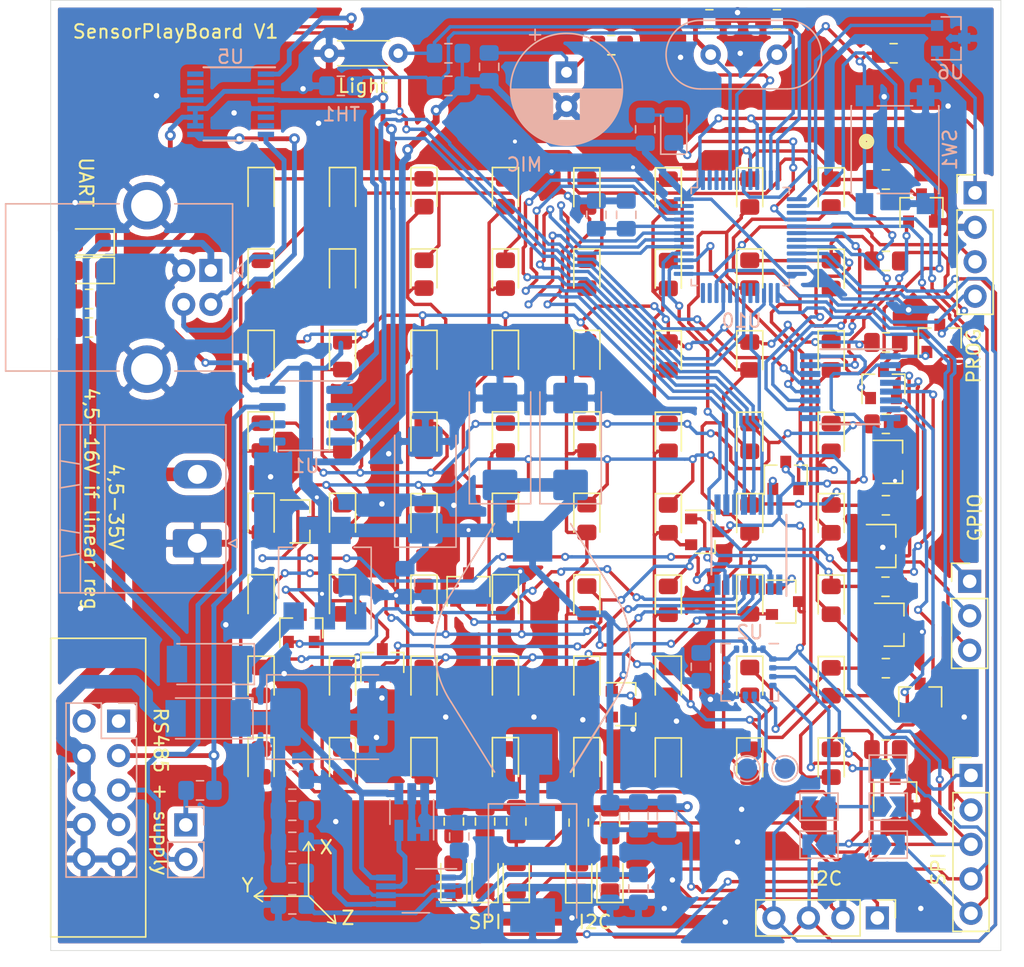
<source format=kicad_pcb>
(kicad_pcb (version 20171130) (host pcbnew "(5.1.4)-1")

  (general
    (thickness 1.6)
    (drawings 40)
    (tracks 2289)
    (zones 0)
    (modules 165)
    (nets 123)
  )

  (page A4)
  (layers
    (0 F.Cu signal)
    (31 B.Cu signal)
    (32 B.Adhes user hide)
    (33 F.Adhes user hide)
    (34 B.Paste user hide)
    (35 F.Paste user hide)
    (36 B.SilkS user)
    (37 F.SilkS user)
    (38 B.Mask user)
    (39 F.Mask user)
    (40 Dwgs.User user hide)
    (41 Cmts.User user hide)
    (42 Eco1.User user hide)
    (43 Eco2.User user hide)
    (44 Edge.Cuts user)
    (45 Margin user hide)
    (46 B.CrtYd user hide)
    (47 F.CrtYd user hide)
    (48 B.Fab user hide)
    (49 F.Fab user hide)
  )

  (setup
    (last_trace_width 0.25)
    (user_trace_width 0.3556)
    (user_trace_width 0.5)
    (user_trace_width 1)
    (trace_clearance 0.2)
    (zone_clearance 0.508)
    (zone_45_only no)
    (trace_min 0.2)
    (via_size 0.8)
    (via_drill 0.4)
    (via_min_size 0.4)
    (via_min_drill 0.3)
    (user_via 0.6 0.3)
    (uvia_size 0.3)
    (uvia_drill 0.1)
    (uvias_allowed no)
    (uvia_min_size 0.2)
    (uvia_min_drill 0.1)
    (edge_width 0.05)
    (segment_width 0.2)
    (pcb_text_width 0.3)
    (pcb_text_size 1.5 1.5)
    (mod_edge_width 0.12)
    (mod_text_size 1 1)
    (mod_text_width 0.15)
    (pad_size 1.524 1.524)
    (pad_drill 0.762)
    (pad_to_mask_clearance 0.051)
    (solder_mask_min_width 0.25)
    (aux_axis_origin 0 0)
    (visible_elements 7FFFFFFF)
    (pcbplotparams
      (layerselection 0x00030_7ffffffe)
      (usegerberextensions false)
      (usegerberattributes false)
      (usegerberadvancedattributes false)
      (creategerberjobfile false)
      (excludeedgelayer true)
      (linewidth 0.100000)
      (plotframeref false)
      (viasonmask false)
      (mode 1)
      (useauxorigin false)
      (hpglpennumber 1)
      (hpglpenspeed 20)
      (hpglpendiameter 15.000000)
      (psnegative false)
      (psa4output false)
      (plotreference true)
      (plotvalue false)
      (plotinvisibletext true)
      (padsonsilk false)
      (subtractmaskfromsilk false)
      (outputformat 4)
      (mirror false)
      (drillshape 0)
      (scaleselection 1)
      (outputdirectory "osazovak/"))
  )

  (net 0 "")
  (net 1 "Net-(C1-Pad1)")
  (net 2 GND)
  (net 3 VOUT)
  (net 4 "Net-(C4-Pad2)")
  (net 5 "Net-(C5-Pad2)")
  (net 6 "Net-(C6-Pad2)")
  (net 7 BOOT0)
  (net 8 NRST)
  (net 9 VIN)
  (net 10 "Net-(C11-Pad2)")
  (net 11 "Net-(C12-Pad2)")
  (net 12 +5V)
  (net 13 +12V)
  (net 14 MISO)
  (net 15 "Net-(D3-Pad2)")
  (net 16 MOSI)
  (net 17 "Net-(D4-Pad2)")
  (net 18 "Net-(D5-Pad2)")
  (net 19 SCK)
  (net 20 "Net-(D6-Pad2)")
  (net 21 LED_ACTIVE)
  (net 22 "Net-(D7-Pad2)")
  (net 23 SCL)
  (net 24 SDA)
  (net 25 "Net-(D8-Pad2)")
  (net 26 "Net-(D9-Pad2)")
  (net 27 RX)
  (net 28 TX)
  (net 29 "Net-(D10-Pad2)")
  (net 30 "Net-(D11-Pad1)")
  (net 31 ROW0)
  (net 32 COL0)
  (net 33 ROW1)
  (net 34 ROW2)
  (net 35 ROW3)
  (net 36 ROW4)
  (net 37 ROW5)
  (net 38 ROW6)
  (net 39 ROW7)
  (net 40 COL1)
  (net 41 COL2)
  (net 42 COL3)
  (net 43 COL4)
  (net 44 COL5)
  (net 45 COL6)
  (net 46 COL7)
  (net 47 "Net-(J2-Pad5)")
  (net 48 "Net-(J3-Pad2)")
  (net 49 "Net-(J3-Pad3)")
  (net 50 SWDIO)
  (net 51 SWCLK)
  (net 52 GPIO5)
  (net 53 GPIO6)
  (net 54 GPIO7)
  (net 55 "Net-(JP1-Pad1)")
  (net 56 "Net-(JP2-Pad1)")
  (net 57 "Net-(JP3-Pad1)")
  (net 58 "Net-(JP4-Pad1)")
  (net 59 "Net-(Q1-Pad3)")
  (net 60 FOTOR)
  (net 61 TERMISTOR)
  (net 62 MIC)
  (net 63 "Net-(R15-Pad2)")
  (net 64 "Net-(R18-Pad2)")
  (net 65 "Net-(TP1-Pad1)")
  (net 66 "Net-(TP2-Pad1)")
  (net 67 DE)
  (net 68 G_CS)
  (net 69 ROW_CLR)
  (net 70 ROW_CLK)
  (net 71 ROW_RCLK)
  (net 72 ROW_OE)
  (net 73 ROW_DATA)
  (net 74 HALL)
  (net 75 COL_CLR)
  (net 76 COL_CLK)
  (net 77 COL_RCLK)
  (net 78 COL_OE)
  (net 79 COL_DATA)
  (net 80 "Net-(U10-Pad28)")
  (net 81 "Net-(D108-Pad1)")
  (net 82 "Net-(D109-Pad1)")
  (net 83 "Net-(D110-Pad1)")
  (net 84 "Net-(D111-Pad1)")
  (net 85 "Net-(D112-Pad1)")
  (net 86 "Net-(D113-Pad1)")
  (net 87 "Net-(D114-Pad1)")
  (net 88 "Net-(D115-Pad1)")
  (net 89 "Net-(U3-Pad9)")
  (net 90 "Net-(U8-Pad9)")
  (net 91 "Net-(U10-Pad2)")
  (net 92 "Net-(U10-Pad3)")
  (net 93 "Net-(U10-Pad4)")
  (net 94 "Net-(U10-Pad29)")
  (net 95 "Net-(U10-Pad32)")
  (net 96 "Net-(U10-Pad35)")
  (net 97 "Net-(U10-Pad36)")
  (net 98 "Net-(D12-Pad2)")
  (net 99 "Net-(D28-Pad2)")
  (net 100 "Net-(D44-Pad2)")
  (net 101 "Net-(D60-Pad2)")
  (net 102 "Net-(D76-Pad2)")
  (net 103 "Net-(D92-Pad2)")
  (net 104 "Net-(D108-Pad2)")
  (net 105 "Net-(D124-Pad2)")
  (net 106 "Net-(Q10-Pad3)")
  (net 107 "Net-(Q11-Pad3)")
  (net 108 "Net-(Q12-Pad3)")
  (net 109 "Net-(Q13-Pad3)")
  (net 110 "Net-(Q14-Pad3)")
  (net 111 "Net-(Q15-Pad3)")
  (net 112 "Net-(Q16-Pad3)")
  (net 113 "Net-(Q17-Pad3)")
  (net 114 "Net-(J2-Pad1)")
  (net 115 "Net-(J2-Pad2)")
  (net 116 "Net-(J2-Pad3)")
  (net 117 "Net-(U5-Pad2)")
  (net 118 "Net-(U5-Pad6)")
  (net 119 "Net-(U5-Pad7)")
  (net 120 "Net-(U5-Pad14)")
  (net 121 "Net-(U5-Pad15)")
  (net 122 "Net-(U5-Pad16)")

  (net_class Default "Toto je výchozí třída sítě."
    (clearance 0.2)
    (trace_width 0.25)
    (via_dia 0.8)
    (via_drill 0.4)
    (uvia_dia 0.3)
    (uvia_drill 0.1)
    (add_net +12V)
    (add_net +5V)
    (add_net BOOT0)
    (add_net COL0)
    (add_net COL1)
    (add_net COL2)
    (add_net COL3)
    (add_net COL4)
    (add_net COL5)
    (add_net COL6)
    (add_net COL7)
    (add_net COL_CLK)
    (add_net COL_CLR)
    (add_net COL_DATA)
    (add_net COL_OE)
    (add_net COL_RCLK)
    (add_net DE)
    (add_net FOTOR)
    (add_net GND)
    (add_net GPIO5)
    (add_net GPIO6)
    (add_net GPIO7)
    (add_net G_CS)
    (add_net HALL)
    (add_net LED_ACTIVE)
    (add_net MIC)
    (add_net MISO)
    (add_net MOSI)
    (add_net NRST)
    (add_net "Net-(C1-Pad1)")
    (add_net "Net-(C11-Pad2)")
    (add_net "Net-(C12-Pad2)")
    (add_net "Net-(C4-Pad2)")
    (add_net "Net-(C5-Pad2)")
    (add_net "Net-(C6-Pad2)")
    (add_net "Net-(D10-Pad2)")
    (add_net "Net-(D108-Pad1)")
    (add_net "Net-(D108-Pad2)")
    (add_net "Net-(D109-Pad1)")
    (add_net "Net-(D11-Pad1)")
    (add_net "Net-(D110-Pad1)")
    (add_net "Net-(D111-Pad1)")
    (add_net "Net-(D112-Pad1)")
    (add_net "Net-(D113-Pad1)")
    (add_net "Net-(D114-Pad1)")
    (add_net "Net-(D115-Pad1)")
    (add_net "Net-(D12-Pad2)")
    (add_net "Net-(D124-Pad2)")
    (add_net "Net-(D28-Pad2)")
    (add_net "Net-(D3-Pad2)")
    (add_net "Net-(D4-Pad2)")
    (add_net "Net-(D44-Pad2)")
    (add_net "Net-(D5-Pad2)")
    (add_net "Net-(D6-Pad2)")
    (add_net "Net-(D60-Pad2)")
    (add_net "Net-(D7-Pad2)")
    (add_net "Net-(D76-Pad2)")
    (add_net "Net-(D8-Pad2)")
    (add_net "Net-(D9-Pad2)")
    (add_net "Net-(D92-Pad2)")
    (add_net "Net-(J2-Pad1)")
    (add_net "Net-(J2-Pad2)")
    (add_net "Net-(J2-Pad3)")
    (add_net "Net-(J2-Pad5)")
    (add_net "Net-(J3-Pad2)")
    (add_net "Net-(J3-Pad3)")
    (add_net "Net-(JP1-Pad1)")
    (add_net "Net-(JP2-Pad1)")
    (add_net "Net-(JP3-Pad1)")
    (add_net "Net-(JP4-Pad1)")
    (add_net "Net-(Q1-Pad3)")
    (add_net "Net-(Q10-Pad3)")
    (add_net "Net-(Q11-Pad3)")
    (add_net "Net-(Q12-Pad3)")
    (add_net "Net-(Q13-Pad3)")
    (add_net "Net-(Q14-Pad3)")
    (add_net "Net-(Q15-Pad3)")
    (add_net "Net-(Q16-Pad3)")
    (add_net "Net-(Q17-Pad3)")
    (add_net "Net-(R15-Pad2)")
    (add_net "Net-(R18-Pad2)")
    (add_net "Net-(TP1-Pad1)")
    (add_net "Net-(TP2-Pad1)")
    (add_net "Net-(U10-Pad2)")
    (add_net "Net-(U10-Pad28)")
    (add_net "Net-(U10-Pad29)")
    (add_net "Net-(U10-Pad3)")
    (add_net "Net-(U10-Pad32)")
    (add_net "Net-(U10-Pad35)")
    (add_net "Net-(U10-Pad36)")
    (add_net "Net-(U10-Pad4)")
    (add_net "Net-(U3-Pad9)")
    (add_net "Net-(U5-Pad14)")
    (add_net "Net-(U5-Pad15)")
    (add_net "Net-(U5-Pad16)")
    (add_net "Net-(U5-Pad2)")
    (add_net "Net-(U5-Pad6)")
    (add_net "Net-(U5-Pad7)")
    (add_net "Net-(U8-Pad9)")
    (add_net ROW0)
    (add_net ROW1)
    (add_net ROW2)
    (add_net ROW3)
    (add_net ROW4)
    (add_net ROW5)
    (add_net ROW6)
    (add_net ROW7)
    (add_net ROW_CLK)
    (add_net ROW_CLR)
    (add_net ROW_DATA)
    (add_net ROW_OE)
    (add_net ROW_RCLK)
    (add_net RX)
    (add_net SCK)
    (add_net SCL)
    (add_net SDA)
    (add_net SWCLK)
    (add_net SWDIO)
    (add_net TERMISTOR)
    (add_net TX)
    (add_net VIN)
    (add_net VOUT)
  )

  (module Connector_PinHeader_2.54mm:PinHeader_1x04_P2.54mm_Vertical (layer F.Cu) (tedit 59FED5CC) (tstamp 5EE48351)
    (at 190.9 117.6 270)
    (descr "Through hole straight pin header, 1x04, 2.54mm pitch, single row")
    (tags "Through hole pin header THT 1x04 2.54mm single row")
    (path /5EF17493)
    (fp_text reference J5 (at 4.385 -2.27 90) (layer F.SilkS) hide
      (effects (font (size 1 1) (thickness 0.15)))
    )
    (fp_text value I2C (at 4.385 9.89 90) (layer F.Fab)
      (effects (font (size 1 1) (thickness 0.15)))
    )
    (fp_text user %R (at 2.77 3.81) (layer F.Fab)
      (effects (font (size 1 1) (thickness 0.15)))
    )
    (fp_line (start 1.8 -1.8) (end -1.8 -1.8) (layer F.CrtYd) (width 0.05))
    (fp_line (start 1.8 9.4) (end 1.8 -1.8) (layer F.CrtYd) (width 0.05))
    (fp_line (start -1.8 9.4) (end 1.8 9.4) (layer F.CrtYd) (width 0.05))
    (fp_line (start -1.8 -1.8) (end -1.8 9.4) (layer F.CrtYd) (width 0.05))
    (fp_line (start -1.33 -1.33) (end 0 -1.33) (layer F.SilkS) (width 0.12))
    (fp_line (start -1.33 0) (end -1.33 -1.33) (layer F.SilkS) (width 0.12))
    (fp_line (start -1.33 1.27) (end 1.33 1.27) (layer F.SilkS) (width 0.12))
    (fp_line (start 1.33 1.27) (end 1.33 8.95) (layer F.SilkS) (width 0.12))
    (fp_line (start -1.33 1.27) (end -1.33 8.95) (layer F.SilkS) (width 0.12))
    (fp_line (start -1.33 8.95) (end 1.33 8.95) (layer F.SilkS) (width 0.12))
    (fp_line (start -1.27 -0.635) (end -0.635 -1.27) (layer F.Fab) (width 0.1))
    (fp_line (start -1.27 8.89) (end -1.27 -0.635) (layer F.Fab) (width 0.1))
    (fp_line (start 1.27 8.89) (end -1.27 8.89) (layer F.Fab) (width 0.1))
    (fp_line (start 1.27 -1.27) (end 1.27 8.89) (layer F.Fab) (width 0.1))
    (fp_line (start -0.635 -1.27) (end 1.27 -1.27) (layer F.Fab) (width 0.1))
    (pad 4 thru_hole oval (at 0 7.62 270) (size 1.7 1.7) (drill 1) (layers *.Cu *.Mask)
      (net 24 SDA))
    (pad 3 thru_hole oval (at 0 5.08 270) (size 1.7 1.7) (drill 1) (layers *.Cu *.Mask)
      (net 23 SCL))
    (pad 2 thru_hole oval (at 0 2.54 270) (size 1.7 1.7) (drill 1) (layers *.Cu *.Mask)
      (net 2 GND))
    (pad 1 thru_hole rect (at 0 0 270) (size 1.7 1.7) (drill 1) (layers *.Cu *.Mask)
      (net 3 VOUT))
    (model ${KISYS3DMOD}/Connector_PinHeader_2.54mm.3dshapes/PinHeader_1x04_P2.54mm_Vertical.wrl
      (at (xyz 0 0 0))
      (scale (xyz 1 1 1))
      (rotate (xyz 0 0 0))
    )
  )

  (module Connector_PinHeader_2.54mm:PinHeader_1x05_P2.54mm_Vertical (layer F.Cu) (tedit 59FED5CC) (tstamp 5EE48304)
    (at 197.8 107.1)
    (descr "Through hole straight pin header, 1x05, 2.54mm pitch, single row")
    (tags "Through hole pin header THT 1x05 2.54mm single row")
    (path /5EF2897E)
    (fp_text reference J4 (at 4.385 -2.27) (layer F.SilkS) hide
      (effects (font (size 1 1) (thickness 0.15)))
    )
    (fp_text value SPI (at 4.385 12.43) (layer F.Fab)
      (effects (font (size 1 1) (thickness 0.15)))
    )
    (fp_text user %R (at 2.77 5.08 90) (layer F.Fab)
      (effects (font (size 1 1) (thickness 0.15)))
    )
    (fp_line (start 1.8 -1.8) (end -1.8 -1.8) (layer F.CrtYd) (width 0.05))
    (fp_line (start 1.8 11.95) (end 1.8 -1.8) (layer F.CrtYd) (width 0.05))
    (fp_line (start -1.8 11.95) (end 1.8 11.95) (layer F.CrtYd) (width 0.05))
    (fp_line (start -1.8 -1.8) (end -1.8 11.95) (layer F.CrtYd) (width 0.05))
    (fp_line (start -1.33 -1.33) (end 0 -1.33) (layer F.SilkS) (width 0.12))
    (fp_line (start -1.33 0) (end -1.33 -1.33) (layer F.SilkS) (width 0.12))
    (fp_line (start -1.33 1.27) (end 1.33 1.27) (layer F.SilkS) (width 0.12))
    (fp_line (start 1.33 1.27) (end 1.33 11.49) (layer F.SilkS) (width 0.12))
    (fp_line (start -1.33 1.27) (end -1.33 11.49) (layer F.SilkS) (width 0.12))
    (fp_line (start -1.33 11.49) (end 1.33 11.49) (layer F.SilkS) (width 0.12))
    (fp_line (start -1.27 -0.635) (end -0.635 -1.27) (layer F.Fab) (width 0.1))
    (fp_line (start -1.27 11.43) (end -1.27 -0.635) (layer F.Fab) (width 0.1))
    (fp_line (start 1.27 11.43) (end -1.27 11.43) (layer F.Fab) (width 0.1))
    (fp_line (start 1.27 -1.27) (end 1.27 11.43) (layer F.Fab) (width 0.1))
    (fp_line (start -0.635 -1.27) (end 1.27 -1.27) (layer F.Fab) (width 0.1))
    (pad 5 thru_hole oval (at 0 10.16) (size 1.7 1.7) (drill 1) (layers *.Cu *.Mask)
      (net 19 SCK))
    (pad 4 thru_hole oval (at 0 7.62) (size 1.7 1.7) (drill 1) (layers *.Cu *.Mask)
      (net 16 MOSI))
    (pad 3 thru_hole oval (at 0 5.08) (size 1.7 1.7) (drill 1) (layers *.Cu *.Mask)
      (net 14 MISO))
    (pad 2 thru_hole oval (at 0 2.54) (size 1.7 1.7) (drill 1) (layers *.Cu *.Mask)
      (net 2 GND))
    (pad 1 thru_hole rect (at 0 0) (size 1.7 1.7) (drill 1) (layers *.Cu *.Mask)
      (net 3 VOUT))
    (model ${KISYS3DMOD}/Connector_PinHeader_2.54mm.3dshapes/PinHeader_1x05_P2.54mm_Vertical.wrl
      (at (xyz 0 0 0))
      (scale (xyz 1 1 1))
      (rotate (xyz 0 0 0))
    )
  )

  (module Connector_PinHeader_2.54mm:PinHeader_1x03_P2.54mm_Vertical (layer F.Cu) (tedit 59FED5CC) (tstamp 5EEB7556)
    (at 197.7 92.8)
    (descr "Through hole straight pin header, 1x03, 2.54mm pitch, single row")
    (tags "Through hole pin header THT 1x03 2.54mm single row")
    (path /5F1F7D77)
    (fp_text reference J7 (at 4.385 -2.27) (layer F.SilkS) hide
      (effects (font (size 1 1) (thickness 0.15)))
    )
    (fp_text value Conn_01x03 (at 4.385 7.35) (layer F.Fab)
      (effects (font (size 1 1) (thickness 0.15)))
    )
    (fp_text user %R (at 2.77 2.54 90) (layer F.Fab)
      (effects (font (size 1 1) (thickness 0.15)))
    )
    (fp_line (start 1.8 -1.8) (end -1.8 -1.8) (layer F.CrtYd) (width 0.05))
    (fp_line (start 1.8 6.85) (end 1.8 -1.8) (layer F.CrtYd) (width 0.05))
    (fp_line (start -1.8 6.85) (end 1.8 6.85) (layer F.CrtYd) (width 0.05))
    (fp_line (start -1.8 -1.8) (end -1.8 6.85) (layer F.CrtYd) (width 0.05))
    (fp_line (start -1.33 -1.33) (end 0 -1.33) (layer F.SilkS) (width 0.12))
    (fp_line (start -1.33 0) (end -1.33 -1.33) (layer F.SilkS) (width 0.12))
    (fp_line (start -1.33 1.27) (end 1.33 1.27) (layer F.SilkS) (width 0.12))
    (fp_line (start 1.33 1.27) (end 1.33 6.41) (layer F.SilkS) (width 0.12))
    (fp_line (start -1.33 1.27) (end -1.33 6.41) (layer F.SilkS) (width 0.12))
    (fp_line (start -1.33 6.41) (end 1.33 6.41) (layer F.SilkS) (width 0.12))
    (fp_line (start -1.27 -0.635) (end -0.635 -1.27) (layer F.Fab) (width 0.1))
    (fp_line (start -1.27 6.35) (end -1.27 -0.635) (layer F.Fab) (width 0.1))
    (fp_line (start 1.27 6.35) (end -1.27 6.35) (layer F.Fab) (width 0.1))
    (fp_line (start 1.27 -1.27) (end 1.27 6.35) (layer F.Fab) (width 0.1))
    (fp_line (start -0.635 -1.27) (end 1.27 -1.27) (layer F.Fab) (width 0.1))
    (pad 3 thru_hole oval (at 0 5.08) (size 1.7 1.7) (drill 1) (layers *.Cu *.Mask)
      (net 54 GPIO7))
    (pad 2 thru_hole oval (at 0 2.54) (size 1.7 1.7) (drill 1) (layers *.Cu *.Mask)
      (net 53 GPIO6))
    (pad 1 thru_hole rect (at 0 0) (size 1.7 1.7) (drill 1) (layers *.Cu *.Mask)
      (net 52 GPIO5))
    (model ${KISYS3DMOD}/Connector_PinHeader_2.54mm.3dshapes/PinHeader_1x03_P2.54mm_Vertical.wrl
      (at (xyz 0 0 0))
      (scale (xyz 1 1 1))
      (rotate (xyz 0 0 0))
    )
  )

  (module Connector_PinHeader_2.54mm:PinHeader_1x04_P2.54mm_Vertical (layer F.Cu) (tedit 59FED5CC) (tstamp 5EE4839E)
    (at 198.1 64.18)
    (descr "Through hole straight pin header, 1x04, 2.54mm pitch, single row")
    (tags "Through hole pin header THT 1x04 2.54mm single row")
    (path /5EED0111)
    (fp_text reference J6 (at 4.385 -2.27) (layer F.SilkS) hide
      (effects (font (size 1 1) (thickness 0.15)))
    )
    (fp_text value PROG (at 4.385 9.89) (layer F.Fab)
      (effects (font (size 1 1) (thickness 0.15)))
    )
    (fp_text user %R (at 2.77 3.81 90) (layer F.Fab)
      (effects (font (size 1 1) (thickness 0.15)))
    )
    (fp_line (start 1.8 -1.8) (end -1.8 -1.8) (layer F.CrtYd) (width 0.05))
    (fp_line (start 1.8 9.4) (end 1.8 -1.8) (layer F.CrtYd) (width 0.05))
    (fp_line (start -1.8 9.4) (end 1.8 9.4) (layer F.CrtYd) (width 0.05))
    (fp_line (start -1.8 -1.8) (end -1.8 9.4) (layer F.CrtYd) (width 0.05))
    (fp_line (start -1.33 -1.33) (end 0 -1.33) (layer F.SilkS) (width 0.12))
    (fp_line (start -1.33 0) (end -1.33 -1.33) (layer F.SilkS) (width 0.12))
    (fp_line (start -1.33 1.27) (end 1.33 1.27) (layer F.SilkS) (width 0.12))
    (fp_line (start 1.33 1.27) (end 1.33 8.95) (layer F.SilkS) (width 0.12))
    (fp_line (start -1.33 1.27) (end -1.33 8.95) (layer F.SilkS) (width 0.12))
    (fp_line (start -1.33 8.95) (end 1.33 8.95) (layer F.SilkS) (width 0.12))
    (fp_line (start -1.27 -0.635) (end -0.635 -1.27) (layer F.Fab) (width 0.1))
    (fp_line (start -1.27 8.89) (end -1.27 -0.635) (layer F.Fab) (width 0.1))
    (fp_line (start 1.27 8.89) (end -1.27 8.89) (layer F.Fab) (width 0.1))
    (fp_line (start 1.27 -1.27) (end 1.27 8.89) (layer F.Fab) (width 0.1))
    (fp_line (start -0.635 -1.27) (end 1.27 -1.27) (layer F.Fab) (width 0.1))
    (pad 4 thru_hole oval (at 0 7.62) (size 1.7 1.7) (drill 1) (layers *.Cu *.Mask)
      (net 50 SWDIO))
    (pad 3 thru_hole oval (at 0 5.08) (size 1.7 1.7) (drill 1) (layers *.Cu *.Mask)
      (net 51 SWCLK))
    (pad 2 thru_hole oval (at 0 2.54) (size 1.7 1.7) (drill 1) (layers *.Cu *.Mask)
      (net 2 GND))
    (pad 1 thru_hole rect (at 0 0) (size 1.7 1.7) (drill 1) (layers *.Cu *.Mask)
      (net 3 VOUT))
    (model ${KISYS3DMOD}/Connector_PinHeader_2.54mm.3dshapes/PinHeader_1x04_P2.54mm_Vertical.wrl
      (at (xyz 0 0 0))
      (scale (xyz 1 1 1))
      (rotate (xyz 0 0 0))
    )
  )

  (module LED_SMD:LED_0805_2012Metric_Pad1.15x1.40mm_HandSolder (layer B.Cu) (tedit 5B4B45C9) (tstamp 5EE46EE5)
    (at 175.9 59.475 90)
    (descr "LED SMD 0805 (2012 Metric), square (rectangular) end terminal, IPC_7351 nominal, (Body size source: https://docs.google.com/spreadsheets/d/1BsfQQcO9C6DZCsRaXUlFlo91Tg2WpOkGARC1WS5S8t0/edit?usp=sharing), generated with kicad-footprint-generator")
    (tags "LED handsolder")
    (path /5EF11F01)
    (attr smd)
    (fp_text reference D6 (at 0 1.65 90) (layer B.SilkS) hide
      (effects (font (size 1 1) (thickness 0.15)) (justify mirror))
    )
    (fp_text value LED (at 0 -1.65 90) (layer B.Fab)
      (effects (font (size 1 1) (thickness 0.15)) (justify mirror))
    )
    (fp_text user %R (at 0 0 90) (layer B.Fab)
      (effects (font (size 0.5 0.5) (thickness 0.08)) (justify mirror))
    )
    (fp_line (start 1.85 -0.95) (end -1.85 -0.95) (layer B.CrtYd) (width 0.05))
    (fp_line (start 1.85 0.95) (end 1.85 -0.95) (layer B.CrtYd) (width 0.05))
    (fp_line (start -1.85 0.95) (end 1.85 0.95) (layer B.CrtYd) (width 0.05))
    (fp_line (start -1.85 -0.95) (end -1.85 0.95) (layer B.CrtYd) (width 0.05))
    (fp_line (start -1.86 -0.96) (end 1 -0.96) (layer B.SilkS) (width 0.12))
    (fp_line (start -1.86 0.96) (end -1.86 -0.96) (layer B.SilkS) (width 0.12))
    (fp_line (start 1 0.96) (end -1.86 0.96) (layer B.SilkS) (width 0.12))
    (fp_line (start 1 -0.6) (end 1 0.6) (layer B.Fab) (width 0.1))
    (fp_line (start -1 -0.6) (end 1 -0.6) (layer B.Fab) (width 0.1))
    (fp_line (start -1 0.3) (end -1 -0.6) (layer B.Fab) (width 0.1))
    (fp_line (start -0.7 0.6) (end -1 0.3) (layer B.Fab) (width 0.1))
    (fp_line (start 1 0.6) (end -0.7 0.6) (layer B.Fab) (width 0.1))
    (pad 2 smd roundrect (at 1.025 0 90) (size 1.15 1.4) (layers B.Cu B.Paste B.Mask) (roundrect_rratio 0.217391)
      (net 20 "Net-(D6-Pad2)"))
    (pad 1 smd roundrect (at -1.025 0 90) (size 1.15 1.4) (layers B.Cu B.Paste B.Mask) (roundrect_rratio 0.217391)
      (net 21 LED_ACTIVE))
    (model ${KISYS3DMOD}/LED_SMD.3dshapes/LED_0805_2012Metric.wrl
      (at (xyz 0 0 0))
      (scale (xyz 1 1 1))
      (rotate (xyz 0 0 0))
    )
  )

  (module Capacitor_SMD:C_0805_2012Metric_Pad1.15x1.40mm_HandSolder (layer B.Cu) (tedit 5B36C52B) (tstamp 5EE46D51)
    (at 177.9 99.1 270)
    (descr "Capacitor SMD 0805 (2012 Metric), square (rectangular) end terminal, IPC_7351 nominal with elongated pad for handsoldering. (Body size source: https://docs.google.com/spreadsheets/d/1BsfQQcO9C6DZCsRaXUlFlo91Tg2WpOkGARC1WS5S8t0/edit?usp=sharing), generated with kicad-footprint-generator")
    (tags "capacitor handsolder")
    (path /605E8666)
    (attr smd)
    (fp_text reference C1 (at 0 1.65 90) (layer B.SilkS) hide
      (effects (font (size 1 1) (thickness 0.15)) (justify mirror))
    )
    (fp_text value 10n (at 0 -1.65 90) (layer B.Fab)
      (effects (font (size 1 1) (thickness 0.15)) (justify mirror))
    )
    (fp_line (start -1 -0.6) (end -1 0.6) (layer B.Fab) (width 0.1))
    (fp_line (start -1 0.6) (end 1 0.6) (layer B.Fab) (width 0.1))
    (fp_line (start 1 0.6) (end 1 -0.6) (layer B.Fab) (width 0.1))
    (fp_line (start 1 -0.6) (end -1 -0.6) (layer B.Fab) (width 0.1))
    (fp_line (start -0.261252 0.71) (end 0.261252 0.71) (layer B.SilkS) (width 0.12))
    (fp_line (start -0.261252 -0.71) (end 0.261252 -0.71) (layer B.SilkS) (width 0.12))
    (fp_line (start -1.85 -0.95) (end -1.85 0.95) (layer B.CrtYd) (width 0.05))
    (fp_line (start -1.85 0.95) (end 1.85 0.95) (layer B.CrtYd) (width 0.05))
    (fp_line (start 1.85 0.95) (end 1.85 -0.95) (layer B.CrtYd) (width 0.05))
    (fp_line (start 1.85 -0.95) (end -1.85 -0.95) (layer B.CrtYd) (width 0.05))
    (fp_text user %R (at 0 0 90) (layer B.Fab)
      (effects (font (size 0.5 0.5) (thickness 0.08)) (justify mirror))
    )
    (pad 1 smd roundrect (at -1.025 0 270) (size 1.15 1.4) (layers B.Cu B.Paste B.Mask) (roundrect_rratio 0.217391)
      (net 1 "Net-(C1-Pad1)"))
    (pad 2 smd roundrect (at 1.025 0 270) (size 1.15 1.4) (layers B.Cu B.Paste B.Mask) (roundrect_rratio 0.217391)
      (net 2 GND))
    (model ${KISYS3DMOD}/Capacitor_SMD.3dshapes/C_0805_2012Metric.wrl
      (at (xyz 0 0 0))
      (scale (xyz 1 1 1))
      (rotate (xyz 0 0 0))
    )
  )

  (module Capacitor_SMD:C_0805_2012Metric_Pad1.15x1.40mm_HandSolder (layer B.Cu) (tedit 5B36C52B) (tstamp 5EE46D84)
    (at 162.3 54.9 90)
    (descr "Capacitor SMD 0805 (2012 Metric), square (rectangular) end terminal, IPC_7351 nominal with elongated pad for handsoldering. (Body size source: https://docs.google.com/spreadsheets/d/1BsfQQcO9C6DZCsRaXUlFlo91Tg2WpOkGARC1WS5S8t0/edit?usp=sharing), generated with kicad-footprint-generator")
    (tags "capacitor handsolder")
    (path /5EE3AF9E)
    (attr smd)
    (fp_text reference C4 (at 0 1.65 90) (layer B.SilkS) hide
      (effects (font (size 1 1) (thickness 0.15)) (justify mirror))
    )
    (fp_text value ? (at 0 -1.65 90) (layer B.Fab)
      (effects (font (size 1 1) (thickness 0.15)) (justify mirror))
    )
    (fp_line (start -1 -0.6) (end -1 0.6) (layer B.Fab) (width 0.1))
    (fp_line (start -1 0.6) (end 1 0.6) (layer B.Fab) (width 0.1))
    (fp_line (start 1 0.6) (end 1 -0.6) (layer B.Fab) (width 0.1))
    (fp_line (start 1 -0.6) (end -1 -0.6) (layer B.Fab) (width 0.1))
    (fp_line (start -0.261252 0.71) (end 0.261252 0.71) (layer B.SilkS) (width 0.12))
    (fp_line (start -0.261252 -0.71) (end 0.261252 -0.71) (layer B.SilkS) (width 0.12))
    (fp_line (start -1.85 -0.95) (end -1.85 0.95) (layer B.CrtYd) (width 0.05))
    (fp_line (start -1.85 0.95) (end 1.85 0.95) (layer B.CrtYd) (width 0.05))
    (fp_line (start 1.85 0.95) (end 1.85 -0.95) (layer B.CrtYd) (width 0.05))
    (fp_line (start 1.85 -0.95) (end -1.85 -0.95) (layer B.CrtYd) (width 0.05))
    (fp_text user %R (at 0 0 90) (layer B.Fab)
      (effects (font (size 0.5 0.5) (thickness 0.08)) (justify mirror))
    )
    (pad 1 smd roundrect (at -1.025 0 90) (size 1.15 1.4) (layers B.Cu B.Paste B.Mask) (roundrect_rratio 0.217391)
      (net 3 VOUT))
    (pad 2 smd roundrect (at 1.025 0 90) (size 1.15 1.4) (layers B.Cu B.Paste B.Mask) (roundrect_rratio 0.217391)
      (net 4 "Net-(C4-Pad2)"))
    (model ${KISYS3DMOD}/Capacitor_SMD.3dshapes/C_0805_2012Metric.wrl
      (at (xyz 0 0 0))
      (scale (xyz 1 1 1))
      (rotate (xyz 0 0 0))
    )
  )

  (module Capacitor_SMD:C_0805_2012Metric_Pad1.15x1.40mm_HandSolder (layer F.Cu) (tedit 5B36C52B) (tstamp 5EE46D95)
    (at 178.525 51.4 180)
    (descr "Capacitor SMD 0805 (2012 Metric), square (rectangular) end terminal, IPC_7351 nominal with elongated pad for handsoldering. (Body size source: https://docs.google.com/spreadsheets/d/1BsfQQcO9C6DZCsRaXUlFlo91Tg2WpOkGARC1WS5S8t0/edit?usp=sharing), generated with kicad-footprint-generator")
    (tags "capacitor handsolder")
    (path /604D0B3D)
    (attr smd)
    (fp_text reference C5 (at 0 -1.65) (layer F.SilkS) hide
      (effects (font (size 1 1) (thickness 0.15)))
    )
    (fp_text value 10p (at 0 1.65) (layer F.Fab)
      (effects (font (size 1 1) (thickness 0.15)))
    )
    (fp_text user %R (at 0 0) (layer F.Fab) hide
      (effects (font (size 0.5 0.5) (thickness 0.08)))
    )
    (fp_line (start 1.85 0.95) (end -1.85 0.95) (layer F.CrtYd) (width 0.05))
    (fp_line (start 1.85 -0.95) (end 1.85 0.95) (layer F.CrtYd) (width 0.05))
    (fp_line (start -1.85 -0.95) (end 1.85 -0.95) (layer F.CrtYd) (width 0.05))
    (fp_line (start -1.85 0.95) (end -1.85 -0.95) (layer F.CrtYd) (width 0.05))
    (fp_line (start -0.261252 0.71) (end 0.261252 0.71) (layer F.SilkS) (width 0.12))
    (fp_line (start -0.261252 -0.71) (end 0.261252 -0.71) (layer F.SilkS) (width 0.12))
    (fp_line (start 1 0.6) (end -1 0.6) (layer F.Fab) (width 0.1))
    (fp_line (start 1 -0.6) (end 1 0.6) (layer F.Fab) (width 0.1))
    (fp_line (start -1 -0.6) (end 1 -0.6) (layer F.Fab) (width 0.1))
    (fp_line (start -1 0.6) (end -1 -0.6) (layer F.Fab) (width 0.1))
    (pad 2 smd roundrect (at 1.025 0 180) (size 1.15 1.4) (layers F.Cu F.Paste F.Mask) (roundrect_rratio 0.217391)
      (net 5 "Net-(C5-Pad2)"))
    (pad 1 smd roundrect (at -1.025 0 180) (size 1.15 1.4) (layers F.Cu F.Paste F.Mask) (roundrect_rratio 0.217391)
      (net 2 GND))
    (model ${KISYS3DMOD}/Capacitor_SMD.3dshapes/C_0805_2012Metric.wrl
      (at (xyz 0 0 0))
      (scale (xyz 1 1 1))
      (rotate (xyz 0 0 0))
    )
  )

  (module Capacitor_SMD:C_0805_2012Metric_Pad1.15x1.40mm_HandSolder (layer F.Cu) (tedit 5B36C52B) (tstamp 5EE46DA6)
    (at 183.5 51.4)
    (descr "Capacitor SMD 0805 (2012 Metric), square (rectangular) end terminal, IPC_7351 nominal with elongated pad for handsoldering. (Body size source: https://docs.google.com/spreadsheets/d/1BsfQQcO9C6DZCsRaXUlFlo91Tg2WpOkGARC1WS5S8t0/edit?usp=sharing), generated with kicad-footprint-generator")
    (tags "capacitor handsolder")
    (path /604D43B9)
    (attr smd)
    (fp_text reference C6 (at 0 -1.65) (layer F.SilkS) hide
      (effects (font (size 1 1) (thickness 0.15)))
    )
    (fp_text value 10p (at 0 1.65) (layer F.Fab)
      (effects (font (size 1 1) (thickness 0.15)))
    )
    (fp_line (start -1 0.6) (end -1 -0.6) (layer F.Fab) (width 0.1))
    (fp_line (start -1 -0.6) (end 1 -0.6) (layer F.Fab) (width 0.1))
    (fp_line (start 1 -0.6) (end 1 0.6) (layer F.Fab) (width 0.1))
    (fp_line (start 1 0.6) (end -1 0.6) (layer F.Fab) (width 0.1))
    (fp_line (start -0.261252 -0.71) (end 0.261252 -0.71) (layer F.SilkS) (width 0.12))
    (fp_line (start -0.261252 0.71) (end 0.261252 0.71) (layer F.SilkS) (width 0.12))
    (fp_line (start -1.85 0.95) (end -1.85 -0.95) (layer F.CrtYd) (width 0.05))
    (fp_line (start -1.85 -0.95) (end 1.85 -0.95) (layer F.CrtYd) (width 0.05))
    (fp_line (start 1.85 -0.95) (end 1.85 0.95) (layer F.CrtYd) (width 0.05))
    (fp_line (start 1.85 0.95) (end -1.85 0.95) (layer F.CrtYd) (width 0.05))
    (fp_text user %R (at 0 0) (layer F.Fab)
      (effects (font (size 0.5 0.5) (thickness 0.08)))
    )
    (pad 1 smd roundrect (at -1.025 0) (size 1.15 1.4) (layers F.Cu F.Paste F.Mask) (roundrect_rratio 0.217391)
      (net 2 GND))
    (pad 2 smd roundrect (at 1.025 0) (size 1.15 1.4) (layers F.Cu F.Paste F.Mask) (roundrect_rratio 0.217391)
      (net 6 "Net-(C6-Pad2)"))
    (model ${KISYS3DMOD}/Capacitor_SMD.3dshapes/C_0805_2012Metric.wrl
      (at (xyz 0 0 0))
      (scale (xyz 1 1 1))
      (rotate (xyz 0 0 0))
    )
  )

  (module Capacitor_SMD:C_0805_2012Metric_Pad1.15x1.40mm_HandSolder (layer B.Cu) (tedit 5B36C52B) (tstamp 5EE46DB7)
    (at 172.4 65.8 90)
    (descr "Capacitor SMD 0805 (2012 Metric), square (rectangular) end terminal, IPC_7351 nominal with elongated pad for handsoldering. (Body size source: https://docs.google.com/spreadsheets/d/1BsfQQcO9C6DZCsRaXUlFlo91Tg2WpOkGARC1WS5S8t0/edit?usp=sharing), generated with kicad-footprint-generator")
    (tags "capacitor handsolder")
    (path /5EE2A71E)
    (attr smd)
    (fp_text reference C7 (at 0 1.65 90) (layer B.SilkS) hide
      (effects (font (size 1 1) (thickness 0.15)) (justify mirror))
    )
    (fp_text value 100n (at 0 -1.65 90) (layer B.Fab)
      (effects (font (size 1 1) (thickness 0.15)) (justify mirror))
    )
    (fp_line (start -1 -0.6) (end -1 0.6) (layer B.Fab) (width 0.1))
    (fp_line (start -1 0.6) (end 1 0.6) (layer B.Fab) (width 0.1))
    (fp_line (start 1 0.6) (end 1 -0.6) (layer B.Fab) (width 0.1))
    (fp_line (start 1 -0.6) (end -1 -0.6) (layer B.Fab) (width 0.1))
    (fp_line (start -0.261252 0.71) (end 0.261252 0.71) (layer B.SilkS) (width 0.12))
    (fp_line (start -0.261252 -0.71) (end 0.261252 -0.71) (layer B.SilkS) (width 0.12))
    (fp_line (start -1.85 -0.95) (end -1.85 0.95) (layer B.CrtYd) (width 0.05))
    (fp_line (start -1.85 0.95) (end 1.85 0.95) (layer B.CrtYd) (width 0.05))
    (fp_line (start 1.85 0.95) (end 1.85 -0.95) (layer B.CrtYd) (width 0.05))
    (fp_line (start 1.85 -0.95) (end -1.85 -0.95) (layer B.CrtYd) (width 0.05))
    (fp_text user %R (at 0 0 90) (layer B.Fab)
      (effects (font (size 0.5 0.5) (thickness 0.08)) (justify mirror))
    )
    (pad 1 smd roundrect (at -1.025 0 90) (size 1.15 1.4) (layers B.Cu B.Paste B.Mask) (roundrect_rratio 0.217391)
      (net 7 BOOT0))
    (pad 2 smd roundrect (at 1.025 0 90) (size 1.15 1.4) (layers B.Cu B.Paste B.Mask) (roundrect_rratio 0.217391)
      (net 2 GND))
    (model ${KISYS3DMOD}/Capacitor_SMD.3dshapes/C_0805_2012Metric.wrl
      (at (xyz 0 0 0))
      (scale (xyz 1 1 1))
      (rotate (xyz 0 0 0))
    )
  )

  (module Capacitor_SMD:C_0805_2012Metric_Pad1.15x1.40mm_HandSolder (layer F.Cu) (tedit 5B36C52B) (tstamp 5EE46DC8)
    (at 192.1 53.9)
    (descr "Capacitor SMD 0805 (2012 Metric), square (rectangular) end terminal, IPC_7351 nominal with elongated pad for handsoldering. (Body size source: https://docs.google.com/spreadsheets/d/1BsfQQcO9C6DZCsRaXUlFlo91Tg2WpOkGARC1WS5S8t0/edit?usp=sharing), generated with kicad-footprint-generator")
    (tags "capacitor handsolder")
    (path /5EE2F674)
    (attr smd)
    (fp_text reference C8 (at 0 -1.65) (layer F.SilkS) hide
      (effects (font (size 1 1) (thickness 0.15)))
    )
    (fp_text value 100n (at 0 1.65) (layer F.Fab)
      (effects (font (size 1 1) (thickness 0.15)))
    )
    (fp_text user %R (at 0 0) (layer F.Fab)
      (effects (font (size 0.5 0.5) (thickness 0.08)))
    )
    (fp_line (start 1.85 0.95) (end -1.85 0.95) (layer F.CrtYd) (width 0.05))
    (fp_line (start 1.85 -0.95) (end 1.85 0.95) (layer F.CrtYd) (width 0.05))
    (fp_line (start -1.85 -0.95) (end 1.85 -0.95) (layer F.CrtYd) (width 0.05))
    (fp_line (start -1.85 0.95) (end -1.85 -0.95) (layer F.CrtYd) (width 0.05))
    (fp_line (start -0.261252 0.71) (end 0.261252 0.71) (layer F.SilkS) (width 0.12))
    (fp_line (start -0.261252 -0.71) (end 0.261252 -0.71) (layer F.SilkS) (width 0.12))
    (fp_line (start 1 0.6) (end -1 0.6) (layer F.Fab) (width 0.1))
    (fp_line (start 1 -0.6) (end 1 0.6) (layer F.Fab) (width 0.1))
    (fp_line (start -1 -0.6) (end 1 -0.6) (layer F.Fab) (width 0.1))
    (fp_line (start -1 0.6) (end -1 -0.6) (layer F.Fab) (width 0.1))
    (pad 2 smd roundrect (at 1.025 0) (size 1.15 1.4) (layers F.Cu F.Paste F.Mask) (roundrect_rratio 0.217391)
      (net 2 GND))
    (pad 1 smd roundrect (at -1.025 0) (size 1.15 1.4) (layers F.Cu F.Paste F.Mask) (roundrect_rratio 0.217391)
      (net 8 NRST))
    (model ${KISYS3DMOD}/Capacitor_SMD.3dshapes/C_0805_2012Metric.wrl
      (at (xyz 0 0 0))
      (scale (xyz 1 1 1))
      (rotate (xyz 0 0 0))
    )
  )

  (module Capacitor_Tantalum_SMD:CP_EIA-7360-38_Kemet-E_Pad2.25x4.25mm_HandSolder (layer B.Cu) (tedit 5B301BBE) (tstamp 5EE46DDB)
    (at 150.5 102.8)
    (descr "Tantalum Capacitor SMD Kemet-E (7360-38 Metric), IPC_7351 nominal, (Body size from: http://www.kemet.com/Lists/ProductCatalog/Attachments/253/KEM_TC101_STD.pdf), generated with kicad-footprint-generator")
    (tags "capacitor tantalum")
    (path /5EEA70F3/5EEE4B0C)
    (attr smd)
    (fp_text reference C9 (at 0 3.95) (layer B.SilkS) hide
      (effects (font (size 1 1) (thickness 0.15)) (justify mirror))
    )
    (fp_text value CTS33M/25V (at 0 -3.95) (layer B.Fab)
      (effects (font (size 1 1) (thickness 0.15)) (justify mirror))
    )
    (fp_line (start 3.65 3) (end -2.65 3) (layer B.Fab) (width 0.1))
    (fp_line (start -2.65 3) (end -3.65 2) (layer B.Fab) (width 0.1))
    (fp_line (start -3.65 2) (end -3.65 -3) (layer B.Fab) (width 0.1))
    (fp_line (start -3.65 -3) (end 3.65 -3) (layer B.Fab) (width 0.1))
    (fp_line (start 3.65 -3) (end 3.65 3) (layer B.Fab) (width 0.1))
    (fp_line (start 3.65 3.11) (end -4.585 3.11) (layer B.SilkS) (width 0.12))
    (fp_line (start -4.585 3.11) (end -4.585 -3.11) (layer B.SilkS) (width 0.12))
    (fp_line (start -4.585 -3.11) (end 3.65 -3.11) (layer B.SilkS) (width 0.12))
    (fp_line (start -4.58 -3.25) (end -4.58 3.25) (layer B.CrtYd) (width 0.05))
    (fp_line (start -4.58 3.25) (end 4.58 3.25) (layer B.CrtYd) (width 0.05))
    (fp_line (start 4.58 3.25) (end 4.58 -3.25) (layer B.CrtYd) (width 0.05))
    (fp_line (start 4.58 -3.25) (end -4.58 -3.25) (layer B.CrtYd) (width 0.05))
    (fp_text user %R (at 0 0) (layer B.Fab)
      (effects (font (size 1 1) (thickness 0.15)) (justify mirror))
    )
    (pad 1 smd roundrect (at -3.2 0) (size 2.25 4.25) (layers B.Cu B.Paste B.Mask) (roundrect_rratio 0.111111)
      (net 9 VIN))
    (pad 2 smd roundrect (at 3.2 0) (size 2.25 4.25) (layers B.Cu B.Paste B.Mask) (roundrect_rratio 0.111111)
      (net 2 GND))
    (model ${KISYS3DMOD}/Capacitor_Tantalum_SMD.3dshapes/CP_EIA-7360-38_Kemet-E.wrl
      (at (xyz 0 0 0))
      (scale (xyz 1 1 1))
      (rotate (xyz 0 0 0))
    )
  )

  (module Capacitor_SMD:C_0805_2012Metric_Pad1.15x1.40mm_HandSolder (layer B.Cu) (tedit 5B36C52B) (tstamp 5EE46DEC)
    (at 147.8 107.4)
    (descr "Capacitor SMD 0805 (2012 Metric), square (rectangular) end terminal, IPC_7351 nominal with elongated pad for handsoldering. (Body size source: https://docs.google.com/spreadsheets/d/1BsfQQcO9C6DZCsRaXUlFlo91Tg2WpOkGARC1WS5S8t0/edit?usp=sharing), generated with kicad-footprint-generator")
    (tags "capacitor handsolder")
    (path /5EEA70F3/5EEC33A8)
    (attr smd)
    (fp_text reference C10 (at 0 1.65) (layer B.SilkS) hide
      (effects (font (size 1 1) (thickness 0.15)) (justify mirror))
    )
    (fp_text value M1 (at 0 -1.65) (layer B.Fab)
      (effects (font (size 1 1) (thickness 0.15)) (justify mirror))
    )
    (fp_line (start -1 -0.6) (end -1 0.6) (layer B.Fab) (width 0.1))
    (fp_line (start -1 0.6) (end 1 0.6) (layer B.Fab) (width 0.1))
    (fp_line (start 1 0.6) (end 1 -0.6) (layer B.Fab) (width 0.1))
    (fp_line (start 1 -0.6) (end -1 -0.6) (layer B.Fab) (width 0.1))
    (fp_line (start -0.261252 0.71) (end 0.261252 0.71) (layer B.SilkS) (width 0.12))
    (fp_line (start -0.261252 -0.71) (end 0.261252 -0.71) (layer B.SilkS) (width 0.12))
    (fp_line (start -1.85 -0.95) (end -1.85 0.95) (layer B.CrtYd) (width 0.05))
    (fp_line (start -1.85 0.95) (end 1.85 0.95) (layer B.CrtYd) (width 0.05))
    (fp_line (start 1.85 0.95) (end 1.85 -0.95) (layer B.CrtYd) (width 0.05))
    (fp_line (start 1.85 -0.95) (end -1.85 -0.95) (layer B.CrtYd) (width 0.05))
    (fp_text user %R (at 0 0) (layer B.Fab)
      (effects (font (size 0.5 0.5) (thickness 0.08)) (justify mirror))
    )
    (pad 1 smd roundrect (at -1.025 0) (size 1.15 1.4) (layers B.Cu B.Paste B.Mask) (roundrect_rratio 0.217391)
      (net 9 VIN))
    (pad 2 smd roundrect (at 1.025 0) (size 1.15 1.4) (layers B.Cu B.Paste B.Mask) (roundrect_rratio 0.217391)
      (net 2 GND))
    (model ${KISYS3DMOD}/Capacitor_SMD.3dshapes/C_0805_2012Metric.wrl
      (at (xyz 0 0 0))
      (scale (xyz 1 1 1))
      (rotate (xyz 0 0 0))
    )
  )

  (module Capacitor_SMD:C_0805_2012Metric_Pad1.15x1.40mm_HandSolder (layer B.Cu) (tedit 5B36C52B) (tstamp 5EE46DFD)
    (at 147.8 109.7)
    (descr "Capacitor SMD 0805 (2012 Metric), square (rectangular) end terminal, IPC_7351 nominal with elongated pad for handsoldering. (Body size source: https://docs.google.com/spreadsheets/d/1BsfQQcO9C6DZCsRaXUlFlo91Tg2WpOkGARC1WS5S8t0/edit?usp=sharing), generated with kicad-footprint-generator")
    (tags "capacitor handsolder")
    (path /5EEA70F3/5EEC1A75)
    (attr smd)
    (fp_text reference C11 (at 0 1.65) (layer B.SilkS) hide
      (effects (font (size 1 1) (thickness 0.15)) (justify mirror))
    )
    (fp_text value 1n (at 0 -1.65) (layer B.Fab)
      (effects (font (size 1 1) (thickness 0.15)) (justify mirror))
    )
    (fp_text user %R (at 0 0) (layer B.Fab)
      (effects (font (size 0.5 0.5) (thickness 0.08)) (justify mirror))
    )
    (fp_line (start 1.85 -0.95) (end -1.85 -0.95) (layer B.CrtYd) (width 0.05))
    (fp_line (start 1.85 0.95) (end 1.85 -0.95) (layer B.CrtYd) (width 0.05))
    (fp_line (start -1.85 0.95) (end 1.85 0.95) (layer B.CrtYd) (width 0.05))
    (fp_line (start -1.85 -0.95) (end -1.85 0.95) (layer B.CrtYd) (width 0.05))
    (fp_line (start -0.261252 -0.71) (end 0.261252 -0.71) (layer B.SilkS) (width 0.12))
    (fp_line (start -0.261252 0.71) (end 0.261252 0.71) (layer B.SilkS) (width 0.12))
    (fp_line (start 1 -0.6) (end -1 -0.6) (layer B.Fab) (width 0.1))
    (fp_line (start 1 0.6) (end 1 -0.6) (layer B.Fab) (width 0.1))
    (fp_line (start -1 0.6) (end 1 0.6) (layer B.Fab) (width 0.1))
    (fp_line (start -1 -0.6) (end -1 0.6) (layer B.Fab) (width 0.1))
    (pad 2 smd roundrect (at 1.025 0) (size 1.15 1.4) (layers B.Cu B.Paste B.Mask) (roundrect_rratio 0.217391)
      (net 10 "Net-(C11-Pad2)"))
    (pad 1 smd roundrect (at -1.025 0) (size 1.15 1.4) (layers B.Cu B.Paste B.Mask) (roundrect_rratio 0.217391)
      (net 9 VIN))
    (model ${KISYS3DMOD}/Capacitor_SMD.3dshapes/C_0805_2012Metric.wrl
      (at (xyz 0 0 0))
      (scale (xyz 1 1 1))
      (rotate (xyz 0 0 0))
    )
  )

  (module Capacitor_SMD:C_0805_2012Metric_Pad1.15x1.40mm_HandSolder (layer B.Cu) (tedit 5B36C52B) (tstamp 5EE46E0E)
    (at 173.3 110.075 270)
    (descr "Capacitor SMD 0805 (2012 Metric), square (rectangular) end terminal, IPC_7351 nominal with elongated pad for handsoldering. (Body size source: https://docs.google.com/spreadsheets/d/1BsfQQcO9C6DZCsRaXUlFlo91Tg2WpOkGARC1WS5S8t0/edit?usp=sharing), generated with kicad-footprint-generator")
    (tags "capacitor handsolder")
    (path /5EEA70F3/5EEC3E41)
    (attr smd)
    (fp_text reference C12 (at 0 1.65 90) (layer B.SilkS) hide
      (effects (font (size 1 1) (thickness 0.15)) (justify mirror))
    )
    (fp_text value NC (at 0 -1.65 90) (layer B.Fab)
      (effects (font (size 1 1) (thickness 0.15)) (justify mirror))
    )
    (fp_line (start -1 -0.6) (end -1 0.6) (layer B.Fab) (width 0.1))
    (fp_line (start -1 0.6) (end 1 0.6) (layer B.Fab) (width 0.1))
    (fp_line (start 1 0.6) (end 1 -0.6) (layer B.Fab) (width 0.1))
    (fp_line (start 1 -0.6) (end -1 -0.6) (layer B.Fab) (width 0.1))
    (fp_line (start -0.261252 0.71) (end 0.261252 0.71) (layer B.SilkS) (width 0.12))
    (fp_line (start -0.261252 -0.71) (end 0.261252 -0.71) (layer B.SilkS) (width 0.12))
    (fp_line (start -1.85 -0.95) (end -1.85 0.95) (layer B.CrtYd) (width 0.05))
    (fp_line (start -1.85 0.95) (end 1.85 0.95) (layer B.CrtYd) (width 0.05))
    (fp_line (start 1.85 0.95) (end 1.85 -0.95) (layer B.CrtYd) (width 0.05))
    (fp_line (start 1.85 -0.95) (end -1.85 -0.95) (layer B.CrtYd) (width 0.05))
    (fp_text user %R (at 0 0 90) (layer B.Fab)
      (effects (font (size 0.5 0.5) (thickness 0.08)) (justify mirror))
    )
    (pad 1 smd roundrect (at -1.025 0 270) (size 1.15 1.4) (layers B.Cu B.Paste B.Mask) (roundrect_rratio 0.217391)
      (net 3 VOUT))
    (pad 2 smd roundrect (at 1.025 0 270) (size 1.15 1.4) (layers B.Cu B.Paste B.Mask) (roundrect_rratio 0.217391)
      (net 11 "Net-(C12-Pad2)"))
    (model ${KISYS3DMOD}/Capacitor_SMD.3dshapes/C_0805_2012Metric.wrl
      (at (xyz 0 0 0))
      (scale (xyz 1 1 1))
      (rotate (xyz 0 0 0))
    )
  )

  (module Capacitor_SMD:C_0805_2012Metric_Pad1.15x1.40mm_HandSolder (layer B.Cu) (tedit 5B36C52B) (tstamp 5EE46E1F)
    (at 175.4 110.1 270)
    (descr "Capacitor SMD 0805 (2012 Metric), square (rectangular) end terminal, IPC_7351 nominal with elongated pad for handsoldering. (Body size source: https://docs.google.com/spreadsheets/d/1BsfQQcO9C6DZCsRaXUlFlo91Tg2WpOkGARC1WS5S8t0/edit?usp=sharing), generated with kicad-footprint-generator")
    (tags "capacitor handsolder")
    (path /5EEA70F3/5EEC38A4)
    (attr smd)
    (fp_text reference C13 (at 0 1.65 90) (layer B.SilkS) hide
      (effects (font (size 1 1) (thickness 0.15)) (justify mirror))
    )
    (fp_text value NC (at 0 -1.65 90) (layer B.Fab)
      (effects (font (size 1 1) (thickness 0.15)) (justify mirror))
    )
    (fp_text user %R (at 0 0 90) (layer B.Fab)
      (effects (font (size 0.5 0.5) (thickness 0.08)) (justify mirror))
    )
    (fp_line (start 1.85 -0.95) (end -1.85 -0.95) (layer B.CrtYd) (width 0.05))
    (fp_line (start 1.85 0.95) (end 1.85 -0.95) (layer B.CrtYd) (width 0.05))
    (fp_line (start -1.85 0.95) (end 1.85 0.95) (layer B.CrtYd) (width 0.05))
    (fp_line (start -1.85 -0.95) (end -1.85 0.95) (layer B.CrtYd) (width 0.05))
    (fp_line (start -0.261252 -0.71) (end 0.261252 -0.71) (layer B.SilkS) (width 0.12))
    (fp_line (start -0.261252 0.71) (end 0.261252 0.71) (layer B.SilkS) (width 0.12))
    (fp_line (start 1 -0.6) (end -1 -0.6) (layer B.Fab) (width 0.1))
    (fp_line (start 1 0.6) (end 1 -0.6) (layer B.Fab) (width 0.1))
    (fp_line (start -1 0.6) (end 1 0.6) (layer B.Fab) (width 0.1))
    (fp_line (start -1 -0.6) (end -1 0.6) (layer B.Fab) (width 0.1))
    (pad 2 smd roundrect (at 1.025 0 270) (size 1.15 1.4) (layers B.Cu B.Paste B.Mask) (roundrect_rratio 0.217391)
      (net 11 "Net-(C12-Pad2)"))
    (pad 1 smd roundrect (at -1.025 0 270) (size 1.15 1.4) (layers B.Cu B.Paste B.Mask) (roundrect_rratio 0.217391)
      (net 3 VOUT))
    (model ${KISYS3DMOD}/Capacitor_SMD.3dshapes/C_0805_2012Metric.wrl
      (at (xyz 0 0 0))
      (scale (xyz 1 1 1))
      (rotate (xyz 0 0 0))
    )
  )

  (module Capacitor_Tantalum_SMD:CP_EIA-7343-31_Kemet-D_Pad2.25x2.55mm_HandSolder (layer B.Cu) (tedit 5B301BBE) (tstamp 5EE46E32)
    (at 157.6 85.7 90)
    (descr "Tantalum Capacitor SMD Kemet-D (7343-31 Metric), IPC_7351 nominal, (Body size from: http://www.kemet.com/Lists/ProductCatalog/Attachments/253/KEM_TC101_STD.pdf), generated with kicad-footprint-generator")
    (tags "capacitor tantalum")
    (path /5EEA70F3/5EEE0A57)
    (attr smd)
    (fp_text reference C14 (at 0 3.1 90) (layer B.SilkS) hide
      (effects (font (size 1 1) (thickness 0.15)) (justify mirror))
    )
    (fp_text value CTS47M/25V (at 0 -3.1 90) (layer B.Fab)
      (effects (font (size 1 1) (thickness 0.15)) (justify mirror))
    )
    (fp_line (start 3.65 2.15) (end -2.65 2.15) (layer B.Fab) (width 0.1))
    (fp_line (start -2.65 2.15) (end -3.65 1.15) (layer B.Fab) (width 0.1))
    (fp_line (start -3.65 1.15) (end -3.65 -2.15) (layer B.Fab) (width 0.1))
    (fp_line (start -3.65 -2.15) (end 3.65 -2.15) (layer B.Fab) (width 0.1))
    (fp_line (start 3.65 -2.15) (end 3.65 2.15) (layer B.Fab) (width 0.1))
    (fp_line (start 3.65 2.26) (end -4.585 2.26) (layer B.SilkS) (width 0.12))
    (fp_line (start -4.585 2.26) (end -4.585 -2.26) (layer B.SilkS) (width 0.12))
    (fp_line (start -4.585 -2.26) (end 3.65 -2.26) (layer B.SilkS) (width 0.12))
    (fp_line (start -4.58 -2.4) (end -4.58 2.4) (layer B.CrtYd) (width 0.05))
    (fp_line (start -4.58 2.4) (end 4.58 2.4) (layer B.CrtYd) (width 0.05))
    (fp_line (start 4.58 2.4) (end 4.58 -2.4) (layer B.CrtYd) (width 0.05))
    (fp_line (start 4.58 -2.4) (end -4.58 -2.4) (layer B.CrtYd) (width 0.05))
    (fp_text user %R (at 0 0 90) (layer B.Fab)
      (effects (font (size 1 1) (thickness 0.15)) (justify mirror))
    )
    (pad 1 smd roundrect (at -3.2 0 90) (size 2.25 2.55) (layers B.Cu B.Paste B.Mask) (roundrect_rratio 0.111111)
      (net 3 VOUT))
    (pad 2 smd roundrect (at 3.2 0 90) (size 2.25 2.55) (layers B.Cu B.Paste B.Mask) (roundrect_rratio 0.111111)
      (net 2 GND))
    (model ${KISYS3DMOD}/Capacitor_Tantalum_SMD.3dshapes/CP_EIA-7343-31_Kemet-D.wrl
      (at (xyz 0 0 0))
      (scale (xyz 1 1 1))
      (rotate (xyz 0 0 0))
    )
  )

  (module Capacitor_Tantalum_SMD:CP_EIA-7343-31_Kemet-D_Pad2.25x2.55mm_HandSolder (layer B.Cu) (tedit 5B301BBE) (tstamp 5EE46E45)
    (at 163.1 82.5 90)
    (descr "Tantalum Capacitor SMD Kemet-D (7343-31 Metric), IPC_7351 nominal, (Body size from: http://www.kemet.com/Lists/ProductCatalog/Attachments/253/KEM_TC101_STD.pdf), generated with kicad-footprint-generator")
    (tags "capacitor tantalum")
    (path /5EEA70F3/5EF058F8)
    (attr smd)
    (fp_text reference C15 (at 0 3.1 270) (layer B.SilkS) hide
      (effects (font (size 1 1) (thickness 0.15)) (justify mirror))
    )
    (fp_text value CTS47M/25V (at 0 -3.1 270) (layer B.Fab)
      (effects (font (size 1 1) (thickness 0.15)) (justify mirror))
    )
    (fp_text user %R (at 0 0 270) (layer B.Fab)
      (effects (font (size 1 1) (thickness 0.15)) (justify mirror))
    )
    (fp_line (start 4.58 -2.4) (end -4.58 -2.4) (layer B.CrtYd) (width 0.05))
    (fp_line (start 4.58 2.4) (end 4.58 -2.4) (layer B.CrtYd) (width 0.05))
    (fp_line (start -4.58 2.4) (end 4.58 2.4) (layer B.CrtYd) (width 0.05))
    (fp_line (start -4.58 -2.4) (end -4.58 2.4) (layer B.CrtYd) (width 0.05))
    (fp_line (start -4.585 -2.26) (end 3.65 -2.26) (layer B.SilkS) (width 0.12))
    (fp_line (start -4.585 2.26) (end -4.585 -2.26) (layer B.SilkS) (width 0.12))
    (fp_line (start 3.65 2.26) (end -4.585 2.26) (layer B.SilkS) (width 0.12))
    (fp_line (start 3.65 -2.15) (end 3.65 2.15) (layer B.Fab) (width 0.1))
    (fp_line (start -3.65 -2.15) (end 3.65 -2.15) (layer B.Fab) (width 0.1))
    (fp_line (start -3.65 1.15) (end -3.65 -2.15) (layer B.Fab) (width 0.1))
    (fp_line (start -2.65 2.15) (end -3.65 1.15) (layer B.Fab) (width 0.1))
    (fp_line (start 3.65 2.15) (end -2.65 2.15) (layer B.Fab) (width 0.1))
    (pad 2 smd roundrect (at 3.2 0 90) (size 2.25 2.55) (layers B.Cu B.Paste B.Mask) (roundrect_rratio 0.111111)
      (net 2 GND))
    (pad 1 smd roundrect (at -3.2 0 90) (size 2.25 2.55) (layers B.Cu B.Paste B.Mask) (roundrect_rratio 0.111111)
      (net 3 VOUT))
    (model ${KISYS3DMOD}/Capacitor_Tantalum_SMD.3dshapes/CP_EIA-7343-31_Kemet-D.wrl
      (at (xyz 0 0 0))
      (scale (xyz 1 1 1))
      (rotate (xyz 0 0 0))
    )
  )

  (module Capacitor_Tantalum_SMD:CP_EIA-7343-31_Kemet-D_Pad2.25x2.55mm_HandSolder (layer B.Cu) (tedit 5B301BBE) (tstamp 5EE46E58)
    (at 168.3 82.5 90)
    (descr "Tantalum Capacitor SMD Kemet-D (7343-31 Metric), IPC_7351 nominal, (Body size from: http://www.kemet.com/Lists/ProductCatalog/Attachments/253/KEM_TC101_STD.pdf), generated with kicad-footprint-generator")
    (tags "capacitor tantalum")
    (path /5EEA70F3/5EF07774)
    (attr smd)
    (fp_text reference C16 (at 0 3.1 90) (layer B.SilkS) hide
      (effects (font (size 1 1) (thickness 0.15)) (justify mirror))
    )
    (fp_text value CTS47M/25V (at 0 -3.1 90) (layer B.Fab)
      (effects (font (size 1 1) (thickness 0.15)) (justify mirror))
    )
    (fp_line (start 3.65 2.15) (end -2.65 2.15) (layer B.Fab) (width 0.1))
    (fp_line (start -2.65 2.15) (end -3.65 1.15) (layer B.Fab) (width 0.1))
    (fp_line (start -3.65 1.15) (end -3.65 -2.15) (layer B.Fab) (width 0.1))
    (fp_line (start -3.65 -2.15) (end 3.65 -2.15) (layer B.Fab) (width 0.1))
    (fp_line (start 3.65 -2.15) (end 3.65 2.15) (layer B.Fab) (width 0.1))
    (fp_line (start 3.65 2.26) (end -4.585 2.26) (layer B.SilkS) (width 0.12))
    (fp_line (start -4.585 2.26) (end -4.585 -2.26) (layer B.SilkS) (width 0.12))
    (fp_line (start -4.585 -2.26) (end 3.65 -2.26) (layer B.SilkS) (width 0.12))
    (fp_line (start -4.58 -2.4) (end -4.58 2.4) (layer B.CrtYd) (width 0.05))
    (fp_line (start -4.58 2.4) (end 4.58 2.4) (layer B.CrtYd) (width 0.05))
    (fp_line (start 4.58 2.4) (end 4.58 -2.4) (layer B.CrtYd) (width 0.05))
    (fp_line (start 4.58 -2.4) (end -4.58 -2.4) (layer B.CrtYd) (width 0.05))
    (fp_text user %R (at 0 0 90) (layer B.Fab)
      (effects (font (size 1 1) (thickness 0.15)) (justify mirror))
    )
    (pad 1 smd roundrect (at -3.2 0 90) (size 2.25 2.55) (layers B.Cu B.Paste B.Mask) (roundrect_rratio 0.111111)
      (net 3 VOUT))
    (pad 2 smd roundrect (at 3.2 0 90) (size 2.25 2.55) (layers B.Cu B.Paste B.Mask) (roundrect_rratio 0.111111)
      (net 2 GND))
    (model ${KISYS3DMOD}/Capacitor_Tantalum_SMD.3dshapes/CP_EIA-7343-31_Kemet-D.wrl
      (at (xyz 0 0 0))
      (scale (xyz 1 1 1))
      (rotate (xyz 0 0 0))
    )
  )

  (module Capacitor_SMD:C_0805_2012Metric_Pad1.15x1.40mm_HandSolder (layer B.Cu) (tedit 5B36C52B) (tstamp 5EE46E69)
    (at 156.1 92.9 270)
    (descr "Capacitor SMD 0805 (2012 Metric), square (rectangular) end terminal, IPC_7351 nominal with elongated pad for handsoldering. (Body size source: https://docs.google.com/spreadsheets/d/1BsfQQcO9C6DZCsRaXUlFlo91Tg2WpOkGARC1WS5S8t0/edit?usp=sharing), generated with kicad-footprint-generator")
    (tags "capacitor handsolder")
    (path /5EEA70F3/5EEDFD57)
    (attr smd)
    (fp_text reference C17 (at 0 1.65 90) (layer B.SilkS) hide
      (effects (font (size 1 1) (thickness 0.15)) (justify mirror))
    )
    (fp_text value M1 (at 0 -1.65 90) (layer B.Fab)
      (effects (font (size 1 1) (thickness 0.15)) (justify mirror))
    )
    (fp_text user %R (at 0 0 90) (layer B.Fab)
      (effects (font (size 0.5 0.5) (thickness 0.08)) (justify mirror))
    )
    (fp_line (start 1.85 -0.95) (end -1.85 -0.95) (layer B.CrtYd) (width 0.05))
    (fp_line (start 1.85 0.95) (end 1.85 -0.95) (layer B.CrtYd) (width 0.05))
    (fp_line (start -1.85 0.95) (end 1.85 0.95) (layer B.CrtYd) (width 0.05))
    (fp_line (start -1.85 -0.95) (end -1.85 0.95) (layer B.CrtYd) (width 0.05))
    (fp_line (start -0.261252 -0.71) (end 0.261252 -0.71) (layer B.SilkS) (width 0.12))
    (fp_line (start -0.261252 0.71) (end 0.261252 0.71) (layer B.SilkS) (width 0.12))
    (fp_line (start 1 -0.6) (end -1 -0.6) (layer B.Fab) (width 0.1))
    (fp_line (start 1 0.6) (end 1 -0.6) (layer B.Fab) (width 0.1))
    (fp_line (start -1 0.6) (end 1 0.6) (layer B.Fab) (width 0.1))
    (fp_line (start -1 -0.6) (end -1 0.6) (layer B.Fab) (width 0.1))
    (pad 2 smd roundrect (at 1.025 0 270) (size 1.15 1.4) (layers B.Cu B.Paste B.Mask) (roundrect_rratio 0.217391)
      (net 2 GND))
    (pad 1 smd roundrect (at -1.025 0 270) (size 1.15 1.4) (layers B.Cu B.Paste B.Mask) (roundrect_rratio 0.217391)
      (net 3 VOUT))
    (model ${KISYS3DMOD}/Capacitor_SMD.3dshapes/C_0805_2012Metric.wrl
      (at (xyz 0 0 0))
      (scale (xyz 1 1 1))
      (rotate (xyz 0 0 0))
    )
  )

  (module Diode_SMD:D_MELF (layer B.Cu) (tedit 5905D864) (tstamp 5EE46E81)
    (at 141.7 98.9 180)
    (descr "Diode, MELF,,")
    (tags "Diode MELF ")
    (path /5EE7C0A7)
    (attr smd)
    (fp_text reference D1 (at 0 2.5) (layer B.SilkS) hide
      (effects (font (size 1 1) (thickness 0.15)) (justify mirror))
    )
    (fp_text value 1N4007 (at -0.25 -2.5) (layer B.Fab)
      (effects (font (size 1 1) (thickness 0.15)) (justify mirror))
    )
    (fp_text user %R (at 0 2.5) (layer B.Fab)
      (effects (font (size 1 1) (thickness 0.15)) (justify mirror))
    )
    (fp_line (start 2.4 1.5) (end -3.3 1.5) (layer B.SilkS) (width 0.12))
    (fp_line (start -3.3 1.5) (end -3.3 -1.5) (layer B.SilkS) (width 0.12))
    (fp_line (start -3.3 -1.5) (end 2.4 -1.5) (layer B.SilkS) (width 0.12))
    (fp_line (start 2.6 1.3) (end -2.6 1.3) (layer B.Fab) (width 0.1))
    (fp_line (start -2.6 1.3) (end -2.6 -1.3) (layer B.Fab) (width 0.1))
    (fp_line (start -2.6 -1.3) (end 2.6 -1.3) (layer B.Fab) (width 0.1))
    (fp_line (start 2.6 -1.3) (end 2.6 1.3) (layer B.Fab) (width 0.1))
    (fp_line (start -0.64944 -0.00102) (end -1.55114 -0.00102) (layer B.Fab) (width 0.1))
    (fp_line (start 0.50118 -0.00102) (end 1.4994 -0.00102) (layer B.Fab) (width 0.1))
    (fp_line (start -0.64944 0.79908) (end -0.64944 -0.80112) (layer B.Fab) (width 0.1))
    (fp_line (start 0.50118 -0.75032) (end 0.50118 0.79908) (layer B.Fab) (width 0.1))
    (fp_line (start -0.64944 -0.00102) (end 0.50118 -0.75032) (layer B.Fab) (width 0.1))
    (fp_line (start -0.64944 -0.00102) (end 0.50118 0.79908) (layer B.Fab) (width 0.1))
    (fp_line (start -3.4 1.6) (end 3.4 1.6) (layer B.CrtYd) (width 0.05))
    (fp_line (start 3.4 1.6) (end 3.4 -1.6) (layer B.CrtYd) (width 0.05))
    (fp_line (start 3.4 -1.6) (end -3.4 -1.6) (layer B.CrtYd) (width 0.05))
    (fp_line (start -3.4 -1.6) (end -3.4 1.6) (layer B.CrtYd) (width 0.05))
    (pad 1 smd rect (at -2.4 0 180) (size 1.5 2.7) (layers B.Cu B.Paste B.Mask)
      (net 9 VIN))
    (pad 2 smd rect (at 2.4 0 180) (size 1.5 2.7) (layers B.Cu B.Paste B.Mask)
      (net 12 +5V))
    (model ${KISYS3DMOD}/Diode_SMD.3dshapes/D_MELF.wrl
      (at (xyz 0 0 0))
      (scale (xyz 1 1 1))
      (rotate (xyz 0 0 0))
    )
  )

  (module Diode_SMD:D_MELF (layer B.Cu) (tedit 5905D864) (tstamp 5EE46E99)
    (at 141.6 102.9 180)
    (descr "Diode, MELF,,")
    (tags "Diode MELF ")
    (path /5EE7DEDF)
    (attr smd)
    (fp_text reference D2 (at 0 2.5) (layer B.SilkS) hide
      (effects (font (size 1 1) (thickness 0.15)) (justify mirror))
    )
    (fp_text value 1N4007 (at -0.25 -2.5) (layer B.Fab)
      (effects (font (size 1 1) (thickness 0.15)) (justify mirror))
    )
    (fp_line (start -3.4 -1.6) (end -3.4 1.6) (layer B.CrtYd) (width 0.05))
    (fp_line (start 3.4 -1.6) (end -3.4 -1.6) (layer B.CrtYd) (width 0.05))
    (fp_line (start 3.4 1.6) (end 3.4 -1.6) (layer B.CrtYd) (width 0.05))
    (fp_line (start -3.4 1.6) (end 3.4 1.6) (layer B.CrtYd) (width 0.05))
    (fp_line (start -0.64944 -0.00102) (end 0.50118 0.79908) (layer B.Fab) (width 0.1))
    (fp_line (start -0.64944 -0.00102) (end 0.50118 -0.75032) (layer B.Fab) (width 0.1))
    (fp_line (start 0.50118 -0.75032) (end 0.50118 0.79908) (layer B.Fab) (width 0.1))
    (fp_line (start -0.64944 0.79908) (end -0.64944 -0.80112) (layer B.Fab) (width 0.1))
    (fp_line (start 0.50118 -0.00102) (end 1.4994 -0.00102) (layer B.Fab) (width 0.1))
    (fp_line (start -0.64944 -0.00102) (end -1.55114 -0.00102) (layer B.Fab) (width 0.1))
    (fp_line (start 2.6 -1.3) (end 2.6 1.3) (layer B.Fab) (width 0.1))
    (fp_line (start -2.6 -1.3) (end 2.6 -1.3) (layer B.Fab) (width 0.1))
    (fp_line (start -2.6 1.3) (end -2.6 -1.3) (layer B.Fab) (width 0.1))
    (fp_line (start 2.6 1.3) (end -2.6 1.3) (layer B.Fab) (width 0.1))
    (fp_line (start -3.3 -1.5) (end 2.4 -1.5) (layer B.SilkS) (width 0.12))
    (fp_line (start -3.3 1.5) (end -3.3 -1.5) (layer B.SilkS) (width 0.12))
    (fp_line (start 2.4 1.5) (end -3.3 1.5) (layer B.SilkS) (width 0.12))
    (fp_text user %R (at 0 2.5) (layer B.Fab)
      (effects (font (size 1 1) (thickness 0.15)) (justify mirror))
    )
    (pad 2 smd rect (at 2.4 0 180) (size 1.5 2.7) (layers B.Cu B.Paste B.Mask)
      (net 13 +12V))
    (pad 1 smd rect (at -2.4 0 180) (size 1.5 2.7) (layers B.Cu B.Paste B.Mask)
      (net 9 VIN))
    (model ${KISYS3DMOD}/Diode_SMD.3dshapes/D_MELF.wrl
      (at (xyz 0 0 0))
      (scale (xyz 1 1 1))
      (rotate (xyz 0 0 0))
    )
  )

  (module LED_SMD:LED_0805_2012Metric_Pad1.15x1.40mm_HandSolder (layer F.Cu) (tedit 5B4B45C9) (tstamp 5EE657F5)
    (at 164.3 114.6 90)
    (descr "LED SMD 0805 (2012 Metric), square (rectangular) end terminal, IPC_7351 nominal, (Body size source: https://docs.google.com/spreadsheets/d/1BsfQQcO9C6DZCsRaXUlFlo91Tg2WpOkGARC1WS5S8t0/edit?usp=sharing), generated with kicad-footprint-generator")
    (tags "LED handsolder")
    (path /5EF39021)
    (attr smd)
    (fp_text reference D3 (at 0 -1.65 90) (layer F.SilkS) hide
      (effects (font (size 1 1) (thickness 0.15)))
    )
    (fp_text value LED (at 0 1.65 90) (layer F.Fab)
      (effects (font (size 1 1) (thickness 0.15)))
    )
    (fp_line (start 1 -0.6) (end -0.7 -0.6) (layer F.Fab) (width 0.1))
    (fp_line (start -0.7 -0.6) (end -1 -0.3) (layer F.Fab) (width 0.1))
    (fp_line (start -1 -0.3) (end -1 0.6) (layer F.Fab) (width 0.1))
    (fp_line (start -1 0.6) (end 1 0.6) (layer F.Fab) (width 0.1))
    (fp_line (start 1 0.6) (end 1 -0.6) (layer F.Fab) (width 0.1))
    (fp_line (start 1 -0.96) (end -1.86 -0.96) (layer F.SilkS) (width 0.12))
    (fp_line (start -1.86 -0.96) (end -1.86 0.96) (layer F.SilkS) (width 0.12))
    (fp_line (start -1.86 0.96) (end 1 0.96) (layer F.SilkS) (width 0.12))
    (fp_line (start -1.85 0.95) (end -1.85 -0.95) (layer F.CrtYd) (width 0.05))
    (fp_line (start -1.85 -0.95) (end 1.85 -0.95) (layer F.CrtYd) (width 0.05))
    (fp_line (start 1.85 -0.95) (end 1.85 0.95) (layer F.CrtYd) (width 0.05))
    (fp_line (start 1.85 0.95) (end -1.85 0.95) (layer F.CrtYd) (width 0.05))
    (fp_text user %R (at 0 0 90) (layer F.Fab)
      (effects (font (size 0.5 0.5) (thickness 0.08)))
    )
    (pad 1 smd roundrect (at -1.025 0 90) (size 1.15 1.4) (layers F.Cu F.Paste F.Mask) (roundrect_rratio 0.217391)
      (net 14 MISO))
    (pad 2 smd roundrect (at 1.025 0 90) (size 1.15 1.4) (layers F.Cu F.Paste F.Mask) (roundrect_rratio 0.217391)
      (net 15 "Net-(D3-Pad2)"))
    (model ${KISYS3DMOD}/LED_SMD.3dshapes/LED_0805_2012Metric.wrl
      (at (xyz 0 0 0))
      (scale (xyz 1 1 1))
      (rotate (xyz 0 0 0))
    )
  )

  (module LED_SMD:LED_0805_2012Metric_Pad1.15x1.40mm_HandSolder (layer F.Cu) (tedit 5B4B45C9) (tstamp 5EE46EBF)
    (at 162 114.6 90)
    (descr "LED SMD 0805 (2012 Metric), square (rectangular) end terminal, IPC_7351 nominal, (Body size source: https://docs.google.com/spreadsheets/d/1BsfQQcO9C6DZCsRaXUlFlo91Tg2WpOkGARC1WS5S8t0/edit?usp=sharing), generated with kicad-footprint-generator")
    (tags "LED handsolder")
    (path /5EF38FFB)
    (attr smd)
    (fp_text reference D4 (at 0 -1.65 90) (layer F.SilkS) hide
      (effects (font (size 1 1) (thickness 0.15)))
    )
    (fp_text value LED (at 0 1.65 90) (layer F.Fab)
      (effects (font (size 1 1) (thickness 0.15)))
    )
    (fp_line (start 1 -0.6) (end -0.7 -0.6) (layer F.Fab) (width 0.1))
    (fp_line (start -0.7 -0.6) (end -1 -0.3) (layer F.Fab) (width 0.1))
    (fp_line (start -1 -0.3) (end -1 0.6) (layer F.Fab) (width 0.1))
    (fp_line (start -1 0.6) (end 1 0.6) (layer F.Fab) (width 0.1))
    (fp_line (start 1 0.6) (end 1 -0.6) (layer F.Fab) (width 0.1))
    (fp_line (start 1 -0.96) (end -1.86 -0.96) (layer F.SilkS) (width 0.12))
    (fp_line (start -1.86 -0.96) (end -1.86 0.96) (layer F.SilkS) (width 0.12))
    (fp_line (start -1.86 0.96) (end 1 0.96) (layer F.SilkS) (width 0.12))
    (fp_line (start -1.85 0.95) (end -1.85 -0.95) (layer F.CrtYd) (width 0.05))
    (fp_line (start -1.85 -0.95) (end 1.85 -0.95) (layer F.CrtYd) (width 0.05))
    (fp_line (start 1.85 -0.95) (end 1.85 0.95) (layer F.CrtYd) (width 0.05))
    (fp_line (start 1.85 0.95) (end -1.85 0.95) (layer F.CrtYd) (width 0.05))
    (fp_text user %R (at 0 0 90) (layer F.Fab)
      (effects (font (size 0.5 0.5) (thickness 0.08)))
    )
    (pad 1 smd roundrect (at -1.025 0 90) (size 1.15 1.4) (layers F.Cu F.Paste F.Mask) (roundrect_rratio 0.217391)
      (net 16 MOSI))
    (pad 2 smd roundrect (at 1.025 0 90) (size 1.15 1.4) (layers F.Cu F.Paste F.Mask) (roundrect_rratio 0.217391)
      (net 17 "Net-(D4-Pad2)"))
    (model ${KISYS3DMOD}/LED_SMD.3dshapes/LED_0805_2012Metric.wrl
      (at (xyz 0 0 0))
      (scale (xyz 1 1 1))
      (rotate (xyz 0 0 0))
    )
  )

  (module LED_SMD:LED_0805_2012Metric_Pad1.15x1.40mm_HandSolder (layer F.Cu) (tedit 5B4B45C9) (tstamp 5EE46ED2)
    (at 159.7 114.6 90)
    (descr "LED SMD 0805 (2012 Metric), square (rectangular) end terminal, IPC_7351 nominal, (Body size source: https://docs.google.com/spreadsheets/d/1BsfQQcO9C6DZCsRaXUlFlo91Tg2WpOkGARC1WS5S8t0/edit?usp=sharing), generated with kicad-footprint-generator")
    (tags "LED handsolder")
    (path /5EF39001)
    (attr smd)
    (fp_text reference D5 (at 0 -1.65 90) (layer F.SilkS) hide
      (effects (font (size 1 1) (thickness 0.15)))
    )
    (fp_text value LED (at 0 1.65 90) (layer F.Fab)
      (effects (font (size 1 1) (thickness 0.15)))
    )
    (fp_text user %R (at 0 0 90) (layer F.Fab)
      (effects (font (size 0.5 0.5) (thickness 0.08)))
    )
    (fp_line (start 1.85 0.95) (end -1.85 0.95) (layer F.CrtYd) (width 0.05))
    (fp_line (start 1.85 -0.95) (end 1.85 0.95) (layer F.CrtYd) (width 0.05))
    (fp_line (start -1.85 -0.95) (end 1.85 -0.95) (layer F.CrtYd) (width 0.05))
    (fp_line (start -1.85 0.95) (end -1.85 -0.95) (layer F.CrtYd) (width 0.05))
    (fp_line (start -1.86 0.96) (end 1 0.96) (layer F.SilkS) (width 0.12))
    (fp_line (start -1.86 -0.96) (end -1.86 0.96) (layer F.SilkS) (width 0.12))
    (fp_line (start 1 -0.96) (end -1.86 -0.96) (layer F.SilkS) (width 0.12))
    (fp_line (start 1 0.6) (end 1 -0.6) (layer F.Fab) (width 0.1))
    (fp_line (start -1 0.6) (end 1 0.6) (layer F.Fab) (width 0.1))
    (fp_line (start -1 -0.3) (end -1 0.6) (layer F.Fab) (width 0.1))
    (fp_line (start -0.7 -0.6) (end -1 -0.3) (layer F.Fab) (width 0.1))
    (fp_line (start 1 -0.6) (end -0.7 -0.6) (layer F.Fab) (width 0.1))
    (pad 2 smd roundrect (at 1.025 0 90) (size 1.15 1.4) (layers F.Cu F.Paste F.Mask) (roundrect_rratio 0.217391)
      (net 18 "Net-(D5-Pad2)"))
    (pad 1 smd roundrect (at -1.025 0 90) (size 1.15 1.4) (layers F.Cu F.Paste F.Mask) (roundrect_rratio 0.217391)
      (net 19 SCK))
    (model ${KISYS3DMOD}/LED_SMD.3dshapes/LED_0805_2012Metric.wrl
      (at (xyz 0 0 0))
      (scale (xyz 1 1 1))
      (rotate (xyz 0 0 0))
    )
  )

  (module LED_SMD:LED_0805_2012Metric_Pad1.15x1.40mm_HandSolder (layer F.Cu) (tedit 5B4B45C9) (tstamp 5EE46EF8)
    (at 168.9 114.625 90)
    (descr "LED SMD 0805 (2012 Metric), square (rectangular) end terminal, IPC_7351 nominal, (Body size source: https://docs.google.com/spreadsheets/d/1BsfQQcO9C6DZCsRaXUlFlo91Tg2WpOkGARC1WS5S8t0/edit?usp=sharing), generated with kicad-footprint-generator")
    (tags "LED handsolder")
    (path /5EF07B45)
    (attr smd)
    (fp_text reference D7 (at 0 -1.65 90) (layer F.SilkS) hide
      (effects (font (size 1 1) (thickness 0.15)))
    )
    (fp_text value LED (at 0 1.65 90) (layer F.Fab)
      (effects (font (size 1 1) (thickness 0.15)))
    )
    (fp_text user %R (at 0 0 90) (layer F.Fab)
      (effects (font (size 0.5 0.5) (thickness 0.08)))
    )
    (fp_line (start 1.85 0.95) (end -1.85 0.95) (layer F.CrtYd) (width 0.05))
    (fp_line (start 1.85 -0.95) (end 1.85 0.95) (layer F.CrtYd) (width 0.05))
    (fp_line (start -1.85 -0.95) (end 1.85 -0.95) (layer F.CrtYd) (width 0.05))
    (fp_line (start -1.85 0.95) (end -1.85 -0.95) (layer F.CrtYd) (width 0.05))
    (fp_line (start -1.86 0.96) (end 1 0.96) (layer F.SilkS) (width 0.12))
    (fp_line (start -1.86 -0.96) (end -1.86 0.96) (layer F.SilkS) (width 0.12))
    (fp_line (start 1 -0.96) (end -1.86 -0.96) (layer F.SilkS) (width 0.12))
    (fp_line (start 1 0.6) (end 1 -0.6) (layer F.Fab) (width 0.1))
    (fp_line (start -1 0.6) (end 1 0.6) (layer F.Fab) (width 0.1))
    (fp_line (start -1 -0.3) (end -1 0.6) (layer F.Fab) (width 0.1))
    (fp_line (start -0.7 -0.6) (end -1 -0.3) (layer F.Fab) (width 0.1))
    (fp_line (start 1 -0.6) (end -0.7 -0.6) (layer F.Fab) (width 0.1))
    (pad 2 smd roundrect (at 1.025 0 90) (size 1.15 1.4) (layers F.Cu F.Paste F.Mask) (roundrect_rratio 0.217391)
      (net 22 "Net-(D7-Pad2)"))
    (pad 1 smd roundrect (at -1.025 0 90) (size 1.15 1.4) (layers F.Cu F.Paste F.Mask) (roundrect_rratio 0.217391)
      (net 23 SCL))
    (model ${KISYS3DMOD}/LED_SMD.3dshapes/LED_0805_2012Metric.wrl
      (at (xyz 0 0 0))
      (scale (xyz 1 1 1))
      (rotate (xyz 0 0 0))
    )
  )

  (module LED_SMD:LED_0805_2012Metric_Pad1.15x1.40mm_HandSolder (layer F.Cu) (tedit 5B4B45C9) (tstamp 5EE46F0B)
    (at 171.2 114.6 90)
    (descr "LED SMD 0805 (2012 Metric), square (rectangular) end terminal, IPC_7351 nominal, (Body size source: https://docs.google.com/spreadsheets/d/1BsfQQcO9C6DZCsRaXUlFlo91Tg2WpOkGARC1WS5S8t0/edit?usp=sharing), generated with kicad-footprint-generator")
    (tags "LED handsolder")
    (path /5EF07B4B)
    (attr smd)
    (fp_text reference D8 (at 0 -1.65 90) (layer F.SilkS) hide
      (effects (font (size 1 1) (thickness 0.15)))
    )
    (fp_text value LED (at 0 1.65 90) (layer F.Fab)
      (effects (font (size 1 1) (thickness 0.15)))
    )
    (fp_line (start 1 -0.6) (end -0.7 -0.6) (layer F.Fab) (width 0.1))
    (fp_line (start -0.7 -0.6) (end -1 -0.3) (layer F.Fab) (width 0.1))
    (fp_line (start -1 -0.3) (end -1 0.6) (layer F.Fab) (width 0.1))
    (fp_line (start -1 0.6) (end 1 0.6) (layer F.Fab) (width 0.1))
    (fp_line (start 1 0.6) (end 1 -0.6) (layer F.Fab) (width 0.1))
    (fp_line (start 1 -0.96) (end -1.86 -0.96) (layer F.SilkS) (width 0.12))
    (fp_line (start -1.86 -0.96) (end -1.86 0.96) (layer F.SilkS) (width 0.12))
    (fp_line (start -1.86 0.96) (end 1 0.96) (layer F.SilkS) (width 0.12))
    (fp_line (start -1.85 0.95) (end -1.85 -0.95) (layer F.CrtYd) (width 0.05))
    (fp_line (start -1.85 -0.95) (end 1.85 -0.95) (layer F.CrtYd) (width 0.05))
    (fp_line (start 1.85 -0.95) (end 1.85 0.95) (layer F.CrtYd) (width 0.05))
    (fp_line (start 1.85 0.95) (end -1.85 0.95) (layer F.CrtYd) (width 0.05))
    (fp_text user %R (at 0 0 90) (layer F.Fab)
      (effects (font (size 0.5 0.5) (thickness 0.08)))
    )
    (pad 1 smd roundrect (at -1.025 0 90) (size 1.15 1.4) (layers F.Cu F.Paste F.Mask) (roundrect_rratio 0.217391)
      (net 24 SDA))
    (pad 2 smd roundrect (at 1.025 0 90) (size 1.15 1.4) (layers F.Cu F.Paste F.Mask) (roundrect_rratio 0.217391)
      (net 25 "Net-(D8-Pad2)"))
    (model ${KISYS3DMOD}/LED_SMD.3dshapes/LED_0805_2012Metric.wrl
      (at (xyz 0 0 0))
      (scale (xyz 1 1 1))
      (rotate (xyz 0 0 0))
    )
  )

  (module LED_SMD:LED_0805_2012Metric_Pad1.15x1.40mm_HandSolder (layer F.Cu) (tedit 5B4B45C9) (tstamp 5EE46F1E)
    (at 132.825 67.8 180)
    (descr "LED SMD 0805 (2012 Metric), square (rectangular) end terminal, IPC_7351 nominal, (Body size source: https://docs.google.com/spreadsheets/d/1BsfQQcO9C6DZCsRaXUlFlo91Tg2WpOkGARC1WS5S8t0/edit?usp=sharing), generated with kicad-footprint-generator")
    (tags "LED handsolder")
    (path /5EEE3412)
    (attr smd)
    (fp_text reference D9 (at 0 -1.65) (layer F.SilkS) hide
      (effects (font (size 1 1) (thickness 0.15)))
    )
    (fp_text value LED (at 0 1.65) (layer F.Fab)
      (effects (font (size 1 1) (thickness 0.15)))
    )
    (fp_text user %R (at 0 0) (layer F.Fab)
      (effects (font (size 0.5 0.5) (thickness 0.08)))
    )
    (fp_line (start 1.85 0.95) (end -1.85 0.95) (layer F.CrtYd) (width 0.05))
    (fp_line (start 1.85 -0.95) (end 1.85 0.95) (layer F.CrtYd) (width 0.05))
    (fp_line (start -1.85 -0.95) (end 1.85 -0.95) (layer F.CrtYd) (width 0.05))
    (fp_line (start -1.85 0.95) (end -1.85 -0.95) (layer F.CrtYd) (width 0.05))
    (fp_line (start -1.86 0.96) (end 1 0.96) (layer F.SilkS) (width 0.12))
    (fp_line (start -1.86 -0.96) (end -1.86 0.96) (layer F.SilkS) (width 0.12))
    (fp_line (start 1 -0.96) (end -1.86 -0.96) (layer F.SilkS) (width 0.12))
    (fp_line (start 1 0.6) (end 1 -0.6) (layer F.Fab) (width 0.1))
    (fp_line (start -1 0.6) (end 1 0.6) (layer F.Fab) (width 0.1))
    (fp_line (start -1 -0.3) (end -1 0.6) (layer F.Fab) (width 0.1))
    (fp_line (start -0.7 -0.6) (end -1 -0.3) (layer F.Fab) (width 0.1))
    (fp_line (start 1 -0.6) (end -0.7 -0.6) (layer F.Fab) (width 0.1))
    (pad 2 smd roundrect (at 1.025 0 180) (size 1.15 1.4) (layers F.Cu F.Paste F.Mask) (roundrect_rratio 0.217391)
      (net 26 "Net-(D9-Pad2)"))
    (pad 1 smd roundrect (at -1.025 0 180) (size 1.15 1.4) (layers F.Cu F.Paste F.Mask) (roundrect_rratio 0.217391)
      (net 27 RX))
    (model ${KISYS3DMOD}/LED_SMD.3dshapes/LED_0805_2012Metric.wrl
      (at (xyz 0 0 0))
      (scale (xyz 1 1 1))
      (rotate (xyz 0 0 0))
    )
  )

  (module LED_SMD:LED_0805_2012Metric_Pad1.15x1.40mm_HandSolder (layer F.Cu) (tedit 5B4B45C9) (tstamp 5EE46F31)
    (at 132.825 69.9 180)
    (descr "LED SMD 0805 (2012 Metric), square (rectangular) end terminal, IPC_7351 nominal, (Body size source: https://docs.google.com/spreadsheets/d/1BsfQQcO9C6DZCsRaXUlFlo91Tg2WpOkGARC1WS5S8t0/edit?usp=sharing), generated with kicad-footprint-generator")
    (tags "LED handsolder")
    (path /5EEE4840)
    (attr smd)
    (fp_text reference D10 (at 0 -1.65) (layer F.SilkS) hide
      (effects (font (size 1 1) (thickness 0.15)))
    )
    (fp_text value LED (at 0 1.65) (layer F.Fab)
      (effects (font (size 1 1) (thickness 0.15)))
    )
    (fp_line (start 1 -0.6) (end -0.7 -0.6) (layer F.Fab) (width 0.1))
    (fp_line (start -0.7 -0.6) (end -1 -0.3) (layer F.Fab) (width 0.1))
    (fp_line (start -1 -0.3) (end -1 0.6) (layer F.Fab) (width 0.1))
    (fp_line (start -1 0.6) (end 1 0.6) (layer F.Fab) (width 0.1))
    (fp_line (start 1 0.6) (end 1 -0.6) (layer F.Fab) (width 0.1))
    (fp_line (start 1 -0.96) (end -1.86 -0.96) (layer F.SilkS) (width 0.12))
    (fp_line (start -1.86 -0.96) (end -1.86 0.96) (layer F.SilkS) (width 0.12))
    (fp_line (start -1.86 0.96) (end 1 0.96) (layer F.SilkS) (width 0.12))
    (fp_line (start -1.85 0.95) (end -1.85 -0.95) (layer F.CrtYd) (width 0.05))
    (fp_line (start -1.85 -0.95) (end 1.85 -0.95) (layer F.CrtYd) (width 0.05))
    (fp_line (start 1.85 -0.95) (end 1.85 0.95) (layer F.CrtYd) (width 0.05))
    (fp_line (start 1.85 0.95) (end -1.85 0.95) (layer F.CrtYd) (width 0.05))
    (fp_text user %R (at 0 0) (layer F.Fab)
      (effects (font (size 0.5 0.5) (thickness 0.08)))
    )
    (pad 1 smd roundrect (at -1.025 0 180) (size 1.15 1.4) (layers F.Cu F.Paste F.Mask) (roundrect_rratio 0.217391)
      (net 28 TX))
    (pad 2 smd roundrect (at 1.025 0 180) (size 1.15 1.4) (layers F.Cu F.Paste F.Mask) (roundrect_rratio 0.217391)
      (net 29 "Net-(D10-Pad2)"))
    (model ${KISYS3DMOD}/LED_SMD.3dshapes/LED_0805_2012Metric.wrl
      (at (xyz 0 0 0))
      (scale (xyz 1 1 1))
      (rotate (xyz 0 0 0))
    )
  )

  (module Diode_SMD:D_SMC (layer B.Cu) (tedit 5864295D) (tstamp 5EE46F49)
    (at 165.5 114 270)
    (descr "Diode SMC (DO-214AB)")
    (tags "Diode SMC (DO-214AB)")
    (path /5EEA70F3/5EEC4057)
    (attr smd)
    (fp_text reference D11 (at 0 4.1 90) (layer B.SilkS) hide
      (effects (font (size 1 1) (thickness 0.15)) (justify mirror))
    )
    (fp_text value "SS36 SMC" (at 0 -4.2 90) (layer B.Fab)
      (effects (font (size 1 1) (thickness 0.15)) (justify mirror))
    )
    (fp_text user %R (at 0 1.9 90) (layer B.Fab)
      (effects (font (size 1 1) (thickness 0.15)) (justify mirror))
    )
    (fp_line (start -4.8 -3.25) (end -4.8 3.25) (layer B.SilkS) (width 0.12))
    (fp_line (start 3.55 -3.1) (end -3.55 -3.1) (layer B.Fab) (width 0.1))
    (fp_line (start -3.55 -3.1) (end -3.55 3.1) (layer B.Fab) (width 0.1))
    (fp_line (start 3.55 3.1) (end 3.55 -3.1) (layer B.Fab) (width 0.1))
    (fp_line (start 3.55 3.1) (end -3.55 3.1) (layer B.Fab) (width 0.1))
    (fp_line (start -4.9 3.35) (end 4.9 3.35) (layer B.CrtYd) (width 0.05))
    (fp_line (start 4.9 3.35) (end 4.9 -3.35) (layer B.CrtYd) (width 0.05))
    (fp_line (start 4.9 -3.35) (end -4.9 -3.35) (layer B.CrtYd) (width 0.05))
    (fp_line (start -4.9 -3.35) (end -4.9 3.35) (layer B.CrtYd) (width 0.05))
    (fp_line (start -0.64944 -0.00102) (end -1.55114 -0.00102) (layer B.Fab) (width 0.1))
    (fp_line (start 0.50118 -0.00102) (end 1.4994 -0.00102) (layer B.Fab) (width 0.1))
    (fp_line (start -0.64944 0.79908) (end -0.64944 -0.80112) (layer B.Fab) (width 0.1))
    (fp_line (start 0.50118 -0.75032) (end 0.50118 0.79908) (layer B.Fab) (width 0.1))
    (fp_line (start -0.64944 -0.00102) (end 0.50118 -0.75032) (layer B.Fab) (width 0.1))
    (fp_line (start -0.64944 -0.00102) (end 0.50118 0.79908) (layer B.Fab) (width 0.1))
    (fp_line (start -4.8 -3.25) (end 3.6 -3.25) (layer B.SilkS) (width 0.12))
    (fp_line (start -4.8 3.25) (end 3.6 3.25) (layer B.SilkS) (width 0.12))
    (pad 1 smd rect (at -3.4 0 180) (size 3.3 2.5) (layers B.Cu B.Paste B.Mask)
      (net 30 "Net-(D11-Pad1)"))
    (pad 2 smd rect (at 3.4 0 180) (size 3.3 2.5) (layers B.Cu B.Paste B.Mask)
      (net 2 GND))
    (model ${KISYS3DMOD}/Diode_SMD.3dshapes/D_SMC.wrl
      (at (xyz 0 0 0))
      (scale (xyz 1 1 1))
      (rotate (xyz 0 0 0))
    )
  )

  (module Connector_Phoenix_MSTB:PhoenixContact_MSTBA_2,5_2-G-5,08_1x02_P5.08mm_Horizontal (layer B.Cu) (tedit 5B785047) (tstamp 5EE4826D)
    (at 140.8 90 90)
    (descr "Generic Phoenix Contact connector footprint for: MSTBA_2,5/2-G-5,08; number of pins: 02; pin pitch: 5.08mm; Angled || order number: 1757242 12A || order number: 1923869 16A (HC)")
    (tags "phoenix_contact connector MSTBA_01x02_G_5.08mm")
    (path /5EE827F1)
    (fp_text reference J1 (at 2.54 3.2 -90) (layer B.SilkS) hide
      (effects (font (size 1 1) (thickness 0.15)) (justify mirror))
    )
    (fp_text value Conn_01x02 (at 2.54 -11.2 -90) (layer B.Fab)
      (effects (font (size 1 1) (thickness 0.15)) (justify mirror))
    )
    (fp_line (start -3.65 2.11) (end -3.65 -10.11) (layer B.SilkS) (width 0.12))
    (fp_line (start -3.65 -10.11) (end 8.73 -10.11) (layer B.SilkS) (width 0.12))
    (fp_line (start 8.73 -10.11) (end 8.73 2.11) (layer B.SilkS) (width 0.12))
    (fp_line (start 8.73 2.11) (end -3.65 2.11) (layer B.SilkS) (width 0.12))
    (fp_line (start -3.54 2) (end -3.54 -10) (layer B.Fab) (width 0.1))
    (fp_line (start -3.54 -10) (end 8.62 -10) (layer B.Fab) (width 0.1))
    (fp_line (start 8.62 -10) (end 8.62 2) (layer B.Fab) (width 0.1))
    (fp_line (start 8.62 2) (end -3.54 2) (layer B.Fab) (width 0.1))
    (fp_line (start -3.65 -8.61) (end -3.65 -6.81) (layer B.SilkS) (width 0.12))
    (fp_line (start -3.65 -6.81) (end 8.73 -6.81) (layer B.SilkS) (width 0.12))
    (fp_line (start 8.73 -6.81) (end 8.73 -8.61) (layer B.SilkS) (width 0.12))
    (fp_line (start 8.73 -8.61) (end -3.65 -8.61) (layer B.SilkS) (width 0.12))
    (fp_line (start -1 -10.11) (end 1 -10.11) (layer B.SilkS) (width 0.12))
    (fp_line (start 1 -10.11) (end 0.75 -8.61) (layer B.SilkS) (width 0.12))
    (fp_line (start 0.75 -8.61) (end -0.75 -8.61) (layer B.SilkS) (width 0.12))
    (fp_line (start -0.75 -8.61) (end -1 -10.11) (layer B.SilkS) (width 0.12))
    (fp_line (start 4.08 -10.11) (end 6.08 -10.11) (layer B.SilkS) (width 0.12))
    (fp_line (start 6.08 -10.11) (end 5.83 -8.61) (layer B.SilkS) (width 0.12))
    (fp_line (start 5.83 -8.61) (end 4.33 -8.61) (layer B.SilkS) (width 0.12))
    (fp_line (start 4.33 -8.61) (end 4.08 -10.11) (layer B.SilkS) (width 0.12))
    (fp_line (start -4.04 2.5) (end -4.04 -10.5) (layer B.CrtYd) (width 0.05))
    (fp_line (start -4.04 -10.5) (end 9.12 -10.5) (layer B.CrtYd) (width 0.05))
    (fp_line (start 9.12 -10.5) (end 9.12 2.5) (layer B.CrtYd) (width 0.05))
    (fp_line (start 9.12 2.5) (end -4.04 2.5) (layer B.CrtYd) (width 0.05))
    (fp_line (start 0.3 2.91) (end 0 2.31) (layer B.SilkS) (width 0.12))
    (fp_line (start 0 2.31) (end -0.3 2.91) (layer B.SilkS) (width 0.12))
    (fp_line (start -0.3 2.91) (end 0.3 2.91) (layer B.SilkS) (width 0.12))
    (fp_line (start 0.95 2) (end 0 0.5) (layer B.Fab) (width 0.1))
    (fp_line (start 0 0.5) (end -0.95 2) (layer B.Fab) (width 0.1))
    (fp_text user %R (at 2.54 1.3 -90) (layer B.Fab)
      (effects (font (size 1 1) (thickness 0.15)) (justify mirror))
    )
    (pad 1 thru_hole roundrect (at 0 0 90) (size 2.08 3.6) (drill 1.4) (layers *.Cu *.Mask) (roundrect_rratio 0.120192)
      (net 2 GND))
    (pad 2 thru_hole oval (at 5.08 0 90) (size 2.08 3.6) (drill 1.4) (layers *.Cu *.Mask)
      (net 13 +12V))
    (model ${KISYS3DMOD}/Connector_Phoenix_MSTB.3dshapes/PhoenixContact_MSTBA_2,5_2-G-5,08_1x02_P5.08mm_Horizontal.wrl
      (at (xyz 0 0 0))
      (scale (xyz 1 1 1))
      (rotate (xyz 0 0 0))
    )
  )

  (module Connector_PinHeader_2.54mm:PinHeader_2x05_P2.54mm_Vertical (layer B.Cu) (tedit 59FED5CC) (tstamp 5EE4828D)
    (at 135 103.1 180)
    (descr "Through hole straight pin header, 2x05, 2.54mm pitch, double rows")
    (tags "Through hole pin header THT 2x05 2.54mm double row")
    (path /5EF1018F)
    (fp_text reference J2 (at 1.27 2.33) (layer B.SilkS) hide
      (effects (font (size 1 1) (thickness 0.15)) (justify mirror))
    )
    (fp_text value Conn_02x05_Odd_Even (at 1.27 -12.49) (layer B.Fab)
      (effects (font (size 1 1) (thickness 0.15)) (justify mirror))
    )
    (fp_line (start 0 1.27) (end 3.81 1.27) (layer B.Fab) (width 0.1))
    (fp_line (start 3.81 1.27) (end 3.81 -11.43) (layer B.Fab) (width 0.1))
    (fp_line (start 3.81 -11.43) (end -1.27 -11.43) (layer B.Fab) (width 0.1))
    (fp_line (start -1.27 -11.43) (end -1.27 0) (layer B.Fab) (width 0.1))
    (fp_line (start -1.27 0) (end 0 1.27) (layer B.Fab) (width 0.1))
    (fp_line (start -1.33 -11.49) (end 3.87 -11.49) (layer B.SilkS) (width 0.12))
    (fp_line (start -1.33 -1.27) (end -1.33 -11.49) (layer B.SilkS) (width 0.12))
    (fp_line (start 3.87 1.33) (end 3.87 -11.49) (layer B.SilkS) (width 0.12))
    (fp_line (start -1.33 -1.27) (end 1.27 -1.27) (layer B.SilkS) (width 0.12))
    (fp_line (start 1.27 -1.27) (end 1.27 1.33) (layer B.SilkS) (width 0.12))
    (fp_line (start 1.27 1.33) (end 3.87 1.33) (layer B.SilkS) (width 0.12))
    (fp_line (start -1.33 0) (end -1.33 1.33) (layer B.SilkS) (width 0.12))
    (fp_line (start -1.33 1.33) (end 0 1.33) (layer B.SilkS) (width 0.12))
    (fp_line (start -1.8 1.8) (end -1.8 -11.95) (layer B.CrtYd) (width 0.05))
    (fp_line (start -1.8 -11.95) (end 4.35 -11.95) (layer B.CrtYd) (width 0.05))
    (fp_line (start 4.35 -11.95) (end 4.35 1.8) (layer B.CrtYd) (width 0.05))
    (fp_line (start 4.35 1.8) (end -1.8 1.8) (layer B.CrtYd) (width 0.05))
    (fp_text user %R (at 1.27 -5.08 270) (layer B.Fab)
      (effects (font (size 1 1) (thickness 0.15)) (justify mirror))
    )
    (pad 1 thru_hole rect (at 0 0 180) (size 1.7 1.7) (drill 1) (layers *.Cu *.Mask)
      (net 114 "Net-(J2-Pad1)"))
    (pad 2 thru_hole oval (at 2.54 0 180) (size 1.7 1.7) (drill 1) (layers *.Cu *.Mask)
      (net 115 "Net-(J2-Pad2)"))
    (pad 3 thru_hole oval (at 0 -2.54 180) (size 1.7 1.7) (drill 1) (layers *.Cu *.Mask)
      (net 116 "Net-(J2-Pad3)"))
    (pad 4 thru_hole oval (at 2.54 -2.54 180) (size 1.7 1.7) (drill 1) (layers *.Cu *.Mask)
      (net 13 +12V))
    (pad 5 thru_hole oval (at 0 -5.08 180) (size 1.7 1.7) (drill 1) (layers *.Cu *.Mask)
      (net 47 "Net-(J2-Pad5)"))
    (pad 6 thru_hole oval (at 2.54 -5.08 180) (size 1.7 1.7) (drill 1) (layers *.Cu *.Mask)
      (net 13 +12V))
    (pad 7 thru_hole oval (at 0 -7.62 180) (size 1.7 1.7) (drill 1) (layers *.Cu *.Mask)
      (net 13 +12V))
    (pad 8 thru_hole oval (at 2.54 -7.62 180) (size 1.7 1.7) (drill 1) (layers *.Cu *.Mask)
      (net 2 GND))
    (pad 9 thru_hole oval (at 0 -10.16 180) (size 1.7 1.7) (drill 1) (layers *.Cu *.Mask)
      (net 2 GND))
    (pad 10 thru_hole oval (at 2.54 -10.16 180) (size 1.7 1.7) (drill 1) (layers *.Cu *.Mask)
      (net 2 GND))
    (model ${KISYS3DMOD}/Connector_PinHeader_2.54mm.3dshapes/PinHeader_2x05_P2.54mm_Vertical.wrl
      (at (xyz 0 0 0))
      (scale (xyz 1 1 1))
      (rotate (xyz 0 0 0))
    )
  )

  (module Connector_USB:USB_B_OST_USB-B1HSxx_Horizontal (layer B.Cu) (tedit 5AFE01FF) (tstamp 5EE482AA)
    (at 141.8 69.9 180)
    (descr "USB B receptacle, Horizontal, through-hole, http://www.on-shore.com/wp-content/uploads/2015/09/usb-b1hsxx.pdf")
    (tags "USB-B receptacle horizontal through-hole")
    (path /5EE8706D)
    (fp_text reference J3 (at 6.76 7.77) (layer B.SilkS) hide
      (effects (font (size 1 1) (thickness 0.15)) (justify mirror))
    )
    (fp_text value USB_B (at 6.76 -10.27) (layer B.Fab)
      (effects (font (size 1 1) (thickness 0.15)) (justify mirror))
    )
    (fp_line (start -0.49 4.8) (end 15.01 4.8) (layer B.Fab) (width 0.1))
    (fp_line (start 15.01 4.8) (end 15.01 -7.3) (layer B.Fab) (width 0.1))
    (fp_line (start 15.01 -7.3) (end -1.49 -7.3) (layer B.Fab) (width 0.1))
    (fp_line (start -1.49 -7.3) (end -1.49 3.8) (layer B.Fab) (width 0.1))
    (fp_line (start -1.49 3.8) (end -0.49 4.8) (layer B.Fab) (width 0.1))
    (fp_line (start 2.66 4.91) (end -1.6 4.91) (layer B.SilkS) (width 0.12))
    (fp_line (start -1.6 4.91) (end -1.6 -7.41) (layer B.SilkS) (width 0.12))
    (fp_line (start -1.6 -7.41) (end 2.66 -7.41) (layer B.SilkS) (width 0.12))
    (fp_line (start 6.76 4.91) (end 15.12 4.91) (layer B.SilkS) (width 0.12))
    (fp_line (start 15.12 4.91) (end 15.12 -7.41) (layer B.SilkS) (width 0.12))
    (fp_line (start 15.12 -7.41) (end 6.76 -7.41) (layer B.SilkS) (width 0.12))
    (fp_line (start -1.82 0) (end -2.32 0.5) (layer B.SilkS) (width 0.12))
    (fp_line (start -2.32 0.5) (end -2.32 -0.5) (layer B.SilkS) (width 0.12))
    (fp_line (start -2.32 -0.5) (end -1.82 0) (layer B.SilkS) (width 0.12))
    (fp_line (start -1.99 7.02) (end -1.99 -9.52) (layer B.CrtYd) (width 0.05))
    (fp_line (start -1.99 -9.52) (end 15.51 -9.52) (layer B.CrtYd) (width 0.05))
    (fp_line (start 15.51 -9.52) (end 15.51 7.02) (layer B.CrtYd) (width 0.05))
    (fp_line (start 15.51 7.02) (end -1.99 7.02) (layer B.CrtYd) (width 0.05))
    (fp_text user %R (at 6.76 -1.25) (layer B.Fab)
      (effects (font (size 1 1) (thickness 0.15)) (justify mirror))
    )
    (pad 1 thru_hole rect (at 0 0 180) (size 1.7 1.7) (drill 0.92) (layers *.Cu *.Mask)
      (net 12 +5V))
    (pad 2 thru_hole circle (at 0 -2.5 180) (size 1.7 1.7) (drill 0.92) (layers *.Cu *.Mask)
      (net 48 "Net-(J3-Pad2)"))
    (pad 3 thru_hole circle (at 2 -2.5 180) (size 1.7 1.7) (drill 0.92) (layers *.Cu *.Mask)
      (net 49 "Net-(J3-Pad3)"))
    (pad 4 thru_hole circle (at 2 0 180) (size 1.7 1.7) (drill 0.92) (layers *.Cu *.Mask)
      (net 2 GND))
    (pad 5 thru_hole circle (at 4.71 4.77 180) (size 3.5 3.5) (drill 2.33) (layers *.Cu *.Mask)
      (net 2 GND))
    (pad 5 thru_hole circle (at 4.71 -7.27 180) (size 3.5 3.5) (drill 2.33) (layers *.Cu *.Mask)
      (net 2 GND))
    (model ${KISYS3DMOD}/Connector_USB.3dshapes/USB_B_OST_USB-B1HSxx_Horizontal.wrl
      (at (xyz 0 0 0))
      (scale (xyz 1 1 1))
      (rotate (xyz 0 0 0))
    )
  )

  (module Connector_PinHeader_2.54mm:PinHeader_1x02_P2.54mm_Vertical (layer B.Cu) (tedit 59FED5CC) (tstamp 5EE4844F)
    (at 139.954 110.744 180)
    (descr "Through hole straight pin header, 1x02, 2.54mm pitch, single row")
    (tags "Through hole pin header THT 1x02 2.54mm single row")
    (path /5EE71B37)
    (fp_text reference JP1 (at 0 2.33) (layer B.SilkS) hide
      (effects (font (size 1 1) (thickness 0.15)) (justify mirror))
    )
    (fp_text value Jumper (at 0 -4.87) (layer B.Fab)
      (effects (font (size 1 1) (thickness 0.15)) (justify mirror))
    )
    (fp_line (start -0.635 1.27) (end 1.27 1.27) (layer B.Fab) (width 0.1))
    (fp_line (start 1.27 1.27) (end 1.27 -3.81) (layer B.Fab) (width 0.1))
    (fp_line (start 1.27 -3.81) (end -1.27 -3.81) (layer B.Fab) (width 0.1))
    (fp_line (start -1.27 -3.81) (end -1.27 0.635) (layer B.Fab) (width 0.1))
    (fp_line (start -1.27 0.635) (end -0.635 1.27) (layer B.Fab) (width 0.1))
    (fp_line (start -1.33 -3.87) (end 1.33 -3.87) (layer B.SilkS) (width 0.12))
    (fp_line (start -1.33 -1.27) (end -1.33 -3.87) (layer B.SilkS) (width 0.12))
    (fp_line (start 1.33 -1.27) (end 1.33 -3.87) (layer B.SilkS) (width 0.12))
    (fp_line (start -1.33 -1.27) (end 1.33 -1.27) (layer B.SilkS) (width 0.12))
    (fp_line (start -1.33 0) (end -1.33 1.33) (layer B.SilkS) (width 0.12))
    (fp_line (start -1.33 1.33) (end 0 1.33) (layer B.SilkS) (width 0.12))
    (fp_line (start -1.8 1.8) (end -1.8 -4.35) (layer B.CrtYd) (width 0.05))
    (fp_line (start -1.8 -4.35) (end 1.8 -4.35) (layer B.CrtYd) (width 0.05))
    (fp_line (start 1.8 -4.35) (end 1.8 1.8) (layer B.CrtYd) (width 0.05))
    (fp_line (start 1.8 1.8) (end -1.8 1.8) (layer B.CrtYd) (width 0.05))
    (fp_text user %R (at 0 -1.27 270) (layer B.Fab)
      (effects (font (size 1 1) (thickness 0.15)) (justify mirror))
    )
    (pad 1 thru_hole rect (at 0 0 180) (size 1.7 1.7) (drill 1) (layers *.Cu *.Mask)
      (net 55 "Net-(JP1-Pad1)"))
    (pad 2 thru_hole oval (at 0 -2.54 180) (size 1.7 1.7) (drill 1) (layers *.Cu *.Mask)
      (net 47 "Net-(J2-Pad5)"))
    (model ${KISYS3DMOD}/Connector_PinHeader_2.54mm.3dshapes/PinHeader_1x02_P2.54mm_Vertical.wrl
      (at (xyz 0 0 0))
      (scale (xyz 1 1 1))
      (rotate (xyz 0 0 0))
    )
  )

  (module Jumper:SolderJumper-2_P1.3mm_Open_TrianglePad1.0x1.5mm (layer B.Cu) (tedit 5A64794F) (tstamp 5EE4845D)
    (at 191.7 109.4)
    (descr "SMD Solder Jumper, 1x1.5mm Triangular Pads, 0.3mm gap, open")
    (tags "solder jumper open")
    (path /60579BFB)
    (attr virtual)
    (fp_text reference JP2 (at 0 1.8) (layer B.SilkS) hide
      (effects (font (size 1 1) (thickness 0.15)) (justify mirror))
    )
    (fp_text value Jumper_NC_Small (at 0 -1.9) (layer B.Fab)
      (effects (font (size 1 1) (thickness 0.15)) (justify mirror))
    )
    (fp_line (start 1.65 -1.25) (end -1.65 -1.25) (layer B.CrtYd) (width 0.05))
    (fp_line (start 1.65 -1.25) (end 1.65 1.25) (layer B.CrtYd) (width 0.05))
    (fp_line (start -1.65 1.25) (end -1.65 -1.25) (layer B.CrtYd) (width 0.05))
    (fp_line (start -1.65 1.25) (end 1.65 1.25) (layer B.CrtYd) (width 0.05))
    (fp_line (start -1.4 1) (end 1.4 1) (layer B.SilkS) (width 0.12))
    (fp_line (start 1.4 1) (end 1.4 -1) (layer B.SilkS) (width 0.12))
    (fp_line (start 1.4 -1) (end -1.4 -1) (layer B.SilkS) (width 0.12))
    (fp_line (start -1.4 -1) (end -1.4 1) (layer B.SilkS) (width 0.12))
    (pad 1 smd custom (at -0.725 0) (size 0.3 0.3) (layers B.Cu B.Mask)
      (net 56 "Net-(JP2-Pad1)") (zone_connect 2)
      (options (clearance outline) (anchor rect))
      (primitives
        (gr_poly (pts
           (xy -0.5 0.75) (xy 0.5 0.75) (xy 1 0) (xy 0.5 -0.75) (xy -0.5 -0.75)
) (width 0))
      ))
    (pad 2 smd custom (at 0.725 0) (size 0.3 0.3) (layers B.Cu B.Mask)
      (net 14 MISO) (zone_connect 2)
      (options (clearance outline) (anchor rect))
      (primitives
        (gr_poly (pts
           (xy -0.65 0.75) (xy 0.5 0.75) (xy 0.5 -0.75) (xy -0.65 -0.75) (xy -0.15 0)
) (width 0))
      ))
  )

  (module Jumper:SolderJumper-2_P1.3mm_Open_TrianglePad1.0x1.5mm (layer B.Cu) (tedit 5A64794F) (tstamp 5EE4846B)
    (at 191.7 106.6)
    (descr "SMD Solder Jumper, 1x1.5mm Triangular Pads, 0.3mm gap, open")
    (tags "solder jumper open")
    (path /60574ADB)
    (attr virtual)
    (fp_text reference JP3 (at 0 1.8) (layer B.SilkS) hide
      (effects (font (size 1 1) (thickness 0.15)) (justify mirror))
    )
    (fp_text value Jumper_NC_Small (at 0 -1.9) (layer B.Fab)
      (effects (font (size 1 1) (thickness 0.15)) (justify mirror))
    )
    (fp_line (start -1.4 -1) (end -1.4 1) (layer B.SilkS) (width 0.12))
    (fp_line (start 1.4 -1) (end -1.4 -1) (layer B.SilkS) (width 0.12))
    (fp_line (start 1.4 1) (end 1.4 -1) (layer B.SilkS) (width 0.12))
    (fp_line (start -1.4 1) (end 1.4 1) (layer B.SilkS) (width 0.12))
    (fp_line (start -1.65 1.25) (end 1.65 1.25) (layer B.CrtYd) (width 0.05))
    (fp_line (start -1.65 1.25) (end -1.65 -1.25) (layer B.CrtYd) (width 0.05))
    (fp_line (start 1.65 -1.25) (end 1.65 1.25) (layer B.CrtYd) (width 0.05))
    (fp_line (start 1.65 -1.25) (end -1.65 -1.25) (layer B.CrtYd) (width 0.05))
    (pad 2 smd custom (at 0.725 0) (size 0.3 0.3) (layers B.Cu B.Mask)
      (net 16 MOSI) (zone_connect 2)
      (options (clearance outline) (anchor rect))
      (primitives
        (gr_poly (pts
           (xy -0.65 0.75) (xy 0.5 0.75) (xy 0.5 -0.75) (xy -0.65 -0.75) (xy -0.15 0)
) (width 0))
      ))
    (pad 1 smd custom (at -0.725 0) (size 0.3 0.3) (layers B.Cu B.Mask)
      (net 57 "Net-(JP3-Pad1)") (zone_connect 2)
      (options (clearance outline) (anchor rect))
      (primitives
        (gr_poly (pts
           (xy -0.5 0.75) (xy 0.5 0.75) (xy 1 0) (xy 0.5 -0.75) (xy -0.5 -0.75)
) (width 0))
      ))
  )

  (module Jumper:SolderJumper-2_P1.3mm_Open_TrianglePad1.0x1.5mm (layer B.Cu) (tedit 5A64794F) (tstamp 5EE48479)
    (at 191.7 112.2)
    (descr "SMD Solder Jumper, 1x1.5mm Triangular Pads, 0.3mm gap, open")
    (tags "solder jumper open")
    (path /60572248)
    (attr virtual)
    (fp_text reference JP4 (at 0 1.8) (layer B.SilkS) hide
      (effects (font (size 1 1) (thickness 0.15)) (justify mirror))
    )
    (fp_text value Jumper_NC_Small (at 0 -1.9) (layer B.Fab)
      (effects (font (size 1 1) (thickness 0.15)) (justify mirror))
    )
    (fp_line (start 1.65 -1.25) (end -1.65 -1.25) (layer B.CrtYd) (width 0.05))
    (fp_line (start 1.65 -1.25) (end 1.65 1.25) (layer B.CrtYd) (width 0.05))
    (fp_line (start -1.65 1.25) (end -1.65 -1.25) (layer B.CrtYd) (width 0.05))
    (fp_line (start -1.65 1.25) (end 1.65 1.25) (layer B.CrtYd) (width 0.05))
    (fp_line (start -1.4 1) (end 1.4 1) (layer B.SilkS) (width 0.12))
    (fp_line (start 1.4 1) (end 1.4 -1) (layer B.SilkS) (width 0.12))
    (fp_line (start 1.4 -1) (end -1.4 -1) (layer B.SilkS) (width 0.12))
    (fp_line (start -1.4 -1) (end -1.4 1) (layer B.SilkS) (width 0.12))
    (pad 1 smd custom (at -0.725 0) (size 0.3 0.3) (layers B.Cu B.Mask)
      (net 58 "Net-(JP4-Pad1)") (zone_connect 2)
      (options (clearance outline) (anchor rect))
      (primitives
        (gr_poly (pts
           (xy -0.5 0.75) (xy 0.5 0.75) (xy 1 0) (xy 0.5 -0.75) (xy -0.5 -0.75)
) (width 0))
      ))
    (pad 2 smd custom (at 0.725 0) (size 0.3 0.3) (layers B.Cu B.Mask)
      (net 19 SCK) (zone_connect 2)
      (options (clearance outline) (anchor rect))
      (primitives
        (gr_poly (pts
           (xy -0.65 0.75) (xy 0.5 0.75) (xy 0.5 -0.75) (xy -0.65 -0.75) (xy -0.15 0)
) (width 0))
      ))
  )

  (module Jumper:SolderJumper-2_P1.3mm_Open_TrianglePad1.0x1.5mm (layer B.Cu) (tedit 5A64794F) (tstamp 5EE48487)
    (at 186.6 112.2 180)
    (descr "SMD Solder Jumper, 1x1.5mm Triangular Pads, 0.3mm gap, open")
    (tags "solder jumper open")
    (path /6057DF37)
    (attr virtual)
    (fp_text reference JP5 (at 0 1.8) (layer B.SilkS) hide
      (effects (font (size 1 1) (thickness 0.15)) (justify mirror))
    )
    (fp_text value Jumper_NC_Small (at 0 -1.9) (layer B.Fab)
      (effects (font (size 1 1) (thickness 0.15)) (justify mirror))
    )
    (fp_line (start -1.4 -1) (end -1.4 1) (layer B.SilkS) (width 0.12))
    (fp_line (start 1.4 -1) (end -1.4 -1) (layer B.SilkS) (width 0.12))
    (fp_line (start 1.4 1) (end 1.4 -1) (layer B.SilkS) (width 0.12))
    (fp_line (start -1.4 1) (end 1.4 1) (layer B.SilkS) (width 0.12))
    (fp_line (start -1.65 1.25) (end 1.65 1.25) (layer B.CrtYd) (width 0.05))
    (fp_line (start -1.65 1.25) (end -1.65 -1.25) (layer B.CrtYd) (width 0.05))
    (fp_line (start 1.65 -1.25) (end 1.65 1.25) (layer B.CrtYd) (width 0.05))
    (fp_line (start 1.65 -1.25) (end -1.65 -1.25) (layer B.CrtYd) (width 0.05))
    (pad 2 smd custom (at 0.725 0 180) (size 0.3 0.3) (layers B.Cu B.Mask)
      (net 23 SCL) (zone_connect 2)
      (options (clearance outline) (anchor rect))
      (primitives
        (gr_poly (pts
           (xy -0.65 0.75) (xy 0.5 0.75) (xy 0.5 -0.75) (xy -0.65 -0.75) (xy -0.15 0)
) (width 0))
      ))
    (pad 1 smd custom (at -0.725 0 180) (size 0.3 0.3) (layers B.Cu B.Mask)
      (net 58 "Net-(JP4-Pad1)") (zone_connect 2)
      (options (clearance outline) (anchor rect))
      (primitives
        (gr_poly (pts
           (xy -0.5 0.75) (xy 0.5 0.75) (xy 1 0) (xy 0.5 -0.75) (xy -0.5 -0.75)
) (width 0))
      ))
  )

  (module Jumper:SolderJumper-2_P1.3mm_Open_TrianglePad1.0x1.5mm (layer B.Cu) (tedit 5A64794F) (tstamp 5EE48495)
    (at 186.6 109.4 180)
    (descr "SMD Solder Jumper, 1x1.5mm Triangular Pads, 0.3mm gap, open")
    (tags "solder jumper open")
    (path /60579C01)
    (attr virtual)
    (fp_text reference JP6 (at 0 1.8) (layer B.SilkS) hide
      (effects (font (size 1 1) (thickness 0.15)) (justify mirror))
    )
    (fp_text value Jumper_NC_Small (at 0 -1.9) (layer B.Fab)
      (effects (font (size 1 1) (thickness 0.15)) (justify mirror))
    )
    (fp_line (start -1.4 -1) (end -1.4 1) (layer B.SilkS) (width 0.12))
    (fp_line (start 1.4 -1) (end -1.4 -1) (layer B.SilkS) (width 0.12))
    (fp_line (start 1.4 1) (end 1.4 -1) (layer B.SilkS) (width 0.12))
    (fp_line (start -1.4 1) (end 1.4 1) (layer B.SilkS) (width 0.12))
    (fp_line (start -1.65 1.25) (end 1.65 1.25) (layer B.CrtYd) (width 0.05))
    (fp_line (start -1.65 1.25) (end -1.65 -1.25) (layer B.CrtYd) (width 0.05))
    (fp_line (start 1.65 -1.25) (end 1.65 1.25) (layer B.CrtYd) (width 0.05))
    (fp_line (start 1.65 -1.25) (end -1.65 -1.25) (layer B.CrtYd) (width 0.05))
    (pad 2 smd custom (at 0.725 0 180) (size 0.3 0.3) (layers B.Cu B.Mask)
      (net 24 SDA) (zone_connect 2)
      (options (clearance outline) (anchor rect))
      (primitives
        (gr_poly (pts
           (xy -0.65 0.75) (xy 0.5 0.75) (xy 0.5 -0.75) (xy -0.65 -0.75) (xy -0.15 0)
) (width 0))
      ))
    (pad 1 smd custom (at -0.725 0 180) (size 0.3 0.3) (layers B.Cu B.Mask)
      (net 56 "Net-(JP2-Pad1)") (zone_connect 2)
      (options (clearance outline) (anchor rect))
      (primitives
        (gr_poly (pts
           (xy -0.5 0.75) (xy 0.5 0.75) (xy 1 0) (xy 0.5 -0.75) (xy -0.5 -0.75)
) (width 0))
      ))
  )

  (module Inductor_SMD:L_Bourns_SDR1806 (layer B.Cu) (tedit 5B3EEAE6) (tstamp 5EE484B4)
    (at 165.5 97.7 90)
    (descr https://www.bourns.com/docs/Product-Datasheets/SDR1806.pdf)
    (tags "Bourns SDR1806")
    (path /5EEA70F3/5EEC44E7)
    (attr smd)
    (fp_text reference L1 (at 0 8.3 90) (layer B.SilkS) hide
      (effects (font (size 1 1) (thickness 0.15)) (justify mirror))
    )
    (fp_text value 220uH (at 0 -8.3 90) (layer B.Fab)
      (effects (font (size 1 1) (thickness 0.15)) (justify mirror))
    )
    (fp_text user %R (at 0 0 90) (layer B.Fab)
      (effects (font (size 1 1) (thickness 0.15)) (justify mirror))
    )
    (fp_arc (start 0 0) (end 4 6) (angle 67.3) (layer B.SilkS) (width 0.12))
    (fp_arc (start 0 0) (end -4 -6) (angle 67.3) (layer B.SilkS) (width 0.12))
    (fp_line (start 4 6) (end 9.15 2.8) (layer B.SilkS) (width 0.12))
    (fp_line (start -4 -6) (end -9.15 -2.8) (layer B.SilkS) (width 0.12))
    (fp_line (start -9.15 2.8) (end -4 6) (layer B.SilkS) (width 0.15))
    (fp_line (start 9.15 -2.8) (end 4 -6) (layer B.SilkS) (width 0.12))
    (fp_line (start -2 7.4) (end 2 7.4) (layer B.CrtYd) (width 0.05))
    (fp_line (start 9.6 2.7) (end 9.6 -2.7) (layer B.CrtYd) (width 0.05))
    (fp_line (start 2 -7.4) (end -2 -7.4) (layer B.CrtYd) (width 0.05))
    (fp_line (start -9.6 -2.7) (end -9.6 2.7) (layer B.CrtYd) (width 0.05))
    (fp_line (start -9.15 2.65) (end -3.9 5.9) (layer B.Fab) (width 0.1))
    (fp_arc (start 0 0) (end 3.9 5.9) (angle 66.9) (layer B.Fab) (width 0.1))
    (fp_line (start 3.9 5.9) (end 9.15 2.65) (layer B.Fab) (width 0.1))
    (fp_line (start -3.9 -5.9) (end -9.15 -2.65) (layer B.Fab) (width 0.1))
    (fp_arc (start 0 0) (end -3.9 -5.9) (angle 66.9) (layer B.Fab) (width 0.1))
    (fp_line (start 9.15 -2.65) (end 3.9 -5.9) (layer B.Fab) (width 0.1))
    (fp_line (start -9.15 2.65) (end -9.15 -2.65) (layer B.Fab) (width 0.1))
    (fp_line (start 9.15 -2.65) (end 9.15 2.65) (layer B.Fab) (width 0.1))
    (fp_circle (center -4.318 0) (end -4.318 0.762) (layer B.Fab) (width 0.1))
    (fp_circle (center 0 0) (end 0 6.4) (layer B.Fab) (width 0.1))
    (fp_line (start -2 7.4) (end -9.6 2.7) (layer B.CrtYd) (width 0.05))
    (fp_line (start 2 -7.4) (end 9.6 -2.7) (layer B.CrtYd) (width 0.05))
    (fp_line (start -9.6 -2.7) (end -2 -7.4) (layer B.CrtYd) (width 0.05))
    (fp_line (start 9.6 2.7) (end 2 7.4) (layer B.CrtYd) (width 0.05))
    (pad 1 smd rect (at -7.85 0 90) (size 3 2.9) (layers B.Cu B.Paste B.Mask)
      (net 30 "Net-(D11-Pad1)"))
    (pad 2 smd rect (at 7.85 0 270) (size 3 2.9) (layers B.Cu B.Paste B.Mask)
      (net 3 VOUT))
    (model ${KISYS3DMOD}/Inductor_SMD.3dshapes/L_Bourns_SDR1806.wrl
      (at (xyz 0 0 0))
      (scale (xyz 1 1 1))
      (rotate (xyz 0 0 0))
    )
  )

  (module Capacitor_THT:CP_Radial_D8.0mm_P2.50mm (layer B.Cu) (tedit 5AE50EF0) (tstamp 5EE5E9C1)
    (at 168 55.3 270)
    (descr "CP, Radial series, Radial, pin pitch=2.50mm, , diameter=8mm, Electrolytic Capacitor")
    (tags "CP Radial series Radial pin pitch 2.50mm  diameter 8mm Electrolytic Capacitor")
    (path /5EE35DC8)
    (fp_text reference MK1 (at 1.25 5.25 270) (layer B.SilkS) hide
      (effects (font (size 1 1) (thickness 0.15)) (justify mirror))
    )
    (fp_text value Microphone (at 1.25 -5.25 270) (layer B.Fab)
      (effects (font (size 1 1) (thickness 0.15)) (justify mirror))
    )
    (fp_circle (center 1.25 0) (end 5.25 0) (layer B.Fab) (width 0.1))
    (fp_circle (center 1.25 0) (end 5.37 0) (layer B.SilkS) (width 0.12))
    (fp_circle (center 1.25 0) (end 5.5 0) (layer B.CrtYd) (width 0.05))
    (fp_line (start -2.176759 1.7475) (end -1.376759 1.7475) (layer B.Fab) (width 0.1))
    (fp_line (start -1.776759 2.1475) (end -1.776759 1.3475) (layer B.Fab) (width 0.1))
    (fp_line (start 1.25 4.08) (end 1.25 -4.08) (layer B.SilkS) (width 0.12))
    (fp_line (start 1.29 4.08) (end 1.29 -4.08) (layer B.SilkS) (width 0.12))
    (fp_line (start 1.33 4.08) (end 1.33 -4.08) (layer B.SilkS) (width 0.12))
    (fp_line (start 1.37 4.079) (end 1.37 -4.079) (layer B.SilkS) (width 0.12))
    (fp_line (start 1.41 4.077) (end 1.41 -4.077) (layer B.SilkS) (width 0.12))
    (fp_line (start 1.45 4.076) (end 1.45 -4.076) (layer B.SilkS) (width 0.12))
    (fp_line (start 1.49 4.074) (end 1.49 1.04) (layer B.SilkS) (width 0.12))
    (fp_line (start 1.49 -1.04) (end 1.49 -4.074) (layer B.SilkS) (width 0.12))
    (fp_line (start 1.53 4.071) (end 1.53 1.04) (layer B.SilkS) (width 0.12))
    (fp_line (start 1.53 -1.04) (end 1.53 -4.071) (layer B.SilkS) (width 0.12))
    (fp_line (start 1.57 4.068) (end 1.57 1.04) (layer B.SilkS) (width 0.12))
    (fp_line (start 1.57 -1.04) (end 1.57 -4.068) (layer B.SilkS) (width 0.12))
    (fp_line (start 1.61 4.065) (end 1.61 1.04) (layer B.SilkS) (width 0.12))
    (fp_line (start 1.61 -1.04) (end 1.61 -4.065) (layer B.SilkS) (width 0.12))
    (fp_line (start 1.65 4.061) (end 1.65 1.04) (layer B.SilkS) (width 0.12))
    (fp_line (start 1.65 -1.04) (end 1.65 -4.061) (layer B.SilkS) (width 0.12))
    (fp_line (start 1.69 4.057) (end 1.69 1.04) (layer B.SilkS) (width 0.12))
    (fp_line (start 1.69 -1.04) (end 1.69 -4.057) (layer B.SilkS) (width 0.12))
    (fp_line (start 1.73 4.052) (end 1.73 1.04) (layer B.SilkS) (width 0.12))
    (fp_line (start 1.73 -1.04) (end 1.73 -4.052) (layer B.SilkS) (width 0.12))
    (fp_line (start 1.77 4.048) (end 1.77 1.04) (layer B.SilkS) (width 0.12))
    (fp_line (start 1.77 -1.04) (end 1.77 -4.048) (layer B.SilkS) (width 0.12))
    (fp_line (start 1.81 4.042) (end 1.81 1.04) (layer B.SilkS) (width 0.12))
    (fp_line (start 1.81 -1.04) (end 1.81 -4.042) (layer B.SilkS) (width 0.12))
    (fp_line (start 1.85 4.037) (end 1.85 1.04) (layer B.SilkS) (width 0.12))
    (fp_line (start 1.85 -1.04) (end 1.85 -4.037) (layer B.SilkS) (width 0.12))
    (fp_line (start 1.89 4.03) (end 1.89 1.04) (layer B.SilkS) (width 0.12))
    (fp_line (start 1.89 -1.04) (end 1.89 -4.03) (layer B.SilkS) (width 0.12))
    (fp_line (start 1.93 4.024) (end 1.93 1.04) (layer B.SilkS) (width 0.12))
    (fp_line (start 1.93 -1.04) (end 1.93 -4.024) (layer B.SilkS) (width 0.12))
    (fp_line (start 1.971 4.017) (end 1.971 1.04) (layer B.SilkS) (width 0.12))
    (fp_line (start 1.971 -1.04) (end 1.971 -4.017) (layer B.SilkS) (width 0.12))
    (fp_line (start 2.011 4.01) (end 2.011 1.04) (layer B.SilkS) (width 0.12))
    (fp_line (start 2.011 -1.04) (end 2.011 -4.01) (layer B.SilkS) (width 0.12))
    (fp_line (start 2.051 4.002) (end 2.051 1.04) (layer B.SilkS) (width 0.12))
    (fp_line (start 2.051 -1.04) (end 2.051 -4.002) (layer B.SilkS) (width 0.12))
    (fp_line (start 2.091 3.994) (end 2.091 1.04) (layer B.SilkS) (width 0.12))
    (fp_line (start 2.091 -1.04) (end 2.091 -3.994) (layer B.SilkS) (width 0.12))
    (fp_line (start 2.131 3.985) (end 2.131 1.04) (layer B.SilkS) (width 0.12))
    (fp_line (start 2.131 -1.04) (end 2.131 -3.985) (layer B.SilkS) (width 0.12))
    (fp_line (start 2.171 3.976) (end 2.171 1.04) (layer B.SilkS) (width 0.12))
    (fp_line (start 2.171 -1.04) (end 2.171 -3.976) (layer B.SilkS) (width 0.12))
    (fp_line (start 2.211 3.967) (end 2.211 1.04) (layer B.SilkS) (width 0.12))
    (fp_line (start 2.211 -1.04) (end 2.211 -3.967) (layer B.SilkS) (width 0.12))
    (fp_line (start 2.251 3.957) (end 2.251 1.04) (layer B.SilkS) (width 0.12))
    (fp_line (start 2.251 -1.04) (end 2.251 -3.957) (layer B.SilkS) (width 0.12))
    (fp_line (start 2.291 3.947) (end 2.291 1.04) (layer B.SilkS) (width 0.12))
    (fp_line (start 2.291 -1.04) (end 2.291 -3.947) (layer B.SilkS) (width 0.12))
    (fp_line (start 2.331 3.936) (end 2.331 1.04) (layer B.SilkS) (width 0.12))
    (fp_line (start 2.331 -1.04) (end 2.331 -3.936) (layer B.SilkS) (width 0.12))
    (fp_line (start 2.371 3.925) (end 2.371 1.04) (layer B.SilkS) (width 0.12))
    (fp_line (start 2.371 -1.04) (end 2.371 -3.925) (layer B.SilkS) (width 0.12))
    (fp_line (start 2.411 3.914) (end 2.411 1.04) (layer B.SilkS) (width 0.12))
    (fp_line (start 2.411 -1.04) (end 2.411 -3.914) (layer B.SilkS) (width 0.12))
    (fp_line (start 2.451 3.902) (end 2.451 1.04) (layer B.SilkS) (width 0.12))
    (fp_line (start 2.451 -1.04) (end 2.451 -3.902) (layer B.SilkS) (width 0.12))
    (fp_line (start 2.491 3.889) (end 2.491 1.04) (layer B.SilkS) (width 0.12))
    (fp_line (start 2.491 -1.04) (end 2.491 -3.889) (layer B.SilkS) (width 0.12))
    (fp_line (start 2.531 3.877) (end 2.531 1.04) (layer B.SilkS) (width 0.12))
    (fp_line (start 2.531 -1.04) (end 2.531 -3.877) (layer B.SilkS) (width 0.12))
    (fp_line (start 2.571 3.863) (end 2.571 1.04) (layer B.SilkS) (width 0.12))
    (fp_line (start 2.571 -1.04) (end 2.571 -3.863) (layer B.SilkS) (width 0.12))
    (fp_line (start 2.611 3.85) (end 2.611 1.04) (layer B.SilkS) (width 0.12))
    (fp_line (start 2.611 -1.04) (end 2.611 -3.85) (layer B.SilkS) (width 0.12))
    (fp_line (start 2.651 3.835) (end 2.651 1.04) (layer B.SilkS) (width 0.12))
    (fp_line (start 2.651 -1.04) (end 2.651 -3.835) (layer B.SilkS) (width 0.12))
    (fp_line (start 2.691 3.821) (end 2.691 1.04) (layer B.SilkS) (width 0.12))
    (fp_line (start 2.691 -1.04) (end 2.691 -3.821) (layer B.SilkS) (width 0.12))
    (fp_line (start 2.731 3.805) (end 2.731 1.04) (layer B.SilkS) (width 0.12))
    (fp_line (start 2.731 -1.04) (end 2.731 -3.805) (layer B.SilkS) (width 0.12))
    (fp_line (start 2.771 3.79) (end 2.771 1.04) (layer B.SilkS) (width 0.12))
    (fp_line (start 2.771 -1.04) (end 2.771 -3.79) (layer B.SilkS) (width 0.12))
    (fp_line (start 2.811 3.774) (end 2.811 1.04) (layer B.SilkS) (width 0.12))
    (fp_line (start 2.811 -1.04) (end 2.811 -3.774) (layer B.SilkS) (width 0.12))
    (fp_line (start 2.851 3.757) (end 2.851 1.04) (layer B.SilkS) (width 0.12))
    (fp_line (start 2.851 -1.04) (end 2.851 -3.757) (layer B.SilkS) (width 0.12))
    (fp_line (start 2.891 3.74) (end 2.891 1.04) (layer B.SilkS) (width 0.12))
    (fp_line (start 2.891 -1.04) (end 2.891 -3.74) (layer B.SilkS) (width 0.12))
    (fp_line (start 2.931 3.722) (end 2.931 1.04) (layer B.SilkS) (width 0.12))
    (fp_line (start 2.931 -1.04) (end 2.931 -3.722) (layer B.SilkS) (width 0.12))
    (fp_line (start 2.971 3.704) (end 2.971 1.04) (layer B.SilkS) (width 0.12))
    (fp_line (start 2.971 -1.04) (end 2.971 -3.704) (layer B.SilkS) (width 0.12))
    (fp_line (start 3.011 3.686) (end 3.011 1.04) (layer B.SilkS) (width 0.12))
    (fp_line (start 3.011 -1.04) (end 3.011 -3.686) (layer B.SilkS) (width 0.12))
    (fp_line (start 3.051 3.666) (end 3.051 1.04) (layer B.SilkS) (width 0.12))
    (fp_line (start 3.051 -1.04) (end 3.051 -3.666) (layer B.SilkS) (width 0.12))
    (fp_line (start 3.091 3.647) (end 3.091 1.04) (layer B.SilkS) (width 0.12))
    (fp_line (start 3.091 -1.04) (end 3.091 -3.647) (layer B.SilkS) (width 0.12))
    (fp_line (start 3.131 3.627) (end 3.131 1.04) (layer B.SilkS) (width 0.12))
    (fp_line (start 3.131 -1.04) (end 3.131 -3.627) (layer B.SilkS) (width 0.12))
    (fp_line (start 3.171 3.606) (end 3.171 1.04) (layer B.SilkS) (width 0.12))
    (fp_line (start 3.171 -1.04) (end 3.171 -3.606) (layer B.SilkS) (width 0.12))
    (fp_line (start 3.211 3.584) (end 3.211 1.04) (layer B.SilkS) (width 0.12))
    (fp_line (start 3.211 -1.04) (end 3.211 -3.584) (layer B.SilkS) (width 0.12))
    (fp_line (start 3.251 3.562) (end 3.251 1.04) (layer B.SilkS) (width 0.12))
    (fp_line (start 3.251 -1.04) (end 3.251 -3.562) (layer B.SilkS) (width 0.12))
    (fp_line (start 3.291 3.54) (end 3.291 1.04) (layer B.SilkS) (width 0.12))
    (fp_line (start 3.291 -1.04) (end 3.291 -3.54) (layer B.SilkS) (width 0.12))
    (fp_line (start 3.331 3.517) (end 3.331 1.04) (layer B.SilkS) (width 0.12))
    (fp_line (start 3.331 -1.04) (end 3.331 -3.517) (layer B.SilkS) (width 0.12))
    (fp_line (start 3.371 3.493) (end 3.371 1.04) (layer B.SilkS) (width 0.12))
    (fp_line (start 3.371 -1.04) (end 3.371 -3.493) (layer B.SilkS) (width 0.12))
    (fp_line (start 3.411 3.469) (end 3.411 1.04) (layer B.SilkS) (width 0.12))
    (fp_line (start 3.411 -1.04) (end 3.411 -3.469) (layer B.SilkS) (width 0.12))
    (fp_line (start 3.451 3.444) (end 3.451 1.04) (layer B.SilkS) (width 0.12))
    (fp_line (start 3.451 -1.04) (end 3.451 -3.444) (layer B.SilkS) (width 0.12))
    (fp_line (start 3.491 3.418) (end 3.491 1.04) (layer B.SilkS) (width 0.12))
    (fp_line (start 3.491 -1.04) (end 3.491 -3.418) (layer B.SilkS) (width 0.12))
    (fp_line (start 3.531 3.392) (end 3.531 1.04) (layer B.SilkS) (width 0.12))
    (fp_line (start 3.531 -1.04) (end 3.531 -3.392) (layer B.SilkS) (width 0.12))
    (fp_line (start 3.571 3.365) (end 3.571 -3.365) (layer B.SilkS) (width 0.12))
    (fp_line (start 3.611 3.338) (end 3.611 -3.338) (layer B.SilkS) (width 0.12))
    (fp_line (start 3.651 3.309) (end 3.651 -3.309) (layer B.SilkS) (width 0.12))
    (fp_line (start 3.691 3.28) (end 3.691 -3.28) (layer B.SilkS) (width 0.12))
    (fp_line (start 3.731 3.25) (end 3.731 -3.25) (layer B.SilkS) (width 0.12))
    (fp_line (start 3.771 3.22) (end 3.771 -3.22) (layer B.SilkS) (width 0.12))
    (fp_line (start 3.811 3.189) (end 3.811 -3.189) (layer B.SilkS) (width 0.12))
    (fp_line (start 3.851 3.156) (end 3.851 -3.156) (layer B.SilkS) (width 0.12))
    (fp_line (start 3.891 3.124) (end 3.891 -3.124) (layer B.SilkS) (width 0.12))
    (fp_line (start 3.931 3.09) (end 3.931 -3.09) (layer B.SilkS) (width 0.12))
    (fp_line (start 3.971 3.055) (end 3.971 -3.055) (layer B.SilkS) (width 0.12))
    (fp_line (start 4.011 3.019) (end 4.011 -3.019) (layer B.SilkS) (width 0.12))
    (fp_line (start 4.051 2.983) (end 4.051 -2.983) (layer B.SilkS) (width 0.12))
    (fp_line (start 4.091 2.945) (end 4.091 -2.945) (layer B.SilkS) (width 0.12))
    (fp_line (start 4.131 2.907) (end 4.131 -2.907) (layer B.SilkS) (width 0.12))
    (fp_line (start 4.171 2.867) (end 4.171 -2.867) (layer B.SilkS) (width 0.12))
    (fp_line (start 4.211 2.826) (end 4.211 -2.826) (layer B.SilkS) (width 0.12))
    (fp_line (start 4.251 2.784) (end 4.251 -2.784) (layer B.SilkS) (width 0.12))
    (fp_line (start 4.291 2.741) (end 4.291 -2.741) (layer B.SilkS) (width 0.12))
    (fp_line (start 4.331 2.697) (end 4.331 -2.697) (layer B.SilkS) (width 0.12))
    (fp_line (start 4.371 2.651) (end 4.371 -2.651) (layer B.SilkS) (width 0.12))
    (fp_line (start 4.411 2.604) (end 4.411 -2.604) (layer B.SilkS) (width 0.12))
    (fp_line (start 4.451 2.556) (end 4.451 -2.556) (layer B.SilkS) (width 0.12))
    (fp_line (start 4.491 2.505) (end 4.491 -2.505) (layer B.SilkS) (width 0.12))
    (fp_line (start 4.531 2.454) (end 4.531 -2.454) (layer B.SilkS) (width 0.12))
    (fp_line (start 4.571 2.4) (end 4.571 -2.4) (layer B.SilkS) (width 0.12))
    (fp_line (start 4.611 2.345) (end 4.611 -2.345) (layer B.SilkS) (width 0.12))
    (fp_line (start 4.651 2.287) (end 4.651 -2.287) (layer B.SilkS) (width 0.12))
    (fp_line (start 4.691 2.228) (end 4.691 -2.228) (layer B.SilkS) (width 0.12))
    (fp_line (start 4.731 2.166) (end 4.731 -2.166) (layer B.SilkS) (width 0.12))
    (fp_line (start 4.771 2.102) (end 4.771 -2.102) (layer B.SilkS) (width 0.12))
    (fp_line (start 4.811 2.034) (end 4.811 -2.034) (layer B.SilkS) (width 0.12))
    (fp_line (start 4.851 1.964) (end 4.851 -1.964) (layer B.SilkS) (width 0.12))
    (fp_line (start 4.891 1.89) (end 4.891 -1.89) (layer B.SilkS) (width 0.12))
    (fp_line (start 4.931 1.813) (end 4.931 -1.813) (layer B.SilkS) (width 0.12))
    (fp_line (start 4.971 1.731) (end 4.971 -1.731) (layer B.SilkS) (width 0.12))
    (fp_line (start 5.011 1.645) (end 5.011 -1.645) (layer B.SilkS) (width 0.12))
    (fp_line (start 5.051 1.552) (end 5.051 -1.552) (layer B.SilkS) (width 0.12))
    (fp_line (start 5.091 1.453) (end 5.091 -1.453) (layer B.SilkS) (width 0.12))
    (fp_line (start 5.131 1.346) (end 5.131 -1.346) (layer B.SilkS) (width 0.12))
    (fp_line (start 5.171 1.229) (end 5.171 -1.229) (layer B.SilkS) (width 0.12))
    (fp_line (start 5.211 1.098) (end 5.211 -1.098) (layer B.SilkS) (width 0.12))
    (fp_line (start 5.251 0.948) (end 5.251 -0.948) (layer B.SilkS) (width 0.12))
    (fp_line (start 5.291 0.768) (end 5.291 -0.768) (layer B.SilkS) (width 0.12))
    (fp_line (start 5.331 0.533) (end 5.331 -0.533) (layer B.SilkS) (width 0.12))
    (fp_line (start -3.159698 2.315) (end -2.359698 2.315) (layer B.SilkS) (width 0.12))
    (fp_line (start -2.759698 2.715) (end -2.759698 1.915) (layer B.SilkS) (width 0.12))
    (fp_text user %R (at 1.25 0 270) (layer B.Fab)
      (effects (font (size 1 1) (thickness 0.15)) (justify mirror))
    )
    (pad 1 thru_hole rect (at 0 0 270) (size 1.6 1.6) (drill 0.8) (layers *.Cu *.Mask)
      (net 4 "Net-(C4-Pad2)"))
    (pad 2 thru_hole circle (at 2.5 0 270) (size 1.6 1.6) (drill 0.8) (layers *.Cu *.Mask)
      (net 2 GND))
    (model ${KISYS3DMOD}/Capacitor_THT.3dshapes/CP_Radial_D8.0mm_P2.50mm.wrl
      (at (xyz 0 0 0))
      (scale (xyz 1 1 1))
      (rotate (xyz 0 0 0))
    )
  )

  (module Package_TO_SOT_SMD:SOT-23-6_Handsoldering (layer B.Cu) (tedit 5A02FF57) (tstamp 5EE48573)
    (at 156.6 109.8 90)
    (descr "6-pin SOT-23 package, Handsoldering")
    (tags "SOT-23-6 Handsoldering")
    (path /5EEA70F3/5EEB0872)
    (attr smd)
    (fp_text reference Q1 (at 0 2.9 90) (layer B.SilkS) hide
      (effects (font (size 1 1) (thickness 0.15)) (justify mirror))
    )
    (fp_text value FDC610PZ (at 0 -2.9 90) (layer B.Fab)
      (effects (font (size 1 1) (thickness 0.15)) (justify mirror))
    )
    (fp_text user %R (at 0 0 180) (layer B.Fab)
      (effects (font (size 0.5 0.5) (thickness 0.075)) (justify mirror))
    )
    (fp_line (start -0.9 -1.61) (end 0.9 -1.61) (layer B.SilkS) (width 0.12))
    (fp_line (start 0.9 1.61) (end -2.05 1.61) (layer B.SilkS) (width 0.12))
    (fp_line (start -2.4 -1.8) (end -2.4 1.8) (layer B.CrtYd) (width 0.05))
    (fp_line (start 2.4 -1.8) (end -2.4 -1.8) (layer B.CrtYd) (width 0.05))
    (fp_line (start 2.4 1.8) (end 2.4 -1.8) (layer B.CrtYd) (width 0.05))
    (fp_line (start -2.4 1.8) (end 2.4 1.8) (layer B.CrtYd) (width 0.05))
    (fp_line (start -0.9 0.9) (end -0.25 1.55) (layer B.Fab) (width 0.1))
    (fp_line (start 0.9 1.55) (end -0.25 1.55) (layer B.Fab) (width 0.1))
    (fp_line (start -0.9 0.9) (end -0.9 -1.55) (layer B.Fab) (width 0.1))
    (fp_line (start 0.9 -1.55) (end -0.9 -1.55) (layer B.Fab) (width 0.1))
    (fp_line (start 0.9 1.55) (end 0.9 -1.55) (layer B.Fab) (width 0.1))
    (pad 1 smd rect (at -1.35 0.95 90) (size 1.56 0.65) (layers B.Cu B.Paste B.Mask)
      (net 30 "Net-(D11-Pad1)"))
    (pad 2 smd rect (at -1.35 0 90) (size 1.56 0.65) (layers B.Cu B.Paste B.Mask)
      (net 30 "Net-(D11-Pad1)"))
    (pad 3 smd rect (at -1.35 -0.95 90) (size 1.56 0.65) (layers B.Cu B.Paste B.Mask)
      (net 59 "Net-(Q1-Pad3)"))
    (pad 4 smd rect (at 1.35 -0.95 90) (size 1.56 0.65) (layers B.Cu B.Paste B.Mask)
      (net 9 VIN))
    (pad 6 smd rect (at 1.35 0.95 90) (size 1.56 0.65) (layers B.Cu B.Paste B.Mask)
      (net 30 "Net-(D11-Pad1)"))
    (pad 5 smd rect (at 1.35 0 90) (size 1.56 0.65) (layers B.Cu B.Paste B.Mask)
      (net 30 "Net-(D11-Pad1)"))
    (model ${KISYS3DMOD}/Package_TO_SOT_SMD.3dshapes/SOT-23-6.wrl
      (at (xyz 0 0 0))
      (scale (xyz 1 1 1))
      (rotate (xyz 0 0 0))
    )
  )

  (module Resistor_SMD:R_0805_2012Metric_Pad1.15x1.40mm_HandSolder (layer B.Cu) (tedit 5B36C52B) (tstamp 5EE48584)
    (at 141 108.204)
    (descr "Resistor SMD 0805 (2012 Metric), square (rectangular) end terminal, IPC_7351 nominal with elongated pad for handsoldering. (Body size source: https://docs.google.com/spreadsheets/d/1BsfQQcO9C6DZCsRaXUlFlo91Tg2WpOkGARC1WS5S8t0/edit?usp=sharing), generated with kicad-footprint-generator")
    (tags "resistor handsolder")
    (path /5EE73F18)
    (attr smd)
    (fp_text reference R1 (at 0 1.65) (layer B.SilkS) hide
      (effects (font (size 1 1) (thickness 0.15)) (justify mirror))
    )
    (fp_text value 120R (at 0 -1.65) (layer B.Fab)
      (effects (font (size 1 1) (thickness 0.15)) (justify mirror))
    )
    (fp_text user %R (at 0 0) (layer B.Fab)
      (effects (font (size 0.5 0.5) (thickness 0.08)) (justify mirror))
    )
    (fp_line (start 1.85 -0.95) (end -1.85 -0.95) (layer B.CrtYd) (width 0.05))
    (fp_line (start 1.85 0.95) (end 1.85 -0.95) (layer B.CrtYd) (width 0.05))
    (fp_line (start -1.85 0.95) (end 1.85 0.95) (layer B.CrtYd) (width 0.05))
    (fp_line (start -1.85 -0.95) (end -1.85 0.95) (layer B.CrtYd) (width 0.05))
    (fp_line (start -0.261252 -0.71) (end 0.261252 -0.71) (layer B.SilkS) (width 0.12))
    (fp_line (start -0.261252 0.71) (end 0.261252 0.71) (layer B.SilkS) (width 0.12))
    (fp_line (start 1 -0.6) (end -1 -0.6) (layer B.Fab) (width 0.1))
    (fp_line (start 1 0.6) (end 1 -0.6) (layer B.Fab) (width 0.1))
    (fp_line (start -1 0.6) (end 1 0.6) (layer B.Fab) (width 0.1))
    (fp_line (start -1 -0.6) (end -1 0.6) (layer B.Fab) (width 0.1))
    (pad 2 smd roundrect (at 1.025 0) (size 1.15 1.4) (layers B.Cu B.Paste B.Mask) (roundrect_rratio 0.217391)
      (net 116 "Net-(J2-Pad3)"))
    (pad 1 smd roundrect (at -1.025 0) (size 1.15 1.4) (layers B.Cu B.Paste B.Mask) (roundrect_rratio 0.217391)
      (net 55 "Net-(JP1-Pad1)"))
    (model ${KISYS3DMOD}/Resistor_SMD.3dshapes/R_0805_2012Metric.wrl
      (at (xyz 0 0 0))
      (scale (xyz 1 1 1))
      (rotate (xyz 0 0 0))
    )
  )

  (module Resistor_SMD:R_0805_2012Metric_Pad1.15x1.40mm_HandSolder (layer B.Cu) (tedit 5B36C52B) (tstamp 5EE48595)
    (at 159.3 53.9 180)
    (descr "Resistor SMD 0805 (2012 Metric), square (rectangular) end terminal, IPC_7351 nominal with elongated pad for handsoldering. (Body size source: https://docs.google.com/spreadsheets/d/1BsfQQcO9C6DZCsRaXUlFlo91Tg2WpOkGARC1WS5S8t0/edit?usp=sharing), generated with kicad-footprint-generator")
    (tags "resistor handsolder")
    (path /5EE5BC70)
    (attr smd)
    (fp_text reference R2 (at 0 1.65) (layer B.SilkS) hide
      (effects (font (size 1 1) (thickness 0.15)) (justify mirror))
    )
    (fp_text value 4k7 (at 0 -1.65) (layer B.Fab)
      (effects (font (size 1 1) (thickness 0.15)) (justify mirror))
    )
    (fp_line (start -1 -0.6) (end -1 0.6) (layer B.Fab) (width 0.1))
    (fp_line (start -1 0.6) (end 1 0.6) (layer B.Fab) (width 0.1))
    (fp_line (start 1 0.6) (end 1 -0.6) (layer B.Fab) (width 0.1))
    (fp_line (start 1 -0.6) (end -1 -0.6) (layer B.Fab) (width 0.1))
    (fp_line (start -0.261252 0.71) (end 0.261252 0.71) (layer B.SilkS) (width 0.12))
    (fp_line (start -0.261252 -0.71) (end 0.261252 -0.71) (layer B.SilkS) (width 0.12))
    (fp_line (start -1.85 -0.95) (end -1.85 0.95) (layer B.CrtYd) (width 0.05))
    (fp_line (start -1.85 0.95) (end 1.85 0.95) (layer B.CrtYd) (width 0.05))
    (fp_line (start 1.85 0.95) (end 1.85 -0.95) (layer B.CrtYd) (width 0.05))
    (fp_line (start 1.85 -0.95) (end -1.85 -0.95) (layer B.CrtYd) (width 0.05))
    (fp_text user %R (at 0 0) (layer B.Fab)
      (effects (font (size 0.5 0.5) (thickness 0.08)) (justify mirror))
    )
    (pad 1 smd roundrect (at -1.025 0 180) (size 1.15 1.4) (layers B.Cu B.Paste B.Mask) (roundrect_rratio 0.217391)
      (net 3 VOUT))
    (pad 2 smd roundrect (at 1.025 0 180) (size 1.15 1.4) (layers B.Cu B.Paste B.Mask) (roundrect_rratio 0.217391)
      (net 60 FOTOR))
    (model ${KISYS3DMOD}/Resistor_SMD.3dshapes/R_0805_2012Metric.wrl
      (at (xyz 0 0 0))
      (scale (xyz 1 1 1))
      (rotate (xyz 0 0 0))
    )
  )

  (module Resistor_THT:R_Axial_DIN0204_L3.6mm_D1.6mm_P5.08mm_Horizontal (layer F.Cu) (tedit 5AE5139B) (tstamp 5EE485A8)
    (at 155.6 53.9 180)
    (descr "Resistor, Axial_DIN0204 series, Axial, Horizontal, pin pitch=5.08mm, 0.167W, length*diameter=3.6*1.6mm^2, http://cdn-reichelt.de/documents/datenblatt/B400/1_4W%23YAG.pdf")
    (tags "Resistor Axial_DIN0204 series Axial Horizontal pin pitch 5.08mm 0.167W length 3.6mm diameter 1.6mm")
    (path /5EE588C6)
    (fp_text reference R3 (at 2.54 -1.92) (layer F.SilkS) hide
      (effects (font (size 1 1) (thickness 0.15)))
    )
    (fp_text value R_PHOTO (at 2.54 1.92) (layer F.Fab)
      (effects (font (size 1 1) (thickness 0.15)))
    )
    (fp_line (start 0.74 -0.8) (end 0.74 0.8) (layer F.Fab) (width 0.1))
    (fp_line (start 0.74 0.8) (end 4.34 0.8) (layer F.Fab) (width 0.1))
    (fp_line (start 4.34 0.8) (end 4.34 -0.8) (layer F.Fab) (width 0.1))
    (fp_line (start 4.34 -0.8) (end 0.74 -0.8) (layer F.Fab) (width 0.1))
    (fp_line (start 0 0) (end 0.74 0) (layer F.Fab) (width 0.1))
    (fp_line (start 5.08 0) (end 4.34 0) (layer F.Fab) (width 0.1))
    (fp_line (start 0.62 -0.92) (end 4.46 -0.92) (layer F.SilkS) (width 0.12))
    (fp_line (start 0.62 0.92) (end 4.46 0.92) (layer F.SilkS) (width 0.12))
    (fp_line (start -0.95 -1.05) (end -0.95 1.05) (layer F.CrtYd) (width 0.05))
    (fp_line (start -0.95 1.05) (end 6.03 1.05) (layer F.CrtYd) (width 0.05))
    (fp_line (start 6.03 1.05) (end 6.03 -1.05) (layer F.CrtYd) (width 0.05))
    (fp_line (start 6.03 -1.05) (end -0.95 -1.05) (layer F.CrtYd) (width 0.05))
    (fp_text user %R (at 2.54 0) (layer F.Fab)
      (effects (font (size 0.72 0.72) (thickness 0.108)))
    )
    (pad 1 thru_hole circle (at 0 0 180) (size 1.4 1.4) (drill 0.7) (layers *.Cu *.Mask)
      (net 60 FOTOR))
    (pad 2 thru_hole oval (at 5.08 0 180) (size 1.4 1.4) (drill 0.7) (layers *.Cu *.Mask)
      (net 2 GND))
    (model ${KISYS3DMOD}/Resistor_THT.3dshapes/R_Axial_DIN0204_L3.6mm_D1.6mm_P5.08mm_Horizontal.wrl
      (at (xyz 0 0 0))
      (scale (xyz 1 1 1))
      (rotate (xyz 0 0 0))
    )
  )

  (module Resistor_SMD:R_0805_2012Metric_Pad1.15x1.40mm_HandSolder (layer B.Cu) (tedit 5B36C52B) (tstamp 5EE485B9)
    (at 159.3 56.3 180)
    (descr "Resistor SMD 0805 (2012 Metric), square (rectangular) end terminal, IPC_7351 nominal with elongated pad for handsoldering. (Body size source: https://docs.google.com/spreadsheets/d/1BsfQQcO9C6DZCsRaXUlFlo91Tg2WpOkGARC1WS5S8t0/edit?usp=sharing), generated with kicad-footprint-generator")
    (tags "resistor handsolder")
    (path /5EE51B37)
    (attr smd)
    (fp_text reference R4 (at 0 1.65) (layer B.SilkS) hide
      (effects (font (size 1 1) (thickness 0.15)) (justify mirror))
    )
    (fp_text value 4k7 (at 0 -1.65) (layer B.Fab)
      (effects (font (size 1 1) (thickness 0.15)) (justify mirror))
    )
    (fp_text user %R (at 0 0) (layer B.Fab)
      (effects (font (size 0.5 0.5) (thickness 0.08)) (justify mirror))
    )
    (fp_line (start 1.85 -0.95) (end -1.85 -0.95) (layer B.CrtYd) (width 0.05))
    (fp_line (start 1.85 0.95) (end 1.85 -0.95) (layer B.CrtYd) (width 0.05))
    (fp_line (start -1.85 0.95) (end 1.85 0.95) (layer B.CrtYd) (width 0.05))
    (fp_line (start -1.85 -0.95) (end -1.85 0.95) (layer B.CrtYd) (width 0.05))
    (fp_line (start -0.261252 -0.71) (end 0.261252 -0.71) (layer B.SilkS) (width 0.12))
    (fp_line (start -0.261252 0.71) (end 0.261252 0.71) (layer B.SilkS) (width 0.12))
    (fp_line (start 1 -0.6) (end -1 -0.6) (layer B.Fab) (width 0.1))
    (fp_line (start 1 0.6) (end 1 -0.6) (layer B.Fab) (width 0.1))
    (fp_line (start -1 0.6) (end 1 0.6) (layer B.Fab) (width 0.1))
    (fp_line (start -1 -0.6) (end -1 0.6) (layer B.Fab) (width 0.1))
    (pad 2 smd roundrect (at 1.025 0 180) (size 1.15 1.4) (layers B.Cu B.Paste B.Mask) (roundrect_rratio 0.217391)
      (net 61 TERMISTOR))
    (pad 1 smd roundrect (at -1.025 0 180) (size 1.15 1.4) (layers B.Cu B.Paste B.Mask) (roundrect_rratio 0.217391)
      (net 3 VOUT))
    (model ${KISYS3DMOD}/Resistor_SMD.3dshapes/R_0805_2012Metric.wrl
      (at (xyz 0 0 0))
      (scale (xyz 1 1 1))
      (rotate (xyz 0 0 0))
    )
  )

  (module Resistor_SMD:R_0805_2012Metric_Pad1.15x1.40mm_HandSolder (layer F.Cu) (tedit 5B36C52B) (tstamp 5EE485CA)
    (at 171.3 53.3)
    (descr "Resistor SMD 0805 (2012 Metric), square (rectangular) end terminal, IPC_7351 nominal with elongated pad for handsoldering. (Body size source: https://docs.google.com/spreadsheets/d/1BsfQQcO9C6DZCsRaXUlFlo91Tg2WpOkGARC1WS5S8t0/edit?usp=sharing), generated with kicad-footprint-generator")
    (tags "resistor handsolder")
    (path /5EE38B28)
    (attr smd)
    (fp_text reference R5 (at 0 -1.65) (layer F.SilkS) hide
      (effects (font (size 1 1) (thickness 0.15)))
    )
    (fp_text value 2k2 (at 0 1.65) (layer F.Fab)
      (effects (font (size 1 1) (thickness 0.15)))
    )
    (fp_text user %R (at 0 0) (layer F.Fab)
      (effects (font (size 0.5 0.5) (thickness 0.08)))
    )
    (fp_line (start 1.85 0.95) (end -1.85 0.95) (layer F.CrtYd) (width 0.05))
    (fp_line (start 1.85 -0.95) (end 1.85 0.95) (layer F.CrtYd) (width 0.05))
    (fp_line (start -1.85 -0.95) (end 1.85 -0.95) (layer F.CrtYd) (width 0.05))
    (fp_line (start -1.85 0.95) (end -1.85 -0.95) (layer F.CrtYd) (width 0.05))
    (fp_line (start -0.261252 0.71) (end 0.261252 0.71) (layer F.SilkS) (width 0.12))
    (fp_line (start -0.261252 -0.71) (end 0.261252 -0.71) (layer F.SilkS) (width 0.12))
    (fp_line (start 1 0.6) (end -1 0.6) (layer F.Fab) (width 0.1))
    (fp_line (start 1 -0.6) (end 1 0.6) (layer F.Fab) (width 0.1))
    (fp_line (start -1 -0.6) (end 1 -0.6) (layer F.Fab) (width 0.1))
    (fp_line (start -1 0.6) (end -1 -0.6) (layer F.Fab) (width 0.1))
    (pad 2 smd roundrect (at 1.025 0) (size 1.15 1.4) (layers F.Cu F.Paste F.Mask) (roundrect_rratio 0.217391)
      (net 62 MIC))
    (pad 1 smd roundrect (at -1.025 0) (size 1.15 1.4) (layers F.Cu F.Paste F.Mask) (roundrect_rratio 0.217391)
      (net 4 "Net-(C4-Pad2)"))
    (model ${KISYS3DMOD}/Resistor_SMD.3dshapes/R_0805_2012Metric.wrl
      (at (xyz 0 0 0))
      (scale (xyz 1 1 1))
      (rotate (xyz 0 0 0))
    )
  )

  (module Resistor_SMD:R_0805_2012Metric_Pad1.15x1.40mm_HandSolder (layer F.Cu) (tedit 5B36C52B) (tstamp 5EE485DB)
    (at 164.3 110.5 270)
    (descr "Resistor SMD 0805 (2012 Metric), square (rectangular) end terminal, IPC_7351 nominal with elongated pad for handsoldering. (Body size source: https://docs.google.com/spreadsheets/d/1BsfQQcO9C6DZCsRaXUlFlo91Tg2WpOkGARC1WS5S8t0/edit?usp=sharing), generated with kicad-footprint-generator")
    (tags "resistor handsolder")
    (path /5EF39027)
    (attr smd)
    (fp_text reference R6 (at 0 -1.65 90) (layer F.SilkS) hide
      (effects (font (size 1 1) (thickness 0.15)))
    )
    (fp_text value 430R (at 0 1.65 90) (layer F.Fab)
      (effects (font (size 1 1) (thickness 0.15)))
    )
    (fp_text user %R (at 0 0 90) (layer F.Fab)
      (effects (font (size 0.5 0.5) (thickness 0.08)))
    )
    (fp_line (start 1.85 0.95) (end -1.85 0.95) (layer F.CrtYd) (width 0.05))
    (fp_line (start 1.85 -0.95) (end 1.85 0.95) (layer F.CrtYd) (width 0.05))
    (fp_line (start -1.85 -0.95) (end 1.85 -0.95) (layer F.CrtYd) (width 0.05))
    (fp_line (start -1.85 0.95) (end -1.85 -0.95) (layer F.CrtYd) (width 0.05))
    (fp_line (start -0.261252 0.71) (end 0.261252 0.71) (layer F.SilkS) (width 0.12))
    (fp_line (start -0.261252 -0.71) (end 0.261252 -0.71) (layer F.SilkS) (width 0.12))
    (fp_line (start 1 0.6) (end -1 0.6) (layer F.Fab) (width 0.1))
    (fp_line (start 1 -0.6) (end 1 0.6) (layer F.Fab) (width 0.1))
    (fp_line (start -1 -0.6) (end 1 -0.6) (layer F.Fab) (width 0.1))
    (fp_line (start -1 0.6) (end -1 -0.6) (layer F.Fab) (width 0.1))
    (pad 2 smd roundrect (at 1.025 0 270) (size 1.15 1.4) (layers F.Cu F.Paste F.Mask) (roundrect_rratio 0.217391)
      (net 15 "Net-(D3-Pad2)"))
    (pad 1 smd roundrect (at -1.025 0 270) (size 1.15 1.4) (layers F.Cu F.Paste F.Mask) (roundrect_rratio 0.217391)
      (net 3 VOUT))
    (model ${KISYS3DMOD}/Resistor_SMD.3dshapes/R_0805_2012Metric.wrl
      (at (xyz 0 0 0))
      (scale (xyz 1 1 1))
      (rotate (xyz 0 0 0))
    )
  )

  (module Resistor_SMD:R_0805_2012Metric_Pad1.15x1.40mm_HandSolder (layer F.Cu) (tedit 5B36C52B) (tstamp 5EE485EC)
    (at 162 110.5 270)
    (descr "Resistor SMD 0805 (2012 Metric), square (rectangular) end terminal, IPC_7351 nominal with elongated pad for handsoldering. (Body size source: https://docs.google.com/spreadsheets/d/1BsfQQcO9C6DZCsRaXUlFlo91Tg2WpOkGARC1WS5S8t0/edit?usp=sharing), generated with kicad-footprint-generator")
    (tags "resistor handsolder")
    (path /5EF39007)
    (attr smd)
    (fp_text reference R7 (at 0 -1.65 90) (layer F.SilkS) hide
      (effects (font (size 1 1) (thickness 0.15)))
    )
    (fp_text value 430R (at 0 1.65 90) (layer F.Fab)
      (effects (font (size 1 1) (thickness 0.15)))
    )
    (fp_text user %R (at 0 0 90) (layer F.Fab)
      (effects (font (size 0.5 0.5) (thickness 0.08)))
    )
    (fp_line (start 1.85 0.95) (end -1.85 0.95) (layer F.CrtYd) (width 0.05))
    (fp_line (start 1.85 -0.95) (end 1.85 0.95) (layer F.CrtYd) (width 0.05))
    (fp_line (start -1.85 -0.95) (end 1.85 -0.95) (layer F.CrtYd) (width 0.05))
    (fp_line (start -1.85 0.95) (end -1.85 -0.95) (layer F.CrtYd) (width 0.05))
    (fp_line (start -0.261252 0.71) (end 0.261252 0.71) (layer F.SilkS) (width 0.12))
    (fp_line (start -0.261252 -0.71) (end 0.261252 -0.71) (layer F.SilkS) (width 0.12))
    (fp_line (start 1 0.6) (end -1 0.6) (layer F.Fab) (width 0.1))
    (fp_line (start 1 -0.6) (end 1 0.6) (layer F.Fab) (width 0.1))
    (fp_line (start -1 -0.6) (end 1 -0.6) (layer F.Fab) (width 0.1))
    (fp_line (start -1 0.6) (end -1 -0.6) (layer F.Fab) (width 0.1))
    (pad 2 smd roundrect (at 1.025 0 270) (size 1.15 1.4) (layers F.Cu F.Paste F.Mask) (roundrect_rratio 0.217391)
      (net 17 "Net-(D4-Pad2)"))
    (pad 1 smd roundrect (at -1.025 0 270) (size 1.15 1.4) (layers F.Cu F.Paste F.Mask) (roundrect_rratio 0.217391)
      (net 3 VOUT))
    (model ${KISYS3DMOD}/Resistor_SMD.3dshapes/R_0805_2012Metric.wrl
      (at (xyz 0 0 0))
      (scale (xyz 1 1 1))
      (rotate (xyz 0 0 0))
    )
  )

  (module Resistor_SMD:R_0805_2012Metric_Pad1.15x1.40mm_HandSolder (layer F.Cu) (tedit 5B36C52B) (tstamp 5EE485FD)
    (at 159.7 110.5 270)
    (descr "Resistor SMD 0805 (2012 Metric), square (rectangular) end terminal, IPC_7351 nominal with elongated pad for handsoldering. (Body size source: https://docs.google.com/spreadsheets/d/1BsfQQcO9C6DZCsRaXUlFlo91Tg2WpOkGARC1WS5S8t0/edit?usp=sharing), generated with kicad-footprint-generator")
    (tags "resistor handsolder")
    (path /5EF3900D)
    (attr smd)
    (fp_text reference R8 (at 0 -1.65 90) (layer F.SilkS) hide
      (effects (font (size 1 1) (thickness 0.15)))
    )
    (fp_text value 430R (at 0 1.65 90) (layer F.Fab)
      (effects (font (size 1 1) (thickness 0.15)))
    )
    (fp_line (start -1 0.6) (end -1 -0.6) (layer F.Fab) (width 0.1))
    (fp_line (start -1 -0.6) (end 1 -0.6) (layer F.Fab) (width 0.1))
    (fp_line (start 1 -0.6) (end 1 0.6) (layer F.Fab) (width 0.1))
    (fp_line (start 1 0.6) (end -1 0.6) (layer F.Fab) (width 0.1))
    (fp_line (start -0.261252 -0.71) (end 0.261252 -0.71) (layer F.SilkS) (width 0.12))
    (fp_line (start -0.261252 0.71) (end 0.261252 0.71) (layer F.SilkS) (width 0.12))
    (fp_line (start -1.85 0.95) (end -1.85 -0.95) (layer F.CrtYd) (width 0.05))
    (fp_line (start -1.85 -0.95) (end 1.85 -0.95) (layer F.CrtYd) (width 0.05))
    (fp_line (start 1.85 -0.95) (end 1.85 0.95) (layer F.CrtYd) (width 0.05))
    (fp_line (start 1.85 0.95) (end -1.85 0.95) (layer F.CrtYd) (width 0.05))
    (fp_text user %R (at 0 0 90) (layer F.Fab)
      (effects (font (size 0.5 0.5) (thickness 0.08)))
    )
    (pad 1 smd roundrect (at -1.025 0 270) (size 1.15 1.4) (layers F.Cu F.Paste F.Mask) (roundrect_rratio 0.217391)
      (net 3 VOUT))
    (pad 2 smd roundrect (at 1.025 0 270) (size 1.15 1.4) (layers F.Cu F.Paste F.Mask) (roundrect_rratio 0.217391)
      (net 18 "Net-(D5-Pad2)"))
    (model ${KISYS3DMOD}/Resistor_SMD.3dshapes/R_0805_2012Metric.wrl
      (at (xyz 0 0 0))
      (scale (xyz 1 1 1))
      (rotate (xyz 0 0 0))
    )
  )

  (module Resistor_SMD:R_0805_2012Metric_Pad1.15x1.40mm_HandSolder (layer B.Cu) (tedit 5B36C52B) (tstamp 5EE4860E)
    (at 170.2 65.8 90)
    (descr "Resistor SMD 0805 (2012 Metric), square (rectangular) end terminal, IPC_7351 nominal with elongated pad for handsoldering. (Body size source: https://docs.google.com/spreadsheets/d/1BsfQQcO9C6DZCsRaXUlFlo91Tg2WpOkGARC1WS5S8t0/edit?usp=sharing), generated with kicad-footprint-generator")
    (tags "resistor handsolder")
    (path /5EE2C27A)
    (attr smd)
    (fp_text reference R9 (at 0 1.65 90) (layer B.SilkS) hide
      (effects (font (size 1 1) (thickness 0.15)) (justify mirror))
    )
    (fp_text value 4k7 (at 0 -1.65 90) (layer B.Fab)
      (effects (font (size 1 1) (thickness 0.15)) (justify mirror))
    )
    (fp_text user %R (at 0 0 90) (layer B.Fab)
      (effects (font (size 0.5 0.5) (thickness 0.08)) (justify mirror))
    )
    (fp_line (start 1.85 -0.95) (end -1.85 -0.95) (layer B.CrtYd) (width 0.05))
    (fp_line (start 1.85 0.95) (end 1.85 -0.95) (layer B.CrtYd) (width 0.05))
    (fp_line (start -1.85 0.95) (end 1.85 0.95) (layer B.CrtYd) (width 0.05))
    (fp_line (start -1.85 -0.95) (end -1.85 0.95) (layer B.CrtYd) (width 0.05))
    (fp_line (start -0.261252 -0.71) (end 0.261252 -0.71) (layer B.SilkS) (width 0.12))
    (fp_line (start -0.261252 0.71) (end 0.261252 0.71) (layer B.SilkS) (width 0.12))
    (fp_line (start 1 -0.6) (end -1 -0.6) (layer B.Fab) (width 0.1))
    (fp_line (start 1 0.6) (end 1 -0.6) (layer B.Fab) (width 0.1))
    (fp_line (start -1 0.6) (end 1 0.6) (layer B.Fab) (width 0.1))
    (fp_line (start -1 -0.6) (end -1 0.6) (layer B.Fab) (width 0.1))
    (pad 2 smd roundrect (at 1.025 0 90) (size 1.15 1.4) (layers B.Cu B.Paste B.Mask) (roundrect_rratio 0.217391)
      (net 2 GND))
    (pad 1 smd roundrect (at -1.025 0 90) (size 1.15 1.4) (layers B.Cu B.Paste B.Mask) (roundrect_rratio 0.217391)
      (net 7 BOOT0))
    (model ${KISYS3DMOD}/Resistor_SMD.3dshapes/R_0805_2012Metric.wrl
      (at (xyz 0 0 0))
      (scale (xyz 1 1 1))
      (rotate (xyz 0 0 0))
    )
  )

  (module Resistor_SMD:R_0805_2012Metric_Pad1.15x1.40mm_HandSolder (layer B.Cu) (tedit 5B36C52B) (tstamp 5EE4861F)
    (at 173.8 59.5 90)
    (descr "Resistor SMD 0805 (2012 Metric), square (rectangular) end terminal, IPC_7351 nominal with elongated pad for handsoldering. (Body size source: https://docs.google.com/spreadsheets/d/1BsfQQcO9C6DZCsRaXUlFlo91Tg2WpOkGARC1WS5S8t0/edit?usp=sharing), generated with kicad-footprint-generator")
    (tags "resistor handsolder")
    (path /5EF11F07)
    (attr smd)
    (fp_text reference R10 (at 0 1.65 90) (layer B.SilkS) hide
      (effects (font (size 1 1) (thickness 0.15)) (justify mirror))
    )
    (fp_text value 430R (at 0 -1.65 90) (layer B.Fab)
      (effects (font (size 1 1) (thickness 0.15)) (justify mirror))
    )
    (fp_line (start -1 -0.6) (end -1 0.6) (layer B.Fab) (width 0.1))
    (fp_line (start -1 0.6) (end 1 0.6) (layer B.Fab) (width 0.1))
    (fp_line (start 1 0.6) (end 1 -0.6) (layer B.Fab) (width 0.1))
    (fp_line (start 1 -0.6) (end -1 -0.6) (layer B.Fab) (width 0.1))
    (fp_line (start -0.261252 0.71) (end 0.261252 0.71) (layer B.SilkS) (width 0.12))
    (fp_line (start -0.261252 -0.71) (end 0.261252 -0.71) (layer B.SilkS) (width 0.12))
    (fp_line (start -1.85 -0.95) (end -1.85 0.95) (layer B.CrtYd) (width 0.05))
    (fp_line (start -1.85 0.95) (end 1.85 0.95) (layer B.CrtYd) (width 0.05))
    (fp_line (start 1.85 0.95) (end 1.85 -0.95) (layer B.CrtYd) (width 0.05))
    (fp_line (start 1.85 -0.95) (end -1.85 -0.95) (layer B.CrtYd) (width 0.05))
    (fp_text user %R (at 0 0 90) (layer B.Fab)
      (effects (font (size 0.5 0.5) (thickness 0.08)) (justify mirror))
    )
    (pad 1 smd roundrect (at -1.025 0 90) (size 1.15 1.4) (layers B.Cu B.Paste B.Mask) (roundrect_rratio 0.217391)
      (net 3 VOUT))
    (pad 2 smd roundrect (at 1.025 0 90) (size 1.15 1.4) (layers B.Cu B.Paste B.Mask) (roundrect_rratio 0.217391)
      (net 20 "Net-(D6-Pad2)"))
    (model ${KISYS3DMOD}/Resistor_SMD.3dshapes/R_0805_2012Metric.wrl
      (at (xyz 0 0 0))
      (scale (xyz 1 1 1))
      (rotate (xyz 0 0 0))
    )
  )

  (module Resistor_SMD:R_0805_2012Metric_Pad1.15x1.40mm_HandSolder (layer F.Cu) (tedit 5B36C52B) (tstamp 5EE48630)
    (at 168.9 110.575 270)
    (descr "Resistor SMD 0805 (2012 Metric), square (rectangular) end terminal, IPC_7351 nominal with elongated pad for handsoldering. (Body size source: https://docs.google.com/spreadsheets/d/1BsfQQcO9C6DZCsRaXUlFlo91Tg2WpOkGARC1WS5S8t0/edit?usp=sharing), generated with kicad-footprint-generator")
    (tags "resistor handsolder")
    (path /5EF07B51)
    (attr smd)
    (fp_text reference R11 (at 0 -1.65 90) (layer F.SilkS) hide
      (effects (font (size 1 1) (thickness 0.15)))
    )
    (fp_text value 430R (at 0 1.65 90) (layer F.Fab)
      (effects (font (size 1 1) (thickness 0.15)))
    )
    (fp_line (start -1 0.6) (end -1 -0.6) (layer F.Fab) (width 0.1))
    (fp_line (start -1 -0.6) (end 1 -0.6) (layer F.Fab) (width 0.1))
    (fp_line (start 1 -0.6) (end 1 0.6) (layer F.Fab) (width 0.1))
    (fp_line (start 1 0.6) (end -1 0.6) (layer F.Fab) (width 0.1))
    (fp_line (start -0.261252 -0.71) (end 0.261252 -0.71) (layer F.SilkS) (width 0.12))
    (fp_line (start -0.261252 0.71) (end 0.261252 0.71) (layer F.SilkS) (width 0.12))
    (fp_line (start -1.85 0.95) (end -1.85 -0.95) (layer F.CrtYd) (width 0.05))
    (fp_line (start -1.85 -0.95) (end 1.85 -0.95) (layer F.CrtYd) (width 0.05))
    (fp_line (start 1.85 -0.95) (end 1.85 0.95) (layer F.CrtYd) (width 0.05))
    (fp_line (start 1.85 0.95) (end -1.85 0.95) (layer F.CrtYd) (width 0.05))
    (fp_text user %R (at 0 0 90) (layer F.Fab)
      (effects (font (size 0.5 0.5) (thickness 0.08)))
    )
    (pad 1 smd roundrect (at -1.025 0 270) (size 1.15 1.4) (layers F.Cu F.Paste F.Mask) (roundrect_rratio 0.217391)
      (net 3 VOUT))
    (pad 2 smd roundrect (at 1.025 0 270) (size 1.15 1.4) (layers F.Cu F.Paste F.Mask) (roundrect_rratio 0.217391)
      (net 22 "Net-(D7-Pad2)"))
    (model ${KISYS3DMOD}/Resistor_SMD.3dshapes/R_0805_2012Metric.wrl
      (at (xyz 0 0 0))
      (scale (xyz 1 1 1))
      (rotate (xyz 0 0 0))
    )
  )

  (module Resistor_SMD:R_0805_2012Metric_Pad1.15x1.40mm_HandSolder (layer F.Cu) (tedit 5B36C52B) (tstamp 5EE48641)
    (at 171.2 110.575 270)
    (descr "Resistor SMD 0805 (2012 Metric), square (rectangular) end terminal, IPC_7351 nominal with elongated pad for handsoldering. (Body size source: https://docs.google.com/spreadsheets/d/1BsfQQcO9C6DZCsRaXUlFlo91Tg2WpOkGARC1WS5S8t0/edit?usp=sharing), generated with kicad-footprint-generator")
    (tags "resistor handsolder")
    (path /5EF07B57)
    (attr smd)
    (fp_text reference R12 (at 0 -1.65 90) (layer F.SilkS) hide
      (effects (font (size 1 1) (thickness 0.15)))
    )
    (fp_text value 430R (at 0 1.65 90) (layer F.Fab)
      (effects (font (size 1 1) (thickness 0.15)))
    )
    (fp_text user %R (at 0 0 90) (layer F.Fab)
      (effects (font (size 0.5 0.5) (thickness 0.08)))
    )
    (fp_line (start 1.85 0.95) (end -1.85 0.95) (layer F.CrtYd) (width 0.05))
    (fp_line (start 1.85 -0.95) (end 1.85 0.95) (layer F.CrtYd) (width 0.05))
    (fp_line (start -1.85 -0.95) (end 1.85 -0.95) (layer F.CrtYd) (width 0.05))
    (fp_line (start -1.85 0.95) (end -1.85 -0.95) (layer F.CrtYd) (width 0.05))
    (fp_line (start -0.261252 0.71) (end 0.261252 0.71) (layer F.SilkS) (width 0.12))
    (fp_line (start -0.261252 -0.71) (end 0.261252 -0.71) (layer F.SilkS) (width 0.12))
    (fp_line (start 1 0.6) (end -1 0.6) (layer F.Fab) (width 0.1))
    (fp_line (start 1 -0.6) (end 1 0.6) (layer F.Fab) (width 0.1))
    (fp_line (start -1 -0.6) (end 1 -0.6) (layer F.Fab) (width 0.1))
    (fp_line (start -1 0.6) (end -1 -0.6) (layer F.Fab) (width 0.1))
    (pad 2 smd roundrect (at 1.025 0 270) (size 1.15 1.4) (layers F.Cu F.Paste F.Mask) (roundrect_rratio 0.217391)
      (net 25 "Net-(D8-Pad2)"))
    (pad 1 smd roundrect (at -1.025 0 270) (size 1.15 1.4) (layers F.Cu F.Paste F.Mask) (roundrect_rratio 0.217391)
      (net 3 VOUT))
    (model ${KISYS3DMOD}/Resistor_SMD.3dshapes/R_0805_2012Metric.wrl
      (at (xyz 0 0 0))
      (scale (xyz 1 1 1))
      (rotate (xyz 0 0 0))
    )
  )

  (module Resistor_SMD:R_0805_2012Metric_Pad1.15x1.40mm_HandSolder (layer F.Cu) (tedit 5B36C52B) (tstamp 5EE48652)
    (at 132.825 74.1 180)
    (descr "Resistor SMD 0805 (2012 Metric), square (rectangular) end terminal, IPC_7351 nominal with elongated pad for handsoldering. (Body size source: https://docs.google.com/spreadsheets/d/1BsfQQcO9C6DZCsRaXUlFlo91Tg2WpOkGARC1WS5S8t0/edit?usp=sharing), generated with kicad-footprint-generator")
    (tags "resistor handsolder")
    (path /5EEE53BF)
    (attr smd)
    (fp_text reference R13 (at 0 -1.65) (layer F.SilkS) hide
      (effects (font (size 1 1) (thickness 0.15)))
    )
    (fp_text value 430R (at 0 1.65) (layer F.Fab)
      (effects (font (size 1 1) (thickness 0.15)))
    )
    (fp_line (start -1 0.6) (end -1 -0.6) (layer F.Fab) (width 0.1))
    (fp_line (start -1 -0.6) (end 1 -0.6) (layer F.Fab) (width 0.1))
    (fp_line (start 1 -0.6) (end 1 0.6) (layer F.Fab) (width 0.1))
    (fp_line (start 1 0.6) (end -1 0.6) (layer F.Fab) (width 0.1))
    (fp_line (start -0.261252 -0.71) (end 0.261252 -0.71) (layer F.SilkS) (width 0.12))
    (fp_line (start -0.261252 0.71) (end 0.261252 0.71) (layer F.SilkS) (width 0.12))
    (fp_line (start -1.85 0.95) (end -1.85 -0.95) (layer F.CrtYd) (width 0.05))
    (fp_line (start -1.85 -0.95) (end 1.85 -0.95) (layer F.CrtYd) (width 0.05))
    (fp_line (start 1.85 -0.95) (end 1.85 0.95) (layer F.CrtYd) (width 0.05))
    (fp_line (start 1.85 0.95) (end -1.85 0.95) (layer F.CrtYd) (width 0.05))
    (fp_text user %R (at 0 0) (layer F.Fab)
      (effects (font (size 0.5 0.5) (thickness 0.08)))
    )
    (pad 1 smd roundrect (at -1.025 0 180) (size 1.15 1.4) (layers F.Cu F.Paste F.Mask) (roundrect_rratio 0.217391)
      (net 3 VOUT))
    (pad 2 smd roundrect (at 1.025 0 180) (size 1.15 1.4) (layers F.Cu F.Paste F.Mask) (roundrect_rratio 0.217391)
      (net 26 "Net-(D9-Pad2)"))
    (model ${KISYS3DMOD}/Resistor_SMD.3dshapes/R_0805_2012Metric.wrl
      (at (xyz 0 0 0))
      (scale (xyz 1 1 1))
      (rotate (xyz 0 0 0))
    )
  )

  (module Resistor_SMD:R_0805_2012Metric_Pad1.15x1.40mm_HandSolder (layer F.Cu) (tedit 5B36C52B) (tstamp 5EE48663)
    (at 132.825 72 180)
    (descr "Resistor SMD 0805 (2012 Metric), square (rectangular) end terminal, IPC_7351 nominal with elongated pad for handsoldering. (Body size source: https://docs.google.com/spreadsheets/d/1BsfQQcO9C6DZCsRaXUlFlo91Tg2WpOkGARC1WS5S8t0/edit?usp=sharing), generated with kicad-footprint-generator")
    (tags "resistor handsolder")
    (path /5EEE6299)
    (attr smd)
    (fp_text reference R14 (at 0 -1.65) (layer F.SilkS) hide
      (effects (font (size 1 1) (thickness 0.15)))
    )
    (fp_text value 430R (at 0 1.65) (layer F.Fab)
      (effects (font (size 1 1) (thickness 0.15)))
    )
    (fp_text user %R (at 0 0) (layer F.Fab)
      (effects (font (size 0.5 0.5) (thickness 0.08)))
    )
    (fp_line (start 1.85 0.95) (end -1.85 0.95) (layer F.CrtYd) (width 0.05))
    (fp_line (start 1.85 -0.95) (end 1.85 0.95) (layer F.CrtYd) (width 0.05))
    (fp_line (start -1.85 -0.95) (end 1.85 -0.95) (layer F.CrtYd) (width 0.05))
    (fp_line (start -1.85 0.95) (end -1.85 -0.95) (layer F.CrtYd) (width 0.05))
    (fp_line (start -0.261252 0.71) (end 0.261252 0.71) (layer F.SilkS) (width 0.12))
    (fp_line (start -0.261252 -0.71) (end 0.261252 -0.71) (layer F.SilkS) (width 0.12))
    (fp_line (start 1 0.6) (end -1 0.6) (layer F.Fab) (width 0.1))
    (fp_line (start 1 -0.6) (end 1 0.6) (layer F.Fab) (width 0.1))
    (fp_line (start -1 -0.6) (end 1 -0.6) (layer F.Fab) (width 0.1))
    (fp_line (start -1 0.6) (end -1 -0.6) (layer F.Fab) (width 0.1))
    (pad 2 smd roundrect (at 1.025 0 180) (size 1.15 1.4) (layers F.Cu F.Paste F.Mask) (roundrect_rratio 0.217391)
      (net 29 "Net-(D10-Pad2)"))
    (pad 1 smd roundrect (at -1.025 0 180) (size 1.15 1.4) (layers F.Cu F.Paste F.Mask) (roundrect_rratio 0.217391)
      (net 3 VOUT))
    (model ${KISYS3DMOD}/Resistor_SMD.3dshapes/R_0805_2012Metric.wrl
      (at (xyz 0 0 0))
      (scale (xyz 1 1 1))
      (rotate (xyz 0 0 0))
    )
  )

  (module Resistor_SMD:R_0805_2012Metric_Pad1.15x1.40mm_HandSolder (layer B.Cu) (tedit 5B36C52B) (tstamp 5EE48674)
    (at 147.8 114.3)
    (descr "Resistor SMD 0805 (2012 Metric), square (rectangular) end terminal, IPC_7351 nominal with elongated pad for handsoldering. (Body size source: https://docs.google.com/spreadsheets/d/1BsfQQcO9C6DZCsRaXUlFlo91Tg2WpOkGARC1WS5S8t0/edit?usp=sharing), generated with kicad-footprint-generator")
    (tags "resistor handsolder")
    (path /5EEA70F3/5EEB26AE)
    (attr smd)
    (fp_text reference R15 (at 0 1.65) (layer B.SilkS) hide
      (effects (font (size 1 1) (thickness 0.15)) (justify mirror))
    )
    (fp_text value NC (at 0 -1.65) (layer B.Fab)
      (effects (font (size 1 1) (thickness 0.15)) (justify mirror))
    )
    (fp_text user %R (at 0 0) (layer B.Fab)
      (effects (font (size 0.5 0.5) (thickness 0.08)) (justify mirror))
    )
    (fp_line (start 1.85 -0.95) (end -1.85 -0.95) (layer B.CrtYd) (width 0.05))
    (fp_line (start 1.85 0.95) (end 1.85 -0.95) (layer B.CrtYd) (width 0.05))
    (fp_line (start -1.85 0.95) (end 1.85 0.95) (layer B.CrtYd) (width 0.05))
    (fp_line (start -1.85 -0.95) (end -1.85 0.95) (layer B.CrtYd) (width 0.05))
    (fp_line (start -0.261252 -0.71) (end 0.261252 -0.71) (layer B.SilkS) (width 0.12))
    (fp_line (start -0.261252 0.71) (end 0.261252 0.71) (layer B.SilkS) (width 0.12))
    (fp_line (start 1 -0.6) (end -1 -0.6) (layer B.Fab) (width 0.1))
    (fp_line (start 1 0.6) (end 1 -0.6) (layer B.Fab) (width 0.1))
    (fp_line (start -1 0.6) (end 1 0.6) (layer B.Fab) (width 0.1))
    (fp_line (start -1 -0.6) (end -1 0.6) (layer B.Fab) (width 0.1))
    (pad 2 smd roundrect (at 1.025 0) (size 1.15 1.4) (layers B.Cu B.Paste B.Mask) (roundrect_rratio 0.217391)
      (net 63 "Net-(R15-Pad2)"))
    (pad 1 smd roundrect (at -1.025 0) (size 1.15 1.4) (layers B.Cu B.Paste B.Mask) (roundrect_rratio 0.217391)
      (net 9 VIN))
    (model ${KISYS3DMOD}/Resistor_SMD.3dshapes/R_0805_2012Metric.wrl
      (at (xyz 0 0 0))
      (scale (xyz 1 1 1))
      (rotate (xyz 0 0 0))
    )
  )

  (module Resistor_SMD:R_0805_2012Metric_Pad1.15x1.40mm_HandSolder (layer B.Cu) (tedit 5B36C52B) (tstamp 5EE48685)
    (at 147.8 112)
    (descr "Resistor SMD 0805 (2012 Metric), square (rectangular) end terminal, IPC_7351 nominal with elongated pad for handsoldering. (Body size source: https://docs.google.com/spreadsheets/d/1BsfQQcO9C6DZCsRaXUlFlo91Tg2WpOkGARC1WS5S8t0/edit?usp=sharing), generated with kicad-footprint-generator")
    (tags "resistor handsolder")
    (path /5EEA70F3/5EEB2AC7)
    (attr smd)
    (fp_text reference R16 (at 0 1.65) (layer B.SilkS) hide
      (effects (font (size 1 1) (thickness 0.15)) (justify mirror))
    )
    (fp_text value 39k (at 0 -1.65) (layer B.Fab)
      (effects (font (size 1 1) (thickness 0.15)) (justify mirror))
    )
    (fp_line (start -1 -0.6) (end -1 0.6) (layer B.Fab) (width 0.1))
    (fp_line (start -1 0.6) (end 1 0.6) (layer B.Fab) (width 0.1))
    (fp_line (start 1 0.6) (end 1 -0.6) (layer B.Fab) (width 0.1))
    (fp_line (start 1 -0.6) (end -1 -0.6) (layer B.Fab) (width 0.1))
    (fp_line (start -0.261252 0.71) (end 0.261252 0.71) (layer B.SilkS) (width 0.12))
    (fp_line (start -0.261252 -0.71) (end 0.261252 -0.71) (layer B.SilkS) (width 0.12))
    (fp_line (start -1.85 -0.95) (end -1.85 0.95) (layer B.CrtYd) (width 0.05))
    (fp_line (start -1.85 0.95) (end 1.85 0.95) (layer B.CrtYd) (width 0.05))
    (fp_line (start 1.85 0.95) (end 1.85 -0.95) (layer B.CrtYd) (width 0.05))
    (fp_line (start 1.85 -0.95) (end -1.85 -0.95) (layer B.CrtYd) (width 0.05))
    (fp_text user %R (at 0 0) (layer B.Fab)
      (effects (font (size 0.5 0.5) (thickness 0.08)) (justify mirror))
    )
    (pad 1 smd roundrect (at -1.025 0) (size 1.15 1.4) (layers B.Cu B.Paste B.Mask) (roundrect_rratio 0.217391)
      (net 9 VIN))
    (pad 2 smd roundrect (at 1.025 0) (size 1.15 1.4) (layers B.Cu B.Paste B.Mask) (roundrect_rratio 0.217391)
      (net 10 "Net-(C11-Pad2)"))
    (model ${KISYS3DMOD}/Resistor_SMD.3dshapes/R_0805_2012Metric.wrl
      (at (xyz 0 0 0))
      (scale (xyz 1 1 1))
      (rotate (xyz 0 0 0))
    )
  )

  (module Resistor_SMD:R_0805_2012Metric_Pad1.15x1.40mm_HandSolder (layer B.Cu) (tedit 5B36C52B) (tstamp 5EE48696)
    (at 147.8 116.6 180)
    (descr "Resistor SMD 0805 (2012 Metric), square (rectangular) end terminal, IPC_7351 nominal with elongated pad for handsoldering. (Body size source: https://docs.google.com/spreadsheets/d/1BsfQQcO9C6DZCsRaXUlFlo91Tg2WpOkGARC1WS5S8t0/edit?usp=sharing), generated with kicad-footprint-generator")
    (tags "resistor handsolder")
    (path /5EEA70F3/5EEB1BD8)
    (attr smd)
    (fp_text reference R17 (at 0 1.65) (layer B.SilkS) hide
      (effects (font (size 1 1) (thickness 0.15)) (justify mirror))
    )
    (fp_text value NC (at 0 -1.65) (layer B.Fab)
      (effects (font (size 1 1) (thickness 0.15)) (justify mirror))
    )
    (fp_line (start -1 -0.6) (end -1 0.6) (layer B.Fab) (width 0.1))
    (fp_line (start -1 0.6) (end 1 0.6) (layer B.Fab) (width 0.1))
    (fp_line (start 1 0.6) (end 1 -0.6) (layer B.Fab) (width 0.1))
    (fp_line (start 1 -0.6) (end -1 -0.6) (layer B.Fab) (width 0.1))
    (fp_line (start -0.261252 0.71) (end 0.261252 0.71) (layer B.SilkS) (width 0.12))
    (fp_line (start -0.261252 -0.71) (end 0.261252 -0.71) (layer B.SilkS) (width 0.12))
    (fp_line (start -1.85 -0.95) (end -1.85 0.95) (layer B.CrtYd) (width 0.05))
    (fp_line (start -1.85 0.95) (end 1.85 0.95) (layer B.CrtYd) (width 0.05))
    (fp_line (start 1.85 0.95) (end 1.85 -0.95) (layer B.CrtYd) (width 0.05))
    (fp_line (start 1.85 -0.95) (end -1.85 -0.95) (layer B.CrtYd) (width 0.05))
    (fp_text user %R (at 0 0) (layer B.Fab)
      (effects (font (size 0.5 0.5) (thickness 0.08)) (justify mirror))
    )
    (pad 1 smd roundrect (at -1.025 0 180) (size 1.15 1.4) (layers B.Cu B.Paste B.Mask) (roundrect_rratio 0.217391)
      (net 63 "Net-(R15-Pad2)"))
    (pad 2 smd roundrect (at 1.025 0 180) (size 1.15 1.4) (layers B.Cu B.Paste B.Mask) (roundrect_rratio 0.217391)
      (net 2 GND))
    (model ${KISYS3DMOD}/Resistor_SMD.3dshapes/R_0805_2012Metric.wrl
      (at (xyz 0 0 0))
      (scale (xyz 1 1 1))
      (rotate (xyz 0 0 0))
    )
  )

  (module Resistor_SMD:R_0805_2012Metric_Pad1.15x1.40mm_HandSolder (layer B.Cu) (tedit 5B36C52B) (tstamp 5EE486A7)
    (at 160.1 111.6 270)
    (descr "Resistor SMD 0805 (2012 Metric), square (rectangular) end terminal, IPC_7351 nominal with elongated pad for handsoldering. (Body size source: https://docs.google.com/spreadsheets/d/1BsfQQcO9C6DZCsRaXUlFlo91Tg2WpOkGARC1WS5S8t0/edit?usp=sharing), generated with kicad-footprint-generator")
    (tags "resistor handsolder")
    (path /5EEA70F3/5EEB2EC3)
    (attr smd)
    (fp_text reference R18 (at 0 1.65 90) (layer B.SilkS) hide
      (effects (font (size 1 1) (thickness 0.15)) (justify mirror))
    )
    (fp_text value 270R (at 0 -1.65 90) (layer B.Fab)
      (effects (font (size 1 1) (thickness 0.15)) (justify mirror))
    )
    (fp_text user %R (at 0 0 90) (layer B.Fab)
      (effects (font (size 0.5 0.5) (thickness 0.08)) (justify mirror))
    )
    (fp_line (start 1.85 -0.95) (end -1.85 -0.95) (layer B.CrtYd) (width 0.05))
    (fp_line (start 1.85 0.95) (end 1.85 -0.95) (layer B.CrtYd) (width 0.05))
    (fp_line (start -1.85 0.95) (end 1.85 0.95) (layer B.CrtYd) (width 0.05))
    (fp_line (start -1.85 -0.95) (end -1.85 0.95) (layer B.CrtYd) (width 0.05))
    (fp_line (start -0.261252 -0.71) (end 0.261252 -0.71) (layer B.SilkS) (width 0.12))
    (fp_line (start -0.261252 0.71) (end 0.261252 0.71) (layer B.SilkS) (width 0.12))
    (fp_line (start 1 -0.6) (end -1 -0.6) (layer B.Fab) (width 0.1))
    (fp_line (start 1 0.6) (end 1 -0.6) (layer B.Fab) (width 0.1))
    (fp_line (start -1 0.6) (end 1 0.6) (layer B.Fab) (width 0.1))
    (fp_line (start -1 -0.6) (end -1 0.6) (layer B.Fab) (width 0.1))
    (pad 2 smd roundrect (at 1.025 0 270) (size 1.15 1.4) (layers B.Cu B.Paste B.Mask) (roundrect_rratio 0.217391)
      (net 64 "Net-(R18-Pad2)"))
    (pad 1 smd roundrect (at -1.025 0 270) (size 1.15 1.4) (layers B.Cu B.Paste B.Mask) (roundrect_rratio 0.217391)
      (net 30 "Net-(D11-Pad1)"))
    (model ${KISYS3DMOD}/Resistor_SMD.3dshapes/R_0805_2012Metric.wrl
      (at (xyz 0 0 0))
      (scale (xyz 1 1 1))
      (rotate (xyz 0 0 0))
    )
  )

  (module Resistor_SMD:R_0805_2012Metric_Pad1.15x1.40mm_HandSolder (layer B.Cu) (tedit 5B36C52B) (tstamp 5EE486B8)
    (at 171.2 115.425 90)
    (descr "Resistor SMD 0805 (2012 Metric), square (rectangular) end terminal, IPC_7351 nominal with elongated pad for handsoldering. (Body size source: https://docs.google.com/spreadsheets/d/1BsfQQcO9C6DZCsRaXUlFlo91Tg2WpOkGARC1WS5S8t0/edit?usp=sharing), generated with kicad-footprint-generator")
    (tags "resistor handsolder")
    (path /5EEA70F3/5EEB359B)
    (attr smd)
    (fp_text reference R19 (at 0 1.65 90) (layer B.SilkS) hide
      (effects (font (size 1 1) (thickness 0.15)) (justify mirror))
    )
    (fp_text value 39k (at 0 -1.65 90) (layer B.Fab)
      (effects (font (size 1 1) (thickness 0.15)) (justify mirror))
    )
    (fp_line (start -1 -0.6) (end -1 0.6) (layer B.Fab) (width 0.1))
    (fp_line (start -1 0.6) (end 1 0.6) (layer B.Fab) (width 0.1))
    (fp_line (start 1 0.6) (end 1 -0.6) (layer B.Fab) (width 0.1))
    (fp_line (start 1 -0.6) (end -1 -0.6) (layer B.Fab) (width 0.1))
    (fp_line (start -0.261252 0.71) (end 0.261252 0.71) (layer B.SilkS) (width 0.12))
    (fp_line (start -0.261252 -0.71) (end 0.261252 -0.71) (layer B.SilkS) (width 0.12))
    (fp_line (start -1.85 -0.95) (end -1.85 0.95) (layer B.CrtYd) (width 0.05))
    (fp_line (start -1.85 0.95) (end 1.85 0.95) (layer B.CrtYd) (width 0.05))
    (fp_line (start 1.85 0.95) (end 1.85 -0.95) (layer B.CrtYd) (width 0.05))
    (fp_line (start 1.85 -0.95) (end -1.85 -0.95) (layer B.CrtYd) (width 0.05))
    (fp_text user %R (at 0 0 90) (layer B.Fab)
      (effects (font (size 0.5 0.5) (thickness 0.08)) (justify mirror))
    )
    (pad 1 smd roundrect (at -1.025 0 90) (size 1.15 1.4) (layers B.Cu B.Paste B.Mask) (roundrect_rratio 0.217391)
      (net 2 GND))
    (pad 2 smd roundrect (at 1.025 0 90) (size 1.15 1.4) (layers B.Cu B.Paste B.Mask) (roundrect_rratio 0.217391)
      (net 11 "Net-(C12-Pad2)"))
    (model ${KISYS3DMOD}/Resistor_SMD.3dshapes/R_0805_2012Metric.wrl
      (at (xyz 0 0 0))
      (scale (xyz 1 1 1))
      (rotate (xyz 0 0 0))
    )
  )

  (module Resistor_SMD:R_0805_2012Metric_Pad1.15x1.40mm_HandSolder (layer B.Cu) (tedit 5B36C52B) (tstamp 5EE486C9)
    (at 173.3 115.425 90)
    (descr "Resistor SMD 0805 (2012 Metric), square (rectangular) end terminal, IPC_7351 nominal with elongated pad for handsoldering. (Body size source: https://docs.google.com/spreadsheets/d/1BsfQQcO9C6DZCsRaXUlFlo91Tg2WpOkGARC1WS5S8t0/edit?usp=sharing), generated with kicad-footprint-generator")
    (tags "resistor handsolder")
    (path /5EEA70F3/5EEB39D6)
    (attr smd)
    (fp_text reference R20 (at 0 1.65 90) (layer B.SilkS) hide
      (effects (font (size 1 1) (thickness 0.15)) (justify mirror))
    )
    (fp_text value NC (at 0 -1.65 90) (layer B.Fab)
      (effects (font (size 1 1) (thickness 0.15)) (justify mirror))
    )
    (fp_line (start -1 -0.6) (end -1 0.6) (layer B.Fab) (width 0.1))
    (fp_line (start -1 0.6) (end 1 0.6) (layer B.Fab) (width 0.1))
    (fp_line (start 1 0.6) (end 1 -0.6) (layer B.Fab) (width 0.1))
    (fp_line (start 1 -0.6) (end -1 -0.6) (layer B.Fab) (width 0.1))
    (fp_line (start -0.261252 0.71) (end 0.261252 0.71) (layer B.SilkS) (width 0.12))
    (fp_line (start -0.261252 -0.71) (end 0.261252 -0.71) (layer B.SilkS) (width 0.12))
    (fp_line (start -1.85 -0.95) (end -1.85 0.95) (layer B.CrtYd) (width 0.05))
    (fp_line (start -1.85 0.95) (end 1.85 0.95) (layer B.CrtYd) (width 0.05))
    (fp_line (start 1.85 0.95) (end 1.85 -0.95) (layer B.CrtYd) (width 0.05))
    (fp_line (start 1.85 -0.95) (end -1.85 -0.95) (layer B.CrtYd) (width 0.05))
    (fp_text user %R (at 0 0 90) (layer B.Fab)
      (effects (font (size 0.5 0.5) (thickness 0.08)) (justify mirror))
    )
    (pad 1 smd roundrect (at -1.025 0 90) (size 1.15 1.4) (layers B.Cu B.Paste B.Mask) (roundrect_rratio 0.217391)
      (net 2 GND))
    (pad 2 smd roundrect (at 1.025 0 90) (size 1.15 1.4) (layers B.Cu B.Paste B.Mask) (roundrect_rratio 0.217391)
      (net 11 "Net-(C12-Pad2)"))
    (model ${KISYS3DMOD}/Resistor_SMD.3dshapes/R_0805_2012Metric.wrl
      (at (xyz 0 0 0))
      (scale (xyz 1 1 1))
      (rotate (xyz 0 0 0))
    )
  )

  (module Resistor_SMD:R_0805_2012Metric_Pad1.15x1.40mm_HandSolder (layer B.Cu) (tedit 5B36C52B) (tstamp 5EE486DA)
    (at 171.2 110.125 270)
    (descr "Resistor SMD 0805 (2012 Metric), square (rectangular) end terminal, IPC_7351 nominal with elongated pad for handsoldering. (Body size source: https://docs.google.com/spreadsheets/d/1BsfQQcO9C6DZCsRaXUlFlo91Tg2WpOkGARC1WS5S8t0/edit?usp=sharing), generated with kicad-footprint-generator")
    (tags "resistor handsolder")
    (path /5EEA70F3/5EEB324B)
    (attr smd)
    (fp_text reference R21 (at 0 1.65 90) (layer B.SilkS) hide
      (effects (font (size 1 1) (thickness 0.15)) (justify mirror))
    )
    (fp_text value 62k (at 0 -1.65 90) (layer B.Fab)
      (effects (font (size 1 1) (thickness 0.15)) (justify mirror))
    )
    (fp_line (start -1 -0.6) (end -1 0.6) (layer B.Fab) (width 0.1))
    (fp_line (start -1 0.6) (end 1 0.6) (layer B.Fab) (width 0.1))
    (fp_line (start 1 0.6) (end 1 -0.6) (layer B.Fab) (width 0.1))
    (fp_line (start 1 -0.6) (end -1 -0.6) (layer B.Fab) (width 0.1))
    (fp_line (start -0.261252 0.71) (end 0.261252 0.71) (layer B.SilkS) (width 0.12))
    (fp_line (start -0.261252 -0.71) (end 0.261252 -0.71) (layer B.SilkS) (width 0.12))
    (fp_line (start -1.85 -0.95) (end -1.85 0.95) (layer B.CrtYd) (width 0.05))
    (fp_line (start -1.85 0.95) (end 1.85 0.95) (layer B.CrtYd) (width 0.05))
    (fp_line (start 1.85 0.95) (end 1.85 -0.95) (layer B.CrtYd) (width 0.05))
    (fp_line (start 1.85 -0.95) (end -1.85 -0.95) (layer B.CrtYd) (width 0.05))
    (fp_text user %R (at 0 0 90) (layer B.Fab)
      (effects (font (size 0.5 0.5) (thickness 0.08)) (justify mirror))
    )
    (pad 1 smd roundrect (at -1.025 0 270) (size 1.15 1.4) (layers B.Cu B.Paste B.Mask) (roundrect_rratio 0.217391)
      (net 3 VOUT))
    (pad 2 smd roundrect (at 1.025 0 270) (size 1.15 1.4) (layers B.Cu B.Paste B.Mask) (roundrect_rratio 0.217391)
      (net 11 "Net-(C12-Pad2)"))
    (model ${KISYS3DMOD}/Resistor_SMD.3dshapes/R_0805_2012Metric.wrl
      (at (xyz 0 0 0))
      (scale (xyz 1 1 1))
      (rotate (xyz 0 0 0))
    )
  )

  (module Button_Switch_SMD:SW_Push_1P1T_NO_6x6mm_H9.5mm (layer B.Cu) (tedit 5CA1CA7F) (tstamp 5EE486F4)
    (at 192.2 61 90)
    (descr "tactile push button, 6x6mm e.g. PTS645xx series, height=9.5mm")
    (tags "tact sw push 6mm smd")
    (path /5EE32556)
    (attr smd)
    (fp_text reference SW1 (at 0 4.05 90) (layer B.SilkS)
      (effects (font (size 1 1) (thickness 0.15)) (justify mirror))
    )
    (fp_text value SW_Push (at 0 -4.15 90) (layer B.Fab)
      (effects (font (size 1 1) (thickness 0.15)) (justify mirror))
    )
    (fp_text user %R (at 0 4.05 90) (layer B.Fab)
      (effects (font (size 1 1) (thickness 0.15)) (justify mirror))
    )
    (fp_line (start -3 3) (end -3 -3) (layer B.Fab) (width 0.1))
    (fp_line (start -3 -3) (end 3 -3) (layer B.Fab) (width 0.1))
    (fp_line (start 3 -3) (end 3 3) (layer B.Fab) (width 0.1))
    (fp_line (start 3 3) (end -3 3) (layer B.Fab) (width 0.1))
    (fp_line (start 5 -3.25) (end 5 3.25) (layer B.CrtYd) (width 0.05))
    (fp_line (start -5 3.25) (end -5 -3.25) (layer B.CrtYd) (width 0.05))
    (fp_line (start -5 -3.25) (end 5 -3.25) (layer B.CrtYd) (width 0.05))
    (fp_line (start -5 3.25) (end 5 3.25) (layer B.CrtYd) (width 0.05))
    (fp_line (start 3.23 3.23) (end 3.23 3.2) (layer B.SilkS) (width 0.12))
    (fp_line (start 3.23 -3.23) (end 3.23 -3.2) (layer B.SilkS) (width 0.12))
    (fp_line (start -3.23 -3.23) (end -3.23 -3.2) (layer B.SilkS) (width 0.12))
    (fp_line (start -3.23 3.2) (end -3.23 3.23) (layer B.SilkS) (width 0.12))
    (fp_line (start 3.23 1.3) (end 3.23 -1.3) (layer B.SilkS) (width 0.12))
    (fp_line (start -3.23 3.23) (end 3.23 3.23) (layer B.SilkS) (width 0.12))
    (fp_line (start -3.23 1.3) (end -3.23 -1.3) (layer B.SilkS) (width 0.12))
    (fp_line (start -3.23 -3.23) (end 3.23 -3.23) (layer B.SilkS) (width 0.12))
    (fp_circle (center 0 0) (end 1.75 0.05) (layer B.Fab) (width 0.1))
    (pad 2 smd rect (at -3.975 -2.25 90) (size 1.55 1.3) (layers B.Cu B.Paste B.Mask)
      (net 8 NRST))
    (pad 1 smd rect (at -3.975 2.25 90) (size 1.55 1.3) (layers B.Cu B.Paste B.Mask)
      (net 2 GND))
    (pad 1 smd rect (at 3.975 2.25 90) (size 1.55 1.3) (layers B.Cu B.Paste B.Mask)
      (net 2 GND))
    (pad 2 smd rect (at 3.975 -2.25 90) (size 1.55 1.3) (layers B.Cu B.Paste B.Mask)
      (net 8 NRST))
    (model ${KISYS3DMOD}/Button_Switch_SMD.3dshapes/SW_PUSH_6mm_H9.5mm.wrl
      (at (xyz 0 0 0))
      (scale (xyz 1 1 1))
      (rotate (xyz 0 0 0))
    )
  )

  (module Resistor_SMD:R_0805_2012Metric_Pad1.15x1.40mm_HandSolder (layer B.Cu) (tedit 5B36C52B) (tstamp 5EE48705)
    (at 151.375 56.3 180)
    (descr "Resistor SMD 0805 (2012 Metric), square (rectangular) end terminal, IPC_7351 nominal with elongated pad for handsoldering. (Body size source: https://docs.google.com/spreadsheets/d/1BsfQQcO9C6DZCsRaXUlFlo91Tg2WpOkGARC1WS5S8t0/edit?usp=sharing), generated with kicad-footprint-generator")
    (tags "resistor handsolder")
    (path /5EE5077D)
    (attr smd)
    (fp_text reference TH1 (at -0.025 -2.1) (layer B.SilkS)
      (effects (font (size 1 1) (thickness 0.15)) (justify mirror))
    )
    (fp_text value "Thermistor 10k" (at 0 -1.65) (layer B.Fab)
      (effects (font (size 1 1) (thickness 0.15)) (justify mirror))
    )
    (fp_line (start -1 -0.6) (end -1 0.6) (layer B.Fab) (width 0.1))
    (fp_line (start -1 0.6) (end 1 0.6) (layer B.Fab) (width 0.1))
    (fp_line (start 1 0.6) (end 1 -0.6) (layer B.Fab) (width 0.1))
    (fp_line (start 1 -0.6) (end -1 -0.6) (layer B.Fab) (width 0.1))
    (fp_line (start -0.261252 0.71) (end 0.261252 0.71) (layer B.SilkS) (width 0.12))
    (fp_line (start -0.261252 -0.71) (end 0.261252 -0.71) (layer B.SilkS) (width 0.12))
    (fp_line (start -1.85 -0.95) (end -1.85 0.95) (layer B.CrtYd) (width 0.05))
    (fp_line (start -1.85 0.95) (end 1.85 0.95) (layer B.CrtYd) (width 0.05))
    (fp_line (start 1.85 0.95) (end 1.85 -0.95) (layer B.CrtYd) (width 0.05))
    (fp_line (start 1.85 -0.95) (end -1.85 -0.95) (layer B.CrtYd) (width 0.05))
    (fp_text user %R (at 0 0) (layer B.Fab)
      (effects (font (size 0.5 0.5) (thickness 0.08)) (justify mirror))
    )
    (pad 1 smd roundrect (at -1.025 0 180) (size 1.15 1.4) (layers B.Cu B.Paste B.Mask) (roundrect_rratio 0.217391)
      (net 61 TERMISTOR))
    (pad 2 smd roundrect (at 1.025 0 180) (size 1.15 1.4) (layers B.Cu B.Paste B.Mask) (roundrect_rratio 0.217391)
      (net 2 GND))
    (model ${KISYS3DMOD}/Resistor_SMD.3dshapes/R_0805_2012Metric.wrl
      (at (xyz 0 0 0))
      (scale (xyz 1 1 1))
      (rotate (xyz 0 0 0))
    )
  )

  (module Package_SO:SOIC-8_3.9x4.9mm_P1.27mm (layer B.Cu) (tedit 5C97300E) (tstamp 5EE4872F)
    (at 148.8 80.6 180)
    (descr "SOIC, 8 Pin (JEDEC MS-012AA, https://www.analog.com/media/en/package-pcb-resources/package/pkg_pdf/soic_narrow-r/r_8.pdf), generated with kicad-footprint-generator ipc_gullwing_generator.py")
    (tags "SOIC SO")
    (path /5EE677DA)
    (attr smd)
    (fp_text reference U1 (at 0 -3.7) (layer B.SilkS)
      (effects (font (size 1 1) (thickness 0.15)) (justify mirror))
    )
    (fp_text value ST485EBDR (at 0 -3.4) (layer B.Fab)
      (effects (font (size 1 1) (thickness 0.15)) (justify mirror))
    )
    (fp_line (start 0 -2.56) (end 1.95 -2.56) (layer B.SilkS) (width 0.12))
    (fp_line (start 0 -2.56) (end -1.95 -2.56) (layer B.SilkS) (width 0.12))
    (fp_line (start 0 2.56) (end 1.95 2.56) (layer B.SilkS) (width 0.12))
    (fp_line (start 0 2.56) (end -3.45 2.56) (layer B.SilkS) (width 0.12))
    (fp_line (start -0.975 2.45) (end 1.95 2.45) (layer B.Fab) (width 0.1))
    (fp_line (start 1.95 2.45) (end 1.95 -2.45) (layer B.Fab) (width 0.1))
    (fp_line (start 1.95 -2.45) (end -1.95 -2.45) (layer B.Fab) (width 0.1))
    (fp_line (start -1.95 -2.45) (end -1.95 1.475) (layer B.Fab) (width 0.1))
    (fp_line (start -1.95 1.475) (end -0.975 2.45) (layer B.Fab) (width 0.1))
    (fp_line (start -3.7 2.7) (end -3.7 -2.7) (layer B.CrtYd) (width 0.05))
    (fp_line (start -3.7 -2.7) (end 3.7 -2.7) (layer B.CrtYd) (width 0.05))
    (fp_line (start 3.7 -2.7) (end 3.7 2.7) (layer B.CrtYd) (width 0.05))
    (fp_line (start 3.7 2.7) (end -3.7 2.7) (layer B.CrtYd) (width 0.05))
    (fp_text user %R (at 0 0) (layer B.Fab)
      (effects (font (size 0.98 0.98) (thickness 0.15)) (justify mirror))
    )
    (pad 1 smd roundrect (at -2.475 1.905 180) (size 1.95 0.6) (layers B.Cu B.Paste B.Mask) (roundrect_rratio 0.25)
      (net 27 RX))
    (pad 2 smd roundrect (at -2.475 0.635 180) (size 1.95 0.6) (layers B.Cu B.Paste B.Mask) (roundrect_rratio 0.25)
      (net 67 DE))
    (pad 3 smd roundrect (at -2.475 -0.635 180) (size 1.95 0.6) (layers B.Cu B.Paste B.Mask) (roundrect_rratio 0.25)
      (net 67 DE))
    (pad 4 smd roundrect (at -2.475 -1.905 180) (size 1.95 0.6) (layers B.Cu B.Paste B.Mask) (roundrect_rratio 0.25)
      (net 28 TX))
    (pad 5 smd roundrect (at 2.475 -1.905 180) (size 1.95 0.6) (layers B.Cu B.Paste B.Mask) (roundrect_rratio 0.25)
      (net 2 GND))
    (pad 6 smd roundrect (at 2.475 -0.635 180) (size 1.95 0.6) (layers B.Cu B.Paste B.Mask) (roundrect_rratio 0.25)
      (net 116 "Net-(J2-Pad3)"))
    (pad 7 smd roundrect (at 2.475 0.635 180) (size 1.95 0.6) (layers B.Cu B.Paste B.Mask) (roundrect_rratio 0.25)
      (net 47 "Net-(J2-Pad5)"))
    (pad 8 smd roundrect (at 2.475 1.905 180) (size 1.95 0.6) (layers B.Cu B.Paste B.Mask) (roundrect_rratio 0.25)
      (net 3 VOUT))
    (model ${KISYS3DMOD}/Package_SO.3dshapes/SOIC-8_3.9x4.9mm_P1.27mm.wrl
      (at (xyz 0 0 0))
      (scale (xyz 1 1 1))
      (rotate (xyz 0 0 0))
    )
  )

  (module Package_LGA:LGA-16_4x4mm_P0.65mm_LayoutBorder4x4y (layer B.Cu) (tedit 5CF93F4A) (tstamp 5EE48754)
    (at 181.5 99.5 180)
    (descr "LGA, 16 Pin (http://www.st.com/resource/en/datasheet/l3gd20.pdf), generated with kicad-footprint-generator ipc_noLead_generator.py")
    (tags "LGA NoLead")
    (path /60518125)
    (attr smd)
    (fp_text reference U2 (at 0 2.95) (layer B.SilkS)
      (effects (font (size 1 1) (thickness 0.15)) (justify mirror))
    )
    (fp_text value L3GD20 (at 0 -2.95) (layer B.Fab)
      (effects (font (size 1 1) (thickness 0.15)) (justify mirror))
    )
    (fp_line (start 1.435 2.11) (end 2.11 2.11) (layer B.SilkS) (width 0.12))
    (fp_line (start 2.11 2.11) (end 2.11 1.435) (layer B.SilkS) (width 0.12))
    (fp_line (start -1.435 -2.11) (end -2.11 -2.11) (layer B.SilkS) (width 0.12))
    (fp_line (start -2.11 -2.11) (end -2.11 -1.435) (layer B.SilkS) (width 0.12))
    (fp_line (start 1.435 -2.11) (end 2.11 -2.11) (layer B.SilkS) (width 0.12))
    (fp_line (start 2.11 -2.11) (end 2.11 -1.435) (layer B.SilkS) (width 0.12))
    (fp_line (start -1.435 2.11) (end -2.11 2.11) (layer B.SilkS) (width 0.12))
    (fp_line (start -1 2) (end 2 2) (layer B.Fab) (width 0.1))
    (fp_line (start 2 2) (end 2 -2) (layer B.Fab) (width 0.1))
    (fp_line (start 2 -2) (end -2 -2) (layer B.Fab) (width 0.1))
    (fp_line (start -2 -2) (end -2 1) (layer B.Fab) (width 0.1))
    (fp_line (start -2 1) (end -1 2) (layer B.Fab) (width 0.1))
    (fp_line (start -2.25 2.25) (end -2.25 -2.25) (layer B.CrtYd) (width 0.05))
    (fp_line (start -2.25 -2.25) (end 2.25 -2.25) (layer B.CrtYd) (width 0.05))
    (fp_line (start 2.25 -2.25) (end 2.25 2.25) (layer B.CrtYd) (width 0.05))
    (fp_line (start 2.25 2.25) (end -2.25 2.25) (layer B.CrtYd) (width 0.05))
    (fp_text user %R (at 0 0) (layer B.Fab)
      (effects (font (size 1 1) (thickness 0.15)) (justify mirror))
    )
    (pad 1 smd roundrect (at -1.7 0.975 180) (size 0.55 0.4) (layers B.Cu B.Paste B.Mask) (roundrect_rratio 0.25)
      (net 3 VOUT))
    (pad 2 smd roundrect (at -1.7 0.325 180) (size 0.55 0.4) (layers B.Cu B.Paste B.Mask) (roundrect_rratio 0.25)
      (net 58 "Net-(JP4-Pad1)"))
    (pad 3 smd roundrect (at -1.7 -0.325 180) (size 0.55 0.4) (layers B.Cu B.Paste B.Mask) (roundrect_rratio 0.25)
      (net 56 "Net-(JP2-Pad1)"))
    (pad 4 smd roundrect (at -1.7 -0.975 180) (size 0.55 0.4) (layers B.Cu B.Paste B.Mask) (roundrect_rratio 0.25)
      (net 57 "Net-(JP3-Pad1)"))
    (pad 5 smd roundrect (at -0.975 -1.7 180) (size 0.4 0.55) (layers B.Cu B.Paste B.Mask) (roundrect_rratio 0.25)
      (net 68 G_CS))
    (pad 6 smd roundrect (at -0.325 -1.7 180) (size 0.4 0.55) (layers B.Cu B.Paste B.Mask) (roundrect_rratio 0.25)
      (net 66 "Net-(TP2-Pad1)"))
    (pad 7 smd roundrect (at 0.325 -1.7 180) (size 0.4 0.55) (layers B.Cu B.Paste B.Mask) (roundrect_rratio 0.25)
      (net 65 "Net-(TP1-Pad1)"))
    (pad 8 smd roundrect (at 0.975 -1.7 180) (size 0.4 0.55) (layers B.Cu B.Paste B.Mask) (roundrect_rratio 0.25)
      (net 2 GND))
    (pad 9 smd roundrect (at 1.7 -0.975 180) (size 0.55 0.4) (layers B.Cu B.Paste B.Mask) (roundrect_rratio 0.25)
      (net 2 GND))
    (pad 10 smd roundrect (at 1.7 -0.325 180) (size 0.55 0.4) (layers B.Cu B.Paste B.Mask) (roundrect_rratio 0.25)
      (net 2 GND))
    (pad 11 smd roundrect (at 1.7 0.325 180) (size 0.55 0.4) (layers B.Cu B.Paste B.Mask) (roundrect_rratio 0.25)
      (net 2 GND))
    (pad 12 smd roundrect (at 1.7 0.975 180) (size 0.55 0.4) (layers B.Cu B.Paste B.Mask) (roundrect_rratio 0.25)
      (net 2 GND))
    (pad 13 smd roundrect (at 0.975 1.7 180) (size 0.4 0.55) (layers B.Cu B.Paste B.Mask) (roundrect_rratio 0.25)
      (net 2 GND))
    (pad 14 smd roundrect (at 0.325 1.7 180) (size 0.4 0.55) (layers B.Cu B.Paste B.Mask) (roundrect_rratio 0.25)
      (net 1 "Net-(C1-Pad1)"))
    (pad 15 smd roundrect (at -0.325 1.7 180) (size 0.4 0.55) (layers B.Cu B.Paste B.Mask) (roundrect_rratio 0.25)
      (net 3 VOUT))
    (pad 16 smd roundrect (at -0.975 1.7 180) (size 0.4 0.55) (layers B.Cu B.Paste B.Mask) (roundrect_rratio 0.25)
      (net 3 VOUT))
    (model ${KISYS3DMOD}/Package_LGA.3dshapes/LGA-16_4x4mm_P0.65mm_LayoutBorder4x4y.wrl
      (at (xyz 0 0 0))
      (scale (xyz 1 1 1))
      (rotate (xyz 0 0 0))
    )
  )

  (module Package_SO:TSSOP-16_4.4x5mm_P0.65mm (layer B.Cu) (tedit 5A02F25C) (tstamp 5EE48774)
    (at 188.9 78.5 180)
    (descr "16-Lead Plastic Thin Shrink Small Outline (ST)-4.4 mm Body [TSSOP] (see Microchip Packaging Specification 00000049BS.pdf)")
    (tags "SSOP 0.65")
    (path /5EF445C4)
    (attr smd)
    (fp_text reference U3 (at 0 3.55) (layer B.SilkS) hide
      (effects (font (size 1 1) (thickness 0.15)) (justify mirror))
    )
    (fp_text value 74HC595 (at 0 -3.55) (layer B.Fab)
      (effects (font (size 1 1) (thickness 0.15)) (justify mirror))
    )
    (fp_line (start -1.2 2.5) (end 2.2 2.5) (layer B.Fab) (width 0.15))
    (fp_line (start 2.2 2.5) (end 2.2 -2.5) (layer B.Fab) (width 0.15))
    (fp_line (start 2.2 -2.5) (end -2.2 -2.5) (layer B.Fab) (width 0.15))
    (fp_line (start -2.2 -2.5) (end -2.2 1.5) (layer B.Fab) (width 0.15))
    (fp_line (start -2.2 1.5) (end -1.2 2.5) (layer B.Fab) (width 0.15))
    (fp_line (start -3.95 2.9) (end -3.95 -2.8) (layer B.CrtYd) (width 0.05))
    (fp_line (start 3.95 2.9) (end 3.95 -2.8) (layer B.CrtYd) (width 0.05))
    (fp_line (start -3.95 2.9) (end 3.95 2.9) (layer B.CrtYd) (width 0.05))
    (fp_line (start -3.95 -2.8) (end 3.95 -2.8) (layer B.CrtYd) (width 0.05))
    (fp_line (start -2.2 -2.725) (end 2.2 -2.725) (layer B.SilkS) (width 0.15))
    (fp_line (start -3.775 2.8) (end 2.2 2.8) (layer B.SilkS) (width 0.15))
    (fp_text user %R (at 0 0) (layer B.Fab)
      (effects (font (size 0.8 0.8) (thickness 0.15)) (justify mirror))
    )
    (pad 1 smd rect (at -2.95 2.275 180) (size 1.5 0.45) (layers B.Cu B.Paste B.Mask)
      (net 33 ROW1))
    (pad 2 smd rect (at -2.95 1.625 180) (size 1.5 0.45) (layers B.Cu B.Paste B.Mask)
      (net 34 ROW2))
    (pad 3 smd rect (at -2.95 0.975 180) (size 1.5 0.45) (layers B.Cu B.Paste B.Mask)
      (net 35 ROW3))
    (pad 4 smd rect (at -2.95 0.325 180) (size 1.5 0.45) (layers B.Cu B.Paste B.Mask)
      (net 36 ROW4))
    (pad 5 smd rect (at -2.95 -0.325 180) (size 1.5 0.45) (layers B.Cu B.Paste B.Mask)
      (net 37 ROW5))
    (pad 6 smd rect (at -2.95 -0.975 180) (size 1.5 0.45) (layers B.Cu B.Paste B.Mask)
      (net 38 ROW6))
    (pad 7 smd rect (at -2.95 -1.625 180) (size 1.5 0.45) (layers B.Cu B.Paste B.Mask)
      (net 39 ROW7))
    (pad 8 smd rect (at -2.95 -2.275 180) (size 1.5 0.45) (layers B.Cu B.Paste B.Mask)
      (net 2 GND))
    (pad 9 smd rect (at 2.95 -2.275 180) (size 1.5 0.45) (layers B.Cu B.Paste B.Mask)
      (net 89 "Net-(U3-Pad9)"))
    (pad 10 smd rect (at 2.95 -1.625 180) (size 1.5 0.45) (layers B.Cu B.Paste B.Mask)
      (net 69 ROW_CLR))
    (pad 11 smd rect (at 2.95 -0.975 180) (size 1.5 0.45) (layers B.Cu B.Paste B.Mask)
      (net 70 ROW_CLK))
    (pad 12 smd rect (at 2.95 -0.325 180) (size 1.5 0.45) (layers B.Cu B.Paste B.Mask)
      (net 71 ROW_RCLK))
    (pad 13 smd rect (at 2.95 0.325 180) (size 1.5 0.45) (layers B.Cu B.Paste B.Mask)
      (net 72 ROW_OE))
    (pad 14 smd rect (at 2.95 0.975 180) (size 1.5 0.45) (layers B.Cu B.Paste B.Mask)
      (net 73 ROW_DATA))
    (pad 15 smd rect (at 2.95 1.625 180) (size 1.5 0.45) (layers B.Cu B.Paste B.Mask)
      (net 31 ROW0))
    (pad 16 smd rect (at 2.95 2.275 180) (size 1.5 0.45) (layers B.Cu B.Paste B.Mask)
      (net 3 VOUT))
    (model ${KISYS3DMOD}/Package_SO.3dshapes/TSSOP-16_4.4x5mm_P0.65mm.wrl
      (at (xyz 0 0 0))
      (scale (xyz 1 1 1))
      (rotate (xyz 0 0 0))
    )
  )

  (module Package_TO_SOT_SMD:SOT-223-3_TabPin2 (layer B.Cu) (tedit 5A02FF57) (tstamp 5EE4878A)
    (at 150.2 92.2 90)
    (descr "module CMS SOT223 4 pins")
    (tags "CMS SOT")
    (path /5EE77062)
    (attr smd)
    (fp_text reference U4 (at 0 4.5 90) (layer B.SilkS) hide
      (effects (font (size 1 1) (thickness 0.15)) (justify mirror))
    )
    (fp_text value AMS1117-3.3 (at 0 -4.5 90) (layer B.Fab)
      (effects (font (size 1 1) (thickness 0.15)) (justify mirror))
    )
    (fp_text user %R (at 0 0 180) (layer B.Fab)
      (effects (font (size 0.8 0.8) (thickness 0.12)) (justify mirror))
    )
    (fp_line (start 1.91 -3.41) (end 1.91 -2.15) (layer B.SilkS) (width 0.12))
    (fp_line (start 1.91 3.41) (end 1.91 2.15) (layer B.SilkS) (width 0.12))
    (fp_line (start 4.4 3.6) (end -4.4 3.6) (layer B.CrtYd) (width 0.05))
    (fp_line (start 4.4 -3.6) (end 4.4 3.6) (layer B.CrtYd) (width 0.05))
    (fp_line (start -4.4 -3.6) (end 4.4 -3.6) (layer B.CrtYd) (width 0.05))
    (fp_line (start -4.4 3.6) (end -4.4 -3.6) (layer B.CrtYd) (width 0.05))
    (fp_line (start -1.85 2.35) (end -0.85 3.35) (layer B.Fab) (width 0.1))
    (fp_line (start -1.85 2.35) (end -1.85 -3.35) (layer B.Fab) (width 0.1))
    (fp_line (start -1.85 -3.41) (end 1.91 -3.41) (layer B.SilkS) (width 0.12))
    (fp_line (start -0.85 3.35) (end 1.85 3.35) (layer B.Fab) (width 0.1))
    (fp_line (start -4.1 3.41) (end 1.91 3.41) (layer B.SilkS) (width 0.12))
    (fp_line (start -1.85 -3.35) (end 1.85 -3.35) (layer B.Fab) (width 0.1))
    (fp_line (start 1.85 3.35) (end 1.85 -3.35) (layer B.Fab) (width 0.1))
    (pad 2 smd rect (at 3.15 0 90) (size 2 3.8) (layers B.Cu B.Paste B.Mask)
      (net 3 VOUT))
    (pad 2 smd rect (at -3.15 0 90) (size 2 1.5) (layers B.Cu B.Paste B.Mask)
      (net 3 VOUT))
    (pad 3 smd rect (at -3.15 -2.3 90) (size 2 1.5) (layers B.Cu B.Paste B.Mask)
      (net 9 VIN))
    (pad 1 smd rect (at -3.15 2.3 90) (size 2 1.5) (layers B.Cu B.Paste B.Mask)
      (net 2 GND))
    (model ${KISYS3DMOD}/Package_TO_SOT_SMD.3dshapes/SOT-223.wrl
      (at (xyz 0 0 0))
      (scale (xyz 1 1 1))
      (rotate (xyz 0 0 0))
    )
  )

  (module Package_TO_SOT_SMD:SOT-23 (layer B.Cu) (tedit 5A02FF57) (tstamp 5EE487BF)
    (at 196.3 52.8)
    (descr "SOT-23, Standard")
    (tags SOT-23)
    (path /5EE5F7FE)
    (attr smd)
    (fp_text reference U6 (at 0 2.5) (layer B.SilkS)
      (effects (font (size 1 1) (thickness 0.15)) (justify mirror))
    )
    (fp_text value SM353LT (at 0 -2.5) (layer B.Fab)
      (effects (font (size 1 1) (thickness 0.15)) (justify mirror))
    )
    (fp_text user %R (at 0 0 -90) (layer B.Fab)
      (effects (font (size 0.5 0.5) (thickness 0.075)) (justify mirror))
    )
    (fp_line (start -0.7 0.95) (end -0.7 -1.5) (layer B.Fab) (width 0.1))
    (fp_line (start -0.15 1.52) (end 0.7 1.52) (layer B.Fab) (width 0.1))
    (fp_line (start -0.7 0.95) (end -0.15 1.52) (layer B.Fab) (width 0.1))
    (fp_line (start 0.7 1.52) (end 0.7 -1.52) (layer B.Fab) (width 0.1))
    (fp_line (start -0.7 -1.52) (end 0.7 -1.52) (layer B.Fab) (width 0.1))
    (fp_line (start 0.76 -1.58) (end 0.76 -0.65) (layer B.SilkS) (width 0.12))
    (fp_line (start 0.76 1.58) (end 0.76 0.65) (layer B.SilkS) (width 0.12))
    (fp_line (start -1.7 1.75) (end 1.7 1.75) (layer B.CrtYd) (width 0.05))
    (fp_line (start 1.7 1.75) (end 1.7 -1.75) (layer B.CrtYd) (width 0.05))
    (fp_line (start 1.7 -1.75) (end -1.7 -1.75) (layer B.CrtYd) (width 0.05))
    (fp_line (start -1.7 -1.75) (end -1.7 1.75) (layer B.CrtYd) (width 0.05))
    (fp_line (start 0.76 1.58) (end -1.4 1.58) (layer B.SilkS) (width 0.12))
    (fp_line (start 0.76 -1.58) (end -0.7 -1.58) (layer B.SilkS) (width 0.12))
    (pad 1 smd rect (at -1 0.95) (size 0.9 0.8) (layers B.Cu B.Paste B.Mask)
      (net 3 VOUT))
    (pad 2 smd rect (at -1 -0.95) (size 0.9 0.8) (layers B.Cu B.Paste B.Mask)
      (net 74 HALL))
    (pad 3 smd rect (at 1 0) (size 0.9 0.8) (layers B.Cu B.Paste B.Mask)
      (net 2 GND))
    (model ${KISYS3DMOD}/Package_TO_SOT_SMD.3dshapes/SOT-23.wrl
      (at (xyz 0 0 0))
      (scale (xyz 1 1 1))
      (rotate (xyz 0 0 0))
    )
  )

  (module Package_SO:TSSOP-16_4.4x5mm_P0.65mm (layer B.Cu) (tedit 5A02F25C) (tstamp 5EE48801)
    (at 181.4 90.1 90)
    (descr "16-Lead Plastic Thin Shrink Small Outline (ST)-4.4 mm Body [TSSOP] (see Microchip Packaging Specification 00000049BS.pdf)")
    (tags "SSOP 0.65")
    (path /5EE6ADAE)
    (attr smd)
    (fp_text reference U8 (at 0 3.55 90) (layer B.SilkS) hide
      (effects (font (size 1 1) (thickness 0.15)) (justify mirror))
    )
    (fp_text value 74HC595 (at 0 -3.55 90) (layer B.Fab)
      (effects (font (size 1 1) (thickness 0.15)) (justify mirror))
    )
    (fp_line (start -1.2 2.5) (end 2.2 2.5) (layer B.Fab) (width 0.15))
    (fp_line (start 2.2 2.5) (end 2.2 -2.5) (layer B.Fab) (width 0.15))
    (fp_line (start 2.2 -2.5) (end -2.2 -2.5) (layer B.Fab) (width 0.15))
    (fp_line (start -2.2 -2.5) (end -2.2 1.5) (layer B.Fab) (width 0.15))
    (fp_line (start -2.2 1.5) (end -1.2 2.5) (layer B.Fab) (width 0.15))
    (fp_line (start -3.95 2.9) (end -3.95 -2.8) (layer B.CrtYd) (width 0.05))
    (fp_line (start 3.95 2.9) (end 3.95 -2.8) (layer B.CrtYd) (width 0.05))
    (fp_line (start -3.95 2.9) (end 3.95 2.9) (layer B.CrtYd) (width 0.05))
    (fp_line (start -3.95 -2.8) (end 3.95 -2.8) (layer B.CrtYd) (width 0.05))
    (fp_line (start -2.2 -2.725) (end 2.2 -2.725) (layer B.SilkS) (width 0.15))
    (fp_line (start -3.775 2.8) (end 2.2 2.8) (layer B.SilkS) (width 0.15))
    (fp_text user %R (at 0 0 90) (layer B.Fab)
      (effects (font (size 0.8 0.8) (thickness 0.15)) (justify mirror))
    )
    (pad 1 smd rect (at -2.95 2.275 90) (size 1.5 0.45) (layers B.Cu B.Paste B.Mask)
      (net 40 COL1))
    (pad 2 smd rect (at -2.95 1.625 90) (size 1.5 0.45) (layers B.Cu B.Paste B.Mask)
      (net 41 COL2))
    (pad 3 smd rect (at -2.95 0.975 90) (size 1.5 0.45) (layers B.Cu B.Paste B.Mask)
      (net 42 COL3))
    (pad 4 smd rect (at -2.95 0.325 90) (size 1.5 0.45) (layers B.Cu B.Paste B.Mask)
      (net 43 COL4))
    (pad 5 smd rect (at -2.95 -0.325 90) (size 1.5 0.45) (layers B.Cu B.Paste B.Mask)
      (net 44 COL5))
    (pad 6 smd rect (at -2.95 -0.975 90) (size 1.5 0.45) (layers B.Cu B.Paste B.Mask)
      (net 45 COL6))
    (pad 7 smd rect (at -2.95 -1.625 90) (size 1.5 0.45) (layers B.Cu B.Paste B.Mask)
      (net 46 COL7))
    (pad 8 smd rect (at -2.95 -2.275 90) (size 1.5 0.45) (layers B.Cu B.Paste B.Mask)
      (net 2 GND))
    (pad 9 smd rect (at 2.95 -2.275 90) (size 1.5 0.45) (layers B.Cu B.Paste B.Mask)
      (net 90 "Net-(U8-Pad9)"))
    (pad 10 smd rect (at 2.95 -1.625 90) (size 1.5 0.45) (layers B.Cu B.Paste B.Mask)
      (net 75 COL_CLR))
    (pad 11 smd rect (at 2.95 -0.975 90) (size 1.5 0.45) (layers B.Cu B.Paste B.Mask)
      (net 76 COL_CLK))
    (pad 12 smd rect (at 2.95 -0.325 90) (size 1.5 0.45) (layers B.Cu B.Paste B.Mask)
      (net 77 COL_RCLK))
    (pad 13 smd rect (at 2.95 0.325 90) (size 1.5 0.45) (layers B.Cu B.Paste B.Mask)
      (net 78 COL_OE))
    (pad 14 smd rect (at 2.95 0.975 90) (size 1.5 0.45) (layers B.Cu B.Paste B.Mask)
      (net 79 COL_DATA))
    (pad 15 smd rect (at 2.95 1.625 90) (size 1.5 0.45) (layers B.Cu B.Paste B.Mask)
      (net 32 COL0))
    (pad 16 smd rect (at 2.95 2.275 90) (size 1.5 0.45) (layers B.Cu B.Paste B.Mask)
      (net 3 VOUT))
    (model ${KISYS3DMOD}/Package_SO.3dshapes/TSSOP-16_4.4x5mm_P0.65mm.wrl
      (at (xyz 0 0 0))
      (scale (xyz 1 1 1))
      (rotate (xyz 0 0 0))
    )
  )

  (module Package_QFP:LQFP-48_7x7mm_P0.5mm (layer B.Cu) (tedit 5C18330E) (tstamp 5EE4887C)
    (at 180.8 67.4 270)
    (descr "LQFP, 48 Pin (https://www.analog.com/media/en/technical-documentation/data-sheets/ltc2358-16.pdf), generated with kicad-footprint-generator ipc_gullwing_generator.py")
    (tags "LQFP QFP")
    (path /5EE290C4)
    (attr smd)
    (fp_text reference U10 (at 6.2 -0.1 180) (layer B.SilkS)
      (effects (font (size 1 1) (thickness 0.15)) (justify mirror))
    )
    (fp_text value STM32F030C6Tx (at 0 -5.85 90) (layer B.Fab)
      (effects (font (size 1 1) (thickness 0.15)) (justify mirror))
    )
    (fp_line (start 3.16 -3.61) (end 3.61 -3.61) (layer B.SilkS) (width 0.12))
    (fp_line (start 3.61 -3.61) (end 3.61 -3.16) (layer B.SilkS) (width 0.12))
    (fp_line (start -3.16 -3.61) (end -3.61 -3.61) (layer B.SilkS) (width 0.12))
    (fp_line (start -3.61 -3.61) (end -3.61 -3.16) (layer B.SilkS) (width 0.12))
    (fp_line (start 3.16 3.61) (end 3.61 3.61) (layer B.SilkS) (width 0.12))
    (fp_line (start 3.61 3.61) (end 3.61 3.16) (layer B.SilkS) (width 0.12))
    (fp_line (start -3.16 3.61) (end -3.61 3.61) (layer B.SilkS) (width 0.12))
    (fp_line (start -3.61 3.61) (end -3.61 3.16) (layer B.SilkS) (width 0.12))
    (fp_line (start -3.61 3.16) (end -4.9 3.16) (layer B.SilkS) (width 0.12))
    (fp_line (start -2.5 3.5) (end 3.5 3.5) (layer B.Fab) (width 0.1))
    (fp_line (start 3.5 3.5) (end 3.5 -3.5) (layer B.Fab) (width 0.1))
    (fp_line (start 3.5 -3.5) (end -3.5 -3.5) (layer B.Fab) (width 0.1))
    (fp_line (start -3.5 -3.5) (end -3.5 2.5) (layer B.Fab) (width 0.1))
    (fp_line (start -3.5 2.5) (end -2.5 3.5) (layer B.Fab) (width 0.1))
    (fp_line (start 0 5.15) (end -3.15 5.15) (layer B.CrtYd) (width 0.05))
    (fp_line (start -3.15 5.15) (end -3.15 3.75) (layer B.CrtYd) (width 0.05))
    (fp_line (start -3.15 3.75) (end -3.75 3.75) (layer B.CrtYd) (width 0.05))
    (fp_line (start -3.75 3.75) (end -3.75 3.15) (layer B.CrtYd) (width 0.05))
    (fp_line (start -3.75 3.15) (end -5.15 3.15) (layer B.CrtYd) (width 0.05))
    (fp_line (start -5.15 3.15) (end -5.15 0) (layer B.CrtYd) (width 0.05))
    (fp_line (start 0 5.15) (end 3.15 5.15) (layer B.CrtYd) (width 0.05))
    (fp_line (start 3.15 5.15) (end 3.15 3.75) (layer B.CrtYd) (width 0.05))
    (fp_line (start 3.15 3.75) (end 3.75 3.75) (layer B.CrtYd) (width 0.05))
    (fp_line (start 3.75 3.75) (end 3.75 3.15) (layer B.CrtYd) (width 0.05))
    (fp_line (start 3.75 3.15) (end 5.15 3.15) (layer B.CrtYd) (width 0.05))
    (fp_line (start 5.15 3.15) (end 5.15 0) (layer B.CrtYd) (width 0.05))
    (fp_line (start 0 -5.15) (end -3.15 -5.15) (layer B.CrtYd) (width 0.05))
    (fp_line (start -3.15 -5.15) (end -3.15 -3.75) (layer B.CrtYd) (width 0.05))
    (fp_line (start -3.15 -3.75) (end -3.75 -3.75) (layer B.CrtYd) (width 0.05))
    (fp_line (start -3.75 -3.75) (end -3.75 -3.15) (layer B.CrtYd) (width 0.05))
    (fp_line (start -3.75 -3.15) (end -5.15 -3.15) (layer B.CrtYd) (width 0.05))
    (fp_line (start -5.15 -3.15) (end -5.15 0) (layer B.CrtYd) (width 0.05))
    (fp_line (start 0 -5.15) (end 3.15 -5.15) (layer B.CrtYd) (width 0.05))
    (fp_line (start 3.15 -5.15) (end 3.15 -3.75) (layer B.CrtYd) (width 0.05))
    (fp_line (start 3.15 -3.75) (end 3.75 -3.75) (layer B.CrtYd) (width 0.05))
    (fp_line (start 3.75 -3.75) (end 3.75 -3.15) (layer B.CrtYd) (width 0.05))
    (fp_line (start 3.75 -3.15) (end 5.15 -3.15) (layer B.CrtYd) (width 0.05))
    (fp_line (start 5.15 -3.15) (end 5.15 0) (layer B.CrtYd) (width 0.05))
    (fp_text user %R (at 0 0 90) (layer B.Fab)
      (effects (font (size 1 1) (thickness 0.15)) (justify mirror))
    )
    (pad 1 smd roundrect (at -4.1625 2.75 270) (size 1.475 0.3) (layers B.Cu B.Paste B.Mask) (roundrect_rratio 0.25)
      (net 3 VOUT))
    (pad 2 smd roundrect (at -4.1625 2.25 270) (size 1.475 0.3) (layers B.Cu B.Paste B.Mask) (roundrect_rratio 0.25)
      (net 91 "Net-(U10-Pad2)"))
    (pad 3 smd roundrect (at -4.1625 1.75 270) (size 1.475 0.3) (layers B.Cu B.Paste B.Mask) (roundrect_rratio 0.25)
      (net 92 "Net-(U10-Pad3)"))
    (pad 4 smd roundrect (at -4.1625 1.25 270) (size 1.475 0.3) (layers B.Cu B.Paste B.Mask) (roundrect_rratio 0.25)
      (net 93 "Net-(U10-Pad4)"))
    (pad 5 smd roundrect (at -4.1625 0.75 270) (size 1.475 0.3) (layers B.Cu B.Paste B.Mask) (roundrect_rratio 0.25)
      (net 5 "Net-(C5-Pad2)"))
    (pad 6 smd roundrect (at -4.1625 0.25 270) (size 1.475 0.3) (layers B.Cu B.Paste B.Mask) (roundrect_rratio 0.25)
      (net 6 "Net-(C6-Pad2)"))
    (pad 7 smd roundrect (at -4.1625 -0.25 270) (size 1.475 0.3) (layers B.Cu B.Paste B.Mask) (roundrect_rratio 0.25)
      (net 8 NRST))
    (pad 8 smd roundrect (at -4.1625 -0.75 270) (size 1.475 0.3) (layers B.Cu B.Paste B.Mask) (roundrect_rratio 0.25)
      (net 2 GND))
    (pad 9 smd roundrect (at -4.1625 -1.25 270) (size 1.475 0.3) (layers B.Cu B.Paste B.Mask) (roundrect_rratio 0.25)
      (net 3 VOUT))
    (pad 10 smd roundrect (at -4.1625 -1.75 270) (size 1.475 0.3) (layers B.Cu B.Paste B.Mask) (roundrect_rratio 0.25)
      (net 62 MIC))
    (pad 11 smd roundrect (at -4.1625 -2.25 270) (size 1.475 0.3) (layers B.Cu B.Paste B.Mask) (roundrect_rratio 0.25)
      (net 61 TERMISTOR))
    (pad 12 smd roundrect (at -4.1625 -2.75 270) (size 1.475 0.3) (layers B.Cu B.Paste B.Mask) (roundrect_rratio 0.25)
      (net 60 FOTOR))
    (pad 13 smd roundrect (at -2.75 -4.1625 270) (size 0.3 1.475) (layers B.Cu B.Paste B.Mask) (roundrect_rratio 0.25)
      (net 74 HALL))
    (pad 14 smd roundrect (at -2.25 -4.1625 270) (size 0.3 1.475) (layers B.Cu B.Paste B.Mask) (roundrect_rratio 0.25)
      (net 68 G_CS))
    (pad 15 smd roundrect (at -1.75 -4.1625 270) (size 0.3 1.475) (layers B.Cu B.Paste B.Mask) (roundrect_rratio 0.25)
      (net 19 SCK))
    (pad 16 smd roundrect (at -1.25 -4.1625 270) (size 0.3 1.475) (layers B.Cu B.Paste B.Mask) (roundrect_rratio 0.25)
      (net 21 LED_ACTIVE))
    (pad 17 smd roundrect (at -0.75 -4.1625 270) (size 0.3 1.475) (layers B.Cu B.Paste B.Mask) (roundrect_rratio 0.25)
      (net 16 MOSI))
    (pad 18 smd roundrect (at -0.25 -4.1625 270) (size 0.3 1.475) (layers B.Cu B.Paste B.Mask) (roundrect_rratio 0.25)
      (net 70 ROW_CLK))
    (pad 19 smd roundrect (at 0.25 -4.1625 270) (size 0.3 1.475) (layers B.Cu B.Paste B.Mask) (roundrect_rratio 0.25)
      (net 73 ROW_DATA))
    (pad 20 smd roundrect (at 0.75 -4.1625 270) (size 0.3 1.475) (layers B.Cu B.Paste B.Mask) (roundrect_rratio 0.25)
      (net 69 ROW_CLR))
    (pad 21 smd roundrect (at 1.25 -4.1625 270) (size 0.3 1.475) (layers B.Cu B.Paste B.Mask) (roundrect_rratio 0.25)
      (net 23 SCL))
    (pad 22 smd roundrect (at 1.75 -4.1625 270) (size 0.3 1.475) (layers B.Cu B.Paste B.Mask) (roundrect_rratio 0.25)
      (net 24 SDA))
    (pad 23 smd roundrect (at 2.25 -4.1625 270) (size 0.3 1.475) (layers B.Cu B.Paste B.Mask) (roundrect_rratio 0.25)
      (net 2 GND))
    (pad 24 smd roundrect (at 2.75 -4.1625 270) (size 0.3 1.475) (layers B.Cu B.Paste B.Mask) (roundrect_rratio 0.25)
      (net 3 VOUT))
    (pad 25 smd roundrect (at 4.1625 -2.75 270) (size 1.475 0.3) (layers B.Cu B.Paste B.Mask) (roundrect_rratio 0.25)
      (net 52 GPIO5))
    (pad 26 smd roundrect (at 4.1625 -2.25 270) (size 1.475 0.3) (layers B.Cu B.Paste B.Mask) (roundrect_rratio 0.25)
      (net 53 GPIO6))
    (pad 27 smd roundrect (at 4.1625 -1.75 270) (size 1.475 0.3) (layers B.Cu B.Paste B.Mask) (roundrect_rratio 0.25)
      (net 14 MISO))
    (pad 28 smd roundrect (at 4.1625 -1.25 270) (size 1.475 0.3) (layers B.Cu B.Paste B.Mask) (roundrect_rratio 0.25)
      (net 80 "Net-(U10-Pad28)"))
    (pad 29 smd roundrect (at 4.1625 -0.75 270) (size 1.475 0.3) (layers B.Cu B.Paste B.Mask) (roundrect_rratio 0.25)
      (net 94 "Net-(U10-Pad29)"))
    (pad 30 smd roundrect (at 4.1625 -0.25 270) (size 1.475 0.3) (layers B.Cu B.Paste B.Mask) (roundrect_rratio 0.25)
      (net 28 TX))
    (pad 31 smd roundrect (at 4.1625 0.25 270) (size 1.475 0.3) (layers B.Cu B.Paste B.Mask) (roundrect_rratio 0.25)
      (net 27 RX))
    (pad 32 smd roundrect (at 4.1625 0.75 270) (size 1.475 0.3) (layers B.Cu B.Paste B.Mask) (roundrect_rratio 0.25)
      (net 95 "Net-(U10-Pad32)"))
    (pad 33 smd roundrect (at 4.1625 1.25 270) (size 1.475 0.3) (layers B.Cu B.Paste B.Mask) (roundrect_rratio 0.25)
      (net 67 DE))
    (pad 34 smd roundrect (at 4.1625 1.75 270) (size 1.475 0.3) (layers B.Cu B.Paste B.Mask) (roundrect_rratio 0.25)
      (net 50 SWDIO))
    (pad 35 smd roundrect (at 4.1625 2.25 270) (size 1.475 0.3) (layers B.Cu B.Paste B.Mask) (roundrect_rratio 0.25)
      (net 96 "Net-(U10-Pad35)"))
    (pad 36 smd roundrect (at 4.1625 2.75 270) (size 1.475 0.3) (layers B.Cu B.Paste B.Mask) (roundrect_rratio 0.25)
      (net 97 "Net-(U10-Pad36)"))
    (pad 37 smd roundrect (at 2.75 4.1625 270) (size 0.3 1.475) (layers B.Cu B.Paste B.Mask) (roundrect_rratio 0.25)
      (net 51 SWCLK))
    (pad 38 smd roundrect (at 2.25 4.1625 270) (size 0.3 1.475) (layers B.Cu B.Paste B.Mask) (roundrect_rratio 0.25)
      (net 54 GPIO7))
    (pad 39 smd roundrect (at 1.75 4.1625 270) (size 0.3 1.475) (layers B.Cu B.Paste B.Mask) (roundrect_rratio 0.25)
      (net 71 ROW_RCLK))
    (pad 40 smd roundrect (at 1.25 4.1625 270) (size 0.3 1.475) (layers B.Cu B.Paste B.Mask) (roundrect_rratio 0.25)
      (net 72 ROW_OE))
    (pad 41 smd roundrect (at 0.75 4.1625 270) (size 0.3 1.475) (layers B.Cu B.Paste B.Mask) (roundrect_rratio 0.25)
      (net 76 COL_CLK))
    (pad 42 smd roundrect (at 0.25 4.1625 270) (size 0.3 1.475) (layers B.Cu B.Paste B.Mask) (roundrect_rratio 0.25)
      (net 79 COL_DATA))
    (pad 43 smd roundrect (at -0.25 4.1625 270) (size 0.3 1.475) (layers B.Cu B.Paste B.Mask) (roundrect_rratio 0.25)
      (net 75 COL_CLR))
    (pad 44 smd roundrect (at -0.75 4.1625 270) (size 0.3 1.475) (layers B.Cu B.Paste B.Mask) (roundrect_rratio 0.25)
      (net 7 BOOT0))
    (pad 45 smd roundrect (at -1.25 4.1625 270) (size 0.3 1.475) (layers B.Cu B.Paste B.Mask) (roundrect_rratio 0.25)
      (net 77 COL_RCLK))
    (pad 46 smd roundrect (at -1.75 4.1625 270) (size 0.3 1.475) (layers B.Cu B.Paste B.Mask) (roundrect_rratio 0.25)
      (net 78 COL_OE))
    (pad 47 smd roundrect (at -2.25 4.1625 270) (size 0.3 1.475) (layers B.Cu B.Paste B.Mask) (roundrect_rratio 0.25)
      (net 2 GND))
    (pad 48 smd roundrect (at -2.75 4.1625 270) (size 0.3 1.475) (layers B.Cu B.Paste B.Mask) (roundrect_rratio 0.25)
      (net 3 VOUT))
    (model ${KISYS3DMOD}/Package_QFP.3dshapes/LQFP-48_7x7mm_P0.5mm.wrl
      (at (xyz 0 0 0))
      (scale (xyz 1 1 1))
      (rotate (xyz 0 0 0))
    )
  )

  (module Package_SO:VSSOP-8_3.0x3.0mm_P0.65mm (layer B.Cu) (tedit 5A02F25C) (tstamp 5EE48894)
    (at 156.9 115.6 180)
    (descr "VSSOP-8 3.0 x 3.0, http://www.ti.com/lit/ds/symlink/lm75b.pdf")
    (tags "VSSOP-8 3.0 x 3.0")
    (path /5EEA70F3/5EEAC624)
    (attr smd)
    (fp_text reference U11 (at 0 2.5) (layer B.SilkS) hide
      (effects (font (size 1 1) (thickness 0.15)) (justify mirror))
    )
    (fp_text value LM3489MM (at 0.02 -2.73) (layer B.Fab)
      (effects (font (size 1 1) (thickness 0.15)) (justify mirror))
    )
    (fp_line (start -3.48 1.75) (end 3.48 1.75) (layer B.CrtYd) (width 0.05))
    (fp_line (start -3.48 -1.75) (end -3.48 1.75) (layer B.CrtYd) (width 0.05))
    (fp_line (start 3.48 -1.75) (end -3.48 -1.75) (layer B.CrtYd) (width 0.05))
    (fp_line (start 3.48 1.75) (end 3.48 -1.75) (layer B.CrtYd) (width 0.05))
    (fp_line (start 1 -1.62) (end -1 -1.62) (layer B.SilkS) (width 0.12))
    (fp_line (start 0 1.62) (end -3 1.62) (layer B.SilkS) (width 0.12))
    (fp_line (start -0.5 1.5) (end -1.5 0.5) (layer B.Fab) (width 0.1))
    (fp_line (start -0.5 1.5) (end 1.5 1.5) (layer B.Fab) (width 0.1))
    (fp_line (start -1.5 -1.5) (end -1.5 0.5) (layer B.Fab) (width 0.1))
    (fp_line (start 1.5 -1.5) (end -1.5 -1.5) (layer B.Fab) (width 0.1))
    (fp_line (start 1.5 1.5) (end 1.5 -1.5) (layer B.Fab) (width 0.1))
    (fp_text user %R (at 0 0) (layer B.Fab)
      (effects (font (size 0.5 0.5) (thickness 0.1)) (justify mirror))
    )
    (pad 1 smd rect (at -2.2 0.975 270) (size 0.45 1.45) (layers B.Cu B.Paste B.Mask)
      (net 64 "Net-(R18-Pad2)"))
    (pad 2 smd rect (at -2.2 0.325 270) (size 0.45 1.45) (layers B.Cu B.Paste B.Mask)
      (net 2 GND))
    (pad 3 smd rect (at -2.2 -0.325 270) (size 0.45 1.45) (layers B.Cu B.Paste B.Mask)
      (net 63 "Net-(R15-Pad2)"))
    (pad 4 smd rect (at -2.2 -0.975 270) (size 0.45 1.45) (layers B.Cu B.Paste B.Mask)
      (net 11 "Net-(C12-Pad2)"))
    (pad 5 smd rect (at 2.2 -0.975 270) (size 0.45 1.45) (layers B.Cu B.Paste B.Mask)
      (net 10 "Net-(C11-Pad2)"))
    (pad 6 smd rect (at 2.2 -0.325 270) (size 0.45 1.45) (layers B.Cu B.Paste B.Mask)
      (net 2 GND))
    (pad 7 smd rect (at 2.2 0.325 270) (size 0.45 1.45) (layers B.Cu B.Paste B.Mask)
      (net 59 "Net-(Q1-Pad3)"))
    (pad 8 smd rect (at 2.2 0.975 270) (size 0.45 1.45) (layers B.Cu B.Paste B.Mask)
      (net 9 VIN))
    (model ${KISYS3DMOD}/Package_SO.3dshapes/VSSOP-8_3.0x3.0mm_P0.65mm.wrl
      (at (xyz 0 0 0))
      (scale (xyz 1 1 1))
      (rotate (xyz 0 0 0))
    )
  )

  (module Crystal:Crystal_HC49-4H_Vertical (layer B.Cu) (tedit 5A1AD3B7) (tstamp 5EE488C2)
    (at 183.5 54 180)
    (descr "Crystal THT HC-49-4H http://5hertz.com/pdfs/04404_D.pdf")
    (tags "THT crystalHC-49-4H")
    (path /604C1B0B)
    (fp_text reference Y2 (at 2.44 3.525) (layer B.SilkS) hide
      (effects (font (size 1 1) (thickness 0.15)) (justify mirror))
    )
    (fp_text value 16MHz (at 2.44 -3.525) (layer B.Fab)
      (effects (font (size 1 1) (thickness 0.15)) (justify mirror))
    )
    (fp_arc (start 5.64 0) (end 5.64 2.525) (angle -180) (layer B.SilkS) (width 0.12))
    (fp_arc (start -0.76 0) (end -0.76 2.525) (angle 180) (layer B.SilkS) (width 0.12))
    (fp_arc (start 5.44 0) (end 5.44 2) (angle -180) (layer B.Fab) (width 0.1))
    (fp_arc (start -0.56 0) (end -0.56 2) (angle 180) (layer B.Fab) (width 0.1))
    (fp_arc (start 5.64 0) (end 5.64 2.325) (angle -180) (layer B.Fab) (width 0.1))
    (fp_arc (start -0.76 0) (end -0.76 2.325) (angle 180) (layer B.Fab) (width 0.1))
    (fp_line (start 8.5 2.8) (end -3.6 2.8) (layer B.CrtYd) (width 0.05))
    (fp_line (start 8.5 -2.8) (end 8.5 2.8) (layer B.CrtYd) (width 0.05))
    (fp_line (start -3.6 -2.8) (end 8.5 -2.8) (layer B.CrtYd) (width 0.05))
    (fp_line (start -3.6 2.8) (end -3.6 -2.8) (layer B.CrtYd) (width 0.05))
    (fp_line (start -0.76 -2.525) (end 5.64 -2.525) (layer B.SilkS) (width 0.12))
    (fp_line (start -0.76 2.525) (end 5.64 2.525) (layer B.SilkS) (width 0.12))
    (fp_line (start -0.56 -2) (end 5.44 -2) (layer B.Fab) (width 0.1))
    (fp_line (start -0.56 2) (end 5.44 2) (layer B.Fab) (width 0.1))
    (fp_line (start -0.76 -2.325) (end 5.64 -2.325) (layer B.Fab) (width 0.1))
    (fp_line (start -0.76 2.325) (end 5.64 2.325) (layer B.Fab) (width 0.1))
    (fp_text user %R (at 2.4 0.1) (layer B.Fab)
      (effects (font (size 1 1) (thickness 0.15)) (justify mirror))
    )
    (pad 2 thru_hole circle (at 4.88 0 180) (size 1.5 1.5) (drill 0.8) (layers *.Cu *.Mask)
      (net 5 "Net-(C5-Pad2)"))
    (pad 1 thru_hole circle (at 0 0 180) (size 1.5 1.5) (drill 0.8) (layers *.Cu *.Mask)
      (net 6 "Net-(C6-Pad2)"))
    (model ${KISYS3DMOD}/Crystal.3dshapes/Crystal_HC49-4H_Vertical.wrl
      (at (xyz 0 0 0))
      (scale (xyz 1 1 1))
      (rotate (xyz 0 0 0))
    )
  )

  (module LED_SMD:LED_0805_2012Metric_Pad1.15x1.40mm_HandSolder (layer F.Cu) (tedit 5B4B45C9) (tstamp 5EE80B32)
    (at 187.5 64.2 270)
    (descr "LED SMD 0805 (2012 Metric), square (rectangular) end terminal, IPC_7351 nominal, (Body size source: https://docs.google.com/spreadsheets/d/1BsfQQcO9C6DZCsRaXUlFlo91Tg2WpOkGARC1WS5S8t0/edit?usp=sharing), generated with kicad-footprint-generator")
    (tags "LED handsolder")
    (path /5EF37C40/5EF48773)
    (attr smd)
    (fp_text reference D12 (at 0 -1.65 90) (layer F.SilkS) hide
      (effects (font (size 1 1) (thickness 0.15)))
    )
    (fp_text value LED (at 0 1.65 90) (layer F.Fab)
      (effects (font (size 1 1) (thickness 0.15)))
    )
    (fp_line (start 1 -0.6) (end -0.7 -0.6) (layer F.Fab) (width 0.1))
    (fp_line (start -0.7 -0.6) (end -1 -0.3) (layer F.Fab) (width 0.1))
    (fp_line (start -1 -0.3) (end -1 0.6) (layer F.Fab) (width 0.1))
    (fp_line (start -1 0.6) (end 1 0.6) (layer F.Fab) (width 0.1))
    (fp_line (start 1 0.6) (end 1 -0.6) (layer F.Fab) (width 0.1))
    (fp_line (start 1 -0.96) (end -1.86 -0.96) (layer F.SilkS) (width 0.12))
    (fp_line (start -1.86 -0.96) (end -1.86 0.96) (layer F.SilkS) (width 0.12))
    (fp_line (start -1.86 0.96) (end 1 0.96) (layer F.SilkS) (width 0.12))
    (fp_line (start -1.85 0.95) (end -1.85 -0.95) (layer F.CrtYd) (width 0.05))
    (fp_line (start -1.85 -0.95) (end 1.85 -0.95) (layer F.CrtYd) (width 0.05))
    (fp_line (start 1.85 -0.95) (end 1.85 0.95) (layer F.CrtYd) (width 0.05))
    (fp_line (start 1.85 0.95) (end -1.85 0.95) (layer F.CrtYd) (width 0.05))
    (fp_text user %R (at 0 0 90) (layer F.Fab)
      (effects (font (size 0.5 0.5) (thickness 0.08)))
    )
    (pad 1 smd roundrect (at -1.025 0 270) (size 1.15 1.4) (layers F.Cu F.Paste F.Mask) (roundrect_rratio 0.217391)
      (net 81 "Net-(D108-Pad1)"))
    (pad 2 smd roundrect (at 1.025 0 270) (size 1.15 1.4) (layers F.Cu F.Paste F.Mask) (roundrect_rratio 0.217391)
      (net 98 "Net-(D12-Pad2)"))
    (model ${KISYS3DMOD}/LED_SMD.3dshapes/LED_0805_2012Metric.wrl
      (at (xyz 0 0 0))
      (scale (xyz 1 1 1))
      (rotate (xyz 0 0 0))
    )
  )

  (module LED_SMD:LED_0805_2012Metric_Pad1.15x1.40mm_HandSolder (layer F.Cu) (tedit 5B4B45C9) (tstamp 5EE80B45)
    (at 187.5 70.2 270)
    (descr "LED SMD 0805 (2012 Metric), square (rectangular) end terminal, IPC_7351 nominal, (Body size source: https://docs.google.com/spreadsheets/d/1BsfQQcO9C6DZCsRaXUlFlo91Tg2WpOkGARC1WS5S8t0/edit?usp=sharing), generated with kicad-footprint-generator")
    (tags "LED handsolder")
    (path /5EF37C40/5EF4876D)
    (attr smd)
    (fp_text reference D13 (at 0 -1.65 90) (layer F.SilkS) hide
      (effects (font (size 1 1) (thickness 0.15)))
    )
    (fp_text value LED (at 0 1.65 90) (layer F.Fab)
      (effects (font (size 1 1) (thickness 0.15)))
    )
    (fp_line (start 1 -0.6) (end -0.7 -0.6) (layer F.Fab) (width 0.1))
    (fp_line (start -0.7 -0.6) (end -1 -0.3) (layer F.Fab) (width 0.1))
    (fp_line (start -1 -0.3) (end -1 0.6) (layer F.Fab) (width 0.1))
    (fp_line (start -1 0.6) (end 1 0.6) (layer F.Fab) (width 0.1))
    (fp_line (start 1 0.6) (end 1 -0.6) (layer F.Fab) (width 0.1))
    (fp_line (start 1 -0.96) (end -1.86 -0.96) (layer F.SilkS) (width 0.12))
    (fp_line (start -1.86 -0.96) (end -1.86 0.96) (layer F.SilkS) (width 0.12))
    (fp_line (start -1.86 0.96) (end 1 0.96) (layer F.SilkS) (width 0.12))
    (fp_line (start -1.85 0.95) (end -1.85 -0.95) (layer F.CrtYd) (width 0.05))
    (fp_line (start -1.85 -0.95) (end 1.85 -0.95) (layer F.CrtYd) (width 0.05))
    (fp_line (start 1.85 -0.95) (end 1.85 0.95) (layer F.CrtYd) (width 0.05))
    (fp_line (start 1.85 0.95) (end -1.85 0.95) (layer F.CrtYd) (width 0.05))
    (fp_text user %R (at 0 0 90) (layer F.Fab)
      (effects (font (size 0.5 0.5) (thickness 0.08)))
    )
    (pad 1 smd roundrect (at -1.025 0 270) (size 1.15 1.4) (layers F.Cu F.Paste F.Mask) (roundrect_rratio 0.217391)
      (net 82 "Net-(D109-Pad1)"))
    (pad 2 smd roundrect (at 1.025 0 270) (size 1.15 1.4) (layers F.Cu F.Paste F.
... [598051 chars truncated]
</source>
